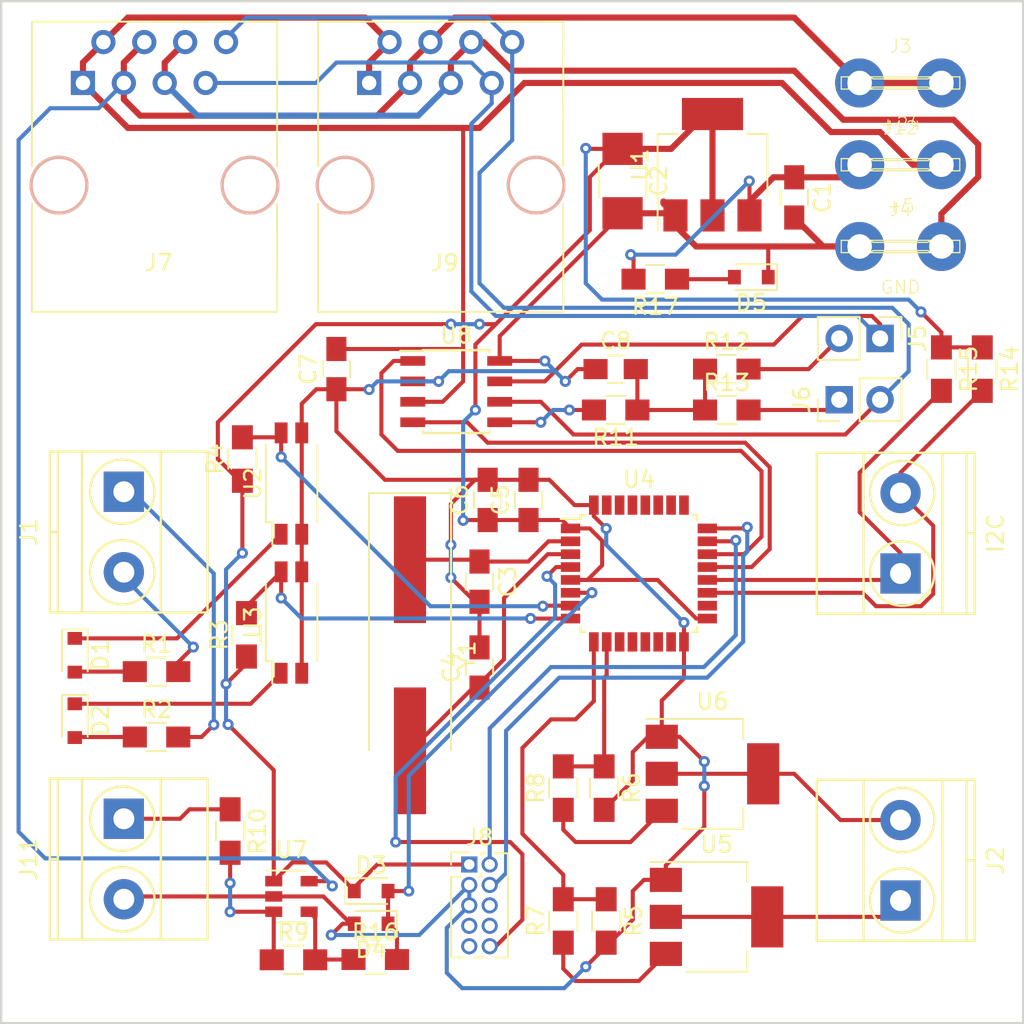
<source format=kicad_pcb>
(kicad_pcb (version 4) (host pcbnew 4.0.6-e0-6349~53~ubuntu16.04.1)

  (general
    (links 116)
    (no_connects 2)
    (area 50.724999 25.324999 114.375001 88.975001)
    (thickness 1.6)
    (drawings 4)
    (tracks 467)
    (zones 0)
    (modules 51)
    (nets 56)
  )

  (page A4)
  (layers
    (0 F.Cu signal)
    (31 B.Cu signal)
    (32 B.Adhes user)
    (33 F.Adhes user)
    (34 B.Paste user)
    (35 F.Paste user)
    (36 B.SilkS user)
    (37 F.SilkS user)
    (38 B.Mask user)
    (39 F.Mask user)
    (40 Dwgs.User user)
    (41 Cmts.User user)
    (42 Eco1.User user)
    (43 Eco2.User user)
    (44 Edge.Cuts user)
    (45 Margin user)
    (46 B.CrtYd user)
    (47 F.CrtYd user)
    (48 B.Fab user)
    (49 F.Fab user hide)
  )

  (setup
    (last_trace_width 0.254)
    (user_trace_width 0.254)
    (user_trace_width 0.381)
    (trace_clearance 0.1524)
    (zone_clearance 0.508)
    (zone_45_only no)
    (trace_min 0.1524)
    (segment_width 0.2)
    (edge_width 0.15)
    (via_size 0.6858)
    (via_drill 0.3302)
    (via_min_size 0.6858)
    (via_min_drill 0.3302)
    (uvia_size 0.762)
    (uvia_drill 0.508)
    (uvias_allowed no)
    (uvia_min_size 0)
    (uvia_min_drill 0)
    (pcb_text_width 0.3)
    (pcb_text_size 1.5 1.5)
    (mod_edge_width 0.15)
    (mod_text_size 1 1)
    (mod_text_width 0.15)
    (pad_size 1.524 1.524)
    (pad_drill 0.762)
    (pad_to_mask_clearance 0.2)
    (aux_axis_origin 0 0)
    (grid_origin 85.725 81.2)
    (visible_elements FFFFFF7F)
    (pcbplotparams
      (layerselection 0x00030_80000001)
      (usegerberextensions false)
      (excludeedgelayer true)
      (linewidth 0.100000)
      (plotframeref false)
      (viasonmask false)
      (mode 1)
      (useauxorigin false)
      (hpglpennumber 1)
      (hpglpenspeed 20)
      (hpglpendiameter 15)
      (hpglpenoverlay 2)
      (psnegative false)
      (psa4output false)
      (plotreference true)
      (plotvalue true)
      (plotinvisibletext false)
      (padsonsilk false)
      (subtractmaskfromsilk false)
      (outputformat 1)
      (mirror false)
      (drillshape 1)
      (scaleselection 1)
      (outputdirectory ""))
  )

  (net 0 "")
  (net 1 +5V)
  (net 2 GND)
  (net 3 +3V3)
  (net 4 "Net-(C3-Pad1)")
  (net 5 "Net-(C4-Pad1)")
  (net 6 "Net-(C8-Pad2)")
  (net 7 "Net-(D1-Pad1)")
  (net 8 "Net-(D1-Pad2)")
  (net 9 "Net-(D2-Pad1)")
  (net 10 "Net-(D2-Pad2)")
  (net 11 "Net-(J1-Pad1)")
  (net 12 "Net-(J1-Pad2)")
  (net 13 "Net-(J2-Pad1)")
  (net 14 "Net-(J2-Pad2)")
  (net 15 +24V)
  (net 16 CANH)
  (net 17 "Net-(J5-Pad2)")
  (net 18 "Net-(J6-Pad1)")
  (net 19 CANL)
  (net 20 SWDIO)
  (net 21 SWCLK)
  (net 22 "Net-(J8-Pad6)")
  (net 23 "Net-(J8-Pad7)")
  (net 24 "Net-(J8-Pad8)")
  (net 25 "Net-(J8-Pad9)")
  (net 26 NRST)
  (net 27 "Net-(J10-Pad1)")
  (net 28 "Net-(J10-Pad2)")
  (net 29 "Net-(J11-Pad1)")
  (net 30 "Net-(R3-Pad2)")
  (net 31 "Net-(R4-Pad2)")
  (net 32 "Net-(R5-Pad1)")
  (net 33 "Net-(R6-Pad1)")
  (net 34 "Net-(R7-Pad1)")
  (net 35 "Net-(R8-Pad1)")
  (net 36 "Net-(R10-Pad2)")
  (net 37 "Net-(R11-Pad2)")
  (net 38 "Net-(U4-Pad11)")
  (net 39 "Net-(U4-Pad12)")
  (net 40 "Net-(U4-Pad13)")
  (net 41 "Net-(U4-Pad14)")
  (net 42 "Net-(U4-Pad15)")
  (net 43 "Net-(U4-Pad18)")
  (net 44 "Net-(U4-Pad21)")
  (net 45 "Net-(U4-Pad22)")
  (net 46 "Net-(U4-Pad25)")
  (net 47 "Net-(U4-Pad26)")
  (net 48 "Net-(U4-Pad27)")
  (net 49 "Net-(U4-Pad28)")
  (net 50 "Net-(U4-Pad29)")
  (net 51 "Net-(U4-Pad30)")
  (net 52 "Net-(U4-Pad31)")
  (net 53 "Net-(D3-Pad2)")
  (net 54 "Net-(R16-Pad1)")
  (net 55 "Net-(D5-Pad2)")

  (net_class Default "This is the default net class."
    (clearance 0.1524)
    (trace_width 0.1524)
    (via_dia 0.6858)
    (via_drill 0.3302)
    (uvia_dia 0.762)
    (uvia_drill 0.508)
    (add_net +24V)
    (add_net +3V3)
    (add_net +5V)
    (add_net CANH)
    (add_net CANL)
    (add_net GND)
    (add_net NRST)
    (add_net "Net-(C3-Pad1)")
    (add_net "Net-(C4-Pad1)")
    (add_net "Net-(C8-Pad2)")
    (add_net "Net-(D1-Pad1)")
    (add_net "Net-(D1-Pad2)")
    (add_net "Net-(D2-Pad1)")
    (add_net "Net-(D2-Pad2)")
    (add_net "Net-(D3-Pad2)")
    (add_net "Net-(D5-Pad2)")
    (add_net "Net-(J1-Pad1)")
    (add_net "Net-(J1-Pad2)")
    (add_net "Net-(J10-Pad1)")
    (add_net "Net-(J10-Pad2)")
    (add_net "Net-(J11-Pad1)")
    (add_net "Net-(J2-Pad1)")
    (add_net "Net-(J2-Pad2)")
    (add_net "Net-(J5-Pad2)")
    (add_net "Net-(J6-Pad1)")
    (add_net "Net-(J8-Pad6)")
    (add_net "Net-(J8-Pad7)")
    (add_net "Net-(J8-Pad8)")
    (add_net "Net-(J8-Pad9)")
    (add_net "Net-(R10-Pad2)")
    (add_net "Net-(R11-Pad2)")
    (add_net "Net-(R16-Pad1)")
    (add_net "Net-(R3-Pad2)")
    (add_net "Net-(R4-Pad2)")
    (add_net "Net-(R5-Pad1)")
    (add_net "Net-(R6-Pad1)")
    (add_net "Net-(R7-Pad1)")
    (add_net "Net-(R8-Pad1)")
    (add_net "Net-(U4-Pad11)")
    (add_net "Net-(U4-Pad12)")
    (add_net "Net-(U4-Pad13)")
    (add_net "Net-(U4-Pad14)")
    (add_net "Net-(U4-Pad15)")
    (add_net "Net-(U4-Pad18)")
    (add_net "Net-(U4-Pad21)")
    (add_net "Net-(U4-Pad22)")
    (add_net "Net-(U4-Pad25)")
    (add_net "Net-(U4-Pad26)")
    (add_net "Net-(U4-Pad27)")
    (add_net "Net-(U4-Pad28)")
    (add_net "Net-(U4-Pad29)")
    (add_net "Net-(U4-Pad30)")
    (add_net "Net-(U4-Pad31)")
    (add_net SWCLK)
    (add_net SWDIO)
  )

  (module TO_SOT_Packages_SMD:SOT-223 (layer F.Cu) (tedit 58CE4E7E) (tstamp 597AB7F8)
    (at 94.996 35.56 90)
    (descr "module CMS SOT223 4 pins")
    (tags "CMS SOT")
    (path /597CA240)
    (attr smd)
    (fp_text reference U1 (at 0 -4.5 90) (layer F.SilkS)
      (effects (font (size 1 1) (thickness 0.15)))
    )
    (fp_text value LM1117-3.3 (at 0 4.5 90) (layer F.Fab)
      (effects (font (size 1 1) (thickness 0.15)))
    )
    (fp_text user %R (at 0 0 180) (layer F.Fab)
      (effects (font (size 0.8 0.8) (thickness 0.12)))
    )
    (fp_line (start -1.85 -2.3) (end -0.8 -3.35) (layer F.Fab) (width 0.1))
    (fp_line (start 1.91 3.41) (end 1.91 2.15) (layer F.SilkS) (width 0.12))
    (fp_line (start 1.91 -3.41) (end 1.91 -2.15) (layer F.SilkS) (width 0.12))
    (fp_line (start 4.4 -3.6) (end -4.4 -3.6) (layer F.CrtYd) (width 0.05))
    (fp_line (start 4.4 3.6) (end 4.4 -3.6) (layer F.CrtYd) (width 0.05))
    (fp_line (start -4.4 3.6) (end 4.4 3.6) (layer F.CrtYd) (width 0.05))
    (fp_line (start -4.4 -3.6) (end -4.4 3.6) (layer F.CrtYd) (width 0.05))
    (fp_line (start -1.85 -2.3) (end -1.85 3.35) (layer F.Fab) (width 0.1))
    (fp_line (start -1.85 3.41) (end 1.91 3.41) (layer F.SilkS) (width 0.12))
    (fp_line (start -0.8 -3.35) (end 1.85 -3.35) (layer F.Fab) (width 0.1))
    (fp_line (start -4.1 -3.41) (end 1.91 -3.41) (layer F.SilkS) (width 0.12))
    (fp_line (start -1.85 3.35) (end 1.85 3.35) (layer F.Fab) (width 0.1))
    (fp_line (start 1.85 -3.35) (end 1.85 3.35) (layer F.Fab) (width 0.1))
    (pad 4 smd rect (at 3.15 0 90) (size 2 3.8) (layers F.Cu F.Paste F.Mask)
      (net 3 +3V3))
    (pad 2 smd rect (at -3.15 0 90) (size 2 1.5) (layers F.Cu F.Paste F.Mask)
      (net 3 +3V3))
    (pad 3 smd rect (at -3.15 2.3 90) (size 2 1.5) (layers F.Cu F.Paste F.Mask)
      (net 1 +5V))
    (pad 1 smd rect (at -3.15 -2.3 90) (size 2 1.5) (layers F.Cu F.Paste F.Mask)
      (net 2 GND))
    (model ${KISYS3DMOD}/TO_SOT_Packages_SMD.3dshapes/SOT-223.wrl
      (at (xyz 0 0 0))
      (scale (xyz 1 1 1))
      (rotate (xyz 0 0 0))
    )
  )

  (module Capacitors_SMD:C_0805_HandSoldering (layer F.Cu) (tedit 58AA84A8) (tstamp 597AB4E5)
    (at 100.076 37.592 270)
    (descr "Capacitor SMD 0805, hand soldering")
    (tags "capacitor 0805")
    (path /596D93CC)
    (attr smd)
    (fp_text reference C1 (at 0 -1.75 270) (layer F.SilkS)
      (effects (font (size 1 1) (thickness 0.15)))
    )
    (fp_text value 10uF (at 0 1.75 270) (layer F.Fab)
      (effects (font (size 1 1) (thickness 0.15)))
    )
    (fp_text user %R (at 0 -1.75 270) (layer F.Fab)
      (effects (font (size 1 1) (thickness 0.15)))
    )
    (fp_line (start -1 0.62) (end -1 -0.62) (layer F.Fab) (width 0.1))
    (fp_line (start 1 0.62) (end -1 0.62) (layer F.Fab) (width 0.1))
    (fp_line (start 1 -0.62) (end 1 0.62) (layer F.Fab) (width 0.1))
    (fp_line (start -1 -0.62) (end 1 -0.62) (layer F.Fab) (width 0.1))
    (fp_line (start 0.5 -0.85) (end -0.5 -0.85) (layer F.SilkS) (width 0.12))
    (fp_line (start -0.5 0.85) (end 0.5 0.85) (layer F.SilkS) (width 0.12))
    (fp_line (start -2.25 -0.88) (end 2.25 -0.88) (layer F.CrtYd) (width 0.05))
    (fp_line (start -2.25 -0.88) (end -2.25 0.87) (layer F.CrtYd) (width 0.05))
    (fp_line (start 2.25 0.87) (end 2.25 -0.88) (layer F.CrtYd) (width 0.05))
    (fp_line (start 2.25 0.87) (end -2.25 0.87) (layer F.CrtYd) (width 0.05))
    (pad 1 smd rect (at -1.25 0 270) (size 1.5 1.25) (layers F.Cu F.Paste F.Mask)
      (net 1 +5V))
    (pad 2 smd rect (at 1.25 0 270) (size 1.5 1.25) (layers F.Cu F.Paste F.Mask)
      (net 2 GND))
    (model Capacitors_SMD.3dshapes/C_0805.wrl
      (at (xyz 0 0 0))
      (scale (xyz 1 1 1))
      (rotate (xyz 0 0 0))
    )
  )

  (module Capacitors_SMD:C_1210_HandSoldering (layer F.Cu) (tedit 58AA84FB) (tstamp 597AB4F6)
    (at 89.408 36.576 270)
    (descr "Capacitor SMD 1210, hand soldering")
    (tags "capacitor 1210")
    (path /596D9433)
    (attr smd)
    (fp_text reference C2 (at 0 -2.25 270) (layer F.SilkS)
      (effects (font (size 1 1) (thickness 0.15)))
    )
    (fp_text value 100uF (at 0 2.5 270) (layer F.Fab)
      (effects (font (size 1 1) (thickness 0.15)))
    )
    (fp_text user %R (at 0 -2.25 270) (layer F.Fab)
      (effects (font (size 1 1) (thickness 0.15)))
    )
    (fp_line (start -1.6 1.25) (end -1.6 -1.25) (layer F.Fab) (width 0.1))
    (fp_line (start 1.6 1.25) (end -1.6 1.25) (layer F.Fab) (width 0.1))
    (fp_line (start 1.6 -1.25) (end 1.6 1.25) (layer F.Fab) (width 0.1))
    (fp_line (start -1.6 -1.25) (end 1.6 -1.25) (layer F.Fab) (width 0.1))
    (fp_line (start 1 -1.48) (end -1 -1.48) (layer F.SilkS) (width 0.12))
    (fp_line (start -1 1.48) (end 1 1.48) (layer F.SilkS) (width 0.12))
    (fp_line (start -3.25 -1.5) (end 3.25 -1.5) (layer F.CrtYd) (width 0.05))
    (fp_line (start -3.25 -1.5) (end -3.25 1.5) (layer F.CrtYd) (width 0.05))
    (fp_line (start 3.25 1.5) (end 3.25 -1.5) (layer F.CrtYd) (width 0.05))
    (fp_line (start 3.25 1.5) (end -3.25 1.5) (layer F.CrtYd) (width 0.05))
    (pad 1 smd rect (at -2 0 270) (size 2 2.5) (layers F.Cu F.Paste F.Mask)
      (net 3 +3V3))
    (pad 2 smd rect (at 2 0 270) (size 2 2.5) (layers F.Cu F.Paste F.Mask)
      (net 2 GND))
    (model Capacitors_SMD.3dshapes/C_1210.wrl
      (at (xyz 0 0 0))
      (scale (xyz 1 1 1))
      (rotate (xyz 0 0 0))
    )
  )

  (module Capacitors_SMD:C_0805_HandSoldering (layer F.Cu) (tedit 58AA84A8) (tstamp 597AB507)
    (at 80.518 61.468 270)
    (descr "Capacitor SMD 0805, hand soldering")
    (tags "capacitor 0805")
    (path /59696A01)
    (attr smd)
    (fp_text reference C3 (at 0 -1.75 270) (layer F.SilkS)
      (effects (font (size 1 1) (thickness 0.15)))
    )
    (fp_text value 27pF (at 0 1.75 270) (layer F.Fab)
      (effects (font (size 1 1) (thickness 0.15)))
    )
    (fp_text user %R (at 0 -1.75 270) (layer F.Fab)
      (effects (font (size 1 1) (thickness 0.15)))
    )
    (fp_line (start -1 0.62) (end -1 -0.62) (layer F.Fab) (width 0.1))
    (fp_line (start 1 0.62) (end -1 0.62) (layer F.Fab) (width 0.1))
    (fp_line (start 1 -0.62) (end 1 0.62) (layer F.Fab) (width 0.1))
    (fp_line (start -1 -0.62) (end 1 -0.62) (layer F.Fab) (width 0.1))
    (fp_line (start 0.5 -0.85) (end -0.5 -0.85) (layer F.SilkS) (width 0.12))
    (fp_line (start -0.5 0.85) (end 0.5 0.85) (layer F.SilkS) (width 0.12))
    (fp_line (start -2.25 -0.88) (end 2.25 -0.88) (layer F.CrtYd) (width 0.05))
    (fp_line (start -2.25 -0.88) (end -2.25 0.87) (layer F.CrtYd) (width 0.05))
    (fp_line (start 2.25 0.87) (end 2.25 -0.88) (layer F.CrtYd) (width 0.05))
    (fp_line (start 2.25 0.87) (end -2.25 0.87) (layer F.CrtYd) (width 0.05))
    (pad 1 smd rect (at -1.25 0 270) (size 1.5 1.25) (layers F.Cu F.Paste F.Mask)
      (net 4 "Net-(C3-Pad1)"))
    (pad 2 smd rect (at 1.25 0 270) (size 1.5 1.25) (layers F.Cu F.Paste F.Mask)
      (net 2 GND))
    (model Capacitors_SMD.3dshapes/C_0805.wrl
      (at (xyz 0 0 0))
      (scale (xyz 1 1 1))
      (rotate (xyz 0 0 0))
    )
  )

  (module Capacitors_SMD:C_0805_HandSoldering (layer F.Cu) (tedit 58AA84A8) (tstamp 597AB518)
    (at 80.518 66.802 90)
    (descr "Capacitor SMD 0805, hand soldering")
    (tags "capacitor 0805")
    (path /59696955)
    (attr smd)
    (fp_text reference C4 (at 0 -1.75 90) (layer F.SilkS)
      (effects (font (size 1 1) (thickness 0.15)))
    )
    (fp_text value 27pF (at 0 1.75 90) (layer F.Fab)
      (effects (font (size 1 1) (thickness 0.15)))
    )
    (fp_text user %R (at 0 -1.75 90) (layer F.Fab)
      (effects (font (size 1 1) (thickness 0.15)))
    )
    (fp_line (start -1 0.62) (end -1 -0.62) (layer F.Fab) (width 0.1))
    (fp_line (start 1 0.62) (end -1 0.62) (layer F.Fab) (width 0.1))
    (fp_line (start 1 -0.62) (end 1 0.62) (layer F.Fab) (width 0.1))
    (fp_line (start -1 -0.62) (end 1 -0.62) (layer F.Fab) (width 0.1))
    (fp_line (start 0.5 -0.85) (end -0.5 -0.85) (layer F.SilkS) (width 0.12))
    (fp_line (start -0.5 0.85) (end 0.5 0.85) (layer F.SilkS) (width 0.12))
    (fp_line (start -2.25 -0.88) (end 2.25 -0.88) (layer F.CrtYd) (width 0.05))
    (fp_line (start -2.25 -0.88) (end -2.25 0.87) (layer F.CrtYd) (width 0.05))
    (fp_line (start 2.25 0.87) (end 2.25 -0.88) (layer F.CrtYd) (width 0.05))
    (fp_line (start 2.25 0.87) (end -2.25 0.87) (layer F.CrtYd) (width 0.05))
    (pad 1 smd rect (at -1.25 0 90) (size 1.5 1.25) (layers F.Cu F.Paste F.Mask)
      (net 5 "Net-(C4-Pad1)"))
    (pad 2 smd rect (at 1.25 0 90) (size 1.5 1.25) (layers F.Cu F.Paste F.Mask)
      (net 2 GND))
    (model Capacitors_SMD.3dshapes/C_0805.wrl
      (at (xyz 0 0 0))
      (scale (xyz 1 1 1))
      (rotate (xyz 0 0 0))
    )
  )

  (module Capacitors_SMD:C_0805_HandSoldering (layer F.Cu) (tedit 58AA84A8) (tstamp 597AB529)
    (at 83.566 56.388 90)
    (descr "Capacitor SMD 0805, hand soldering")
    (tags "capacitor 0805")
    (path /59694840)
    (attr smd)
    (fp_text reference C5 (at 0 -1.75 90) (layer F.SilkS)
      (effects (font (size 1 1) (thickness 0.15)))
    )
    (fp_text value 0.1uF (at 0 1.75 90) (layer F.Fab)
      (effects (font (size 1 1) (thickness 0.15)))
    )
    (fp_text user %R (at 0 -1.75 90) (layer F.Fab)
      (effects (font (size 1 1) (thickness 0.15)))
    )
    (fp_line (start -1 0.62) (end -1 -0.62) (layer F.Fab) (width 0.1))
    (fp_line (start 1 0.62) (end -1 0.62) (layer F.Fab) (width 0.1))
    (fp_line (start 1 -0.62) (end 1 0.62) (layer F.Fab) (width 0.1))
    (fp_line (start -1 -0.62) (end 1 -0.62) (layer F.Fab) (width 0.1))
    (fp_line (start 0.5 -0.85) (end -0.5 -0.85) (layer F.SilkS) (width 0.12))
    (fp_line (start -0.5 0.85) (end 0.5 0.85) (layer F.SilkS) (width 0.12))
    (fp_line (start -2.25 -0.88) (end 2.25 -0.88) (layer F.CrtYd) (width 0.05))
    (fp_line (start -2.25 -0.88) (end -2.25 0.87) (layer F.CrtYd) (width 0.05))
    (fp_line (start 2.25 0.87) (end 2.25 -0.88) (layer F.CrtYd) (width 0.05))
    (fp_line (start 2.25 0.87) (end -2.25 0.87) (layer F.CrtYd) (width 0.05))
    (pad 1 smd rect (at -1.25 0 90) (size 1.5 1.25) (layers F.Cu F.Paste F.Mask)
      (net 3 +3V3))
    (pad 2 smd rect (at 1.25 0 90) (size 1.5 1.25) (layers F.Cu F.Paste F.Mask)
      (net 2 GND))
    (model Capacitors_SMD.3dshapes/C_0805.wrl
      (at (xyz 0 0 0))
      (scale (xyz 1 1 1))
      (rotate (xyz 0 0 0))
    )
  )

  (module Capacitors_SMD:C_0805_HandSoldering (layer F.Cu) (tedit 58AA84A8) (tstamp 597AB53A)
    (at 81.026 56.388 90)
    (descr "Capacitor SMD 0805, hand soldering")
    (tags "capacitor 0805")
    (path /596948B3)
    (attr smd)
    (fp_text reference C6 (at 0 -1.75 90) (layer F.SilkS)
      (effects (font (size 1 1) (thickness 0.15)))
    )
    (fp_text value 10uF (at 0 1.75 90) (layer F.Fab)
      (effects (font (size 1 1) (thickness 0.15)))
    )
    (fp_text user %R (at 0 -1.75 90) (layer F.Fab)
      (effects (font (size 1 1) (thickness 0.15)))
    )
    (fp_line (start -1 0.62) (end -1 -0.62) (layer F.Fab) (width 0.1))
    (fp_line (start 1 0.62) (end -1 0.62) (layer F.Fab) (width 0.1))
    (fp_line (start 1 -0.62) (end 1 0.62) (layer F.Fab) (width 0.1))
    (fp_line (start -1 -0.62) (end 1 -0.62) (layer F.Fab) (width 0.1))
    (fp_line (start 0.5 -0.85) (end -0.5 -0.85) (layer F.SilkS) (width 0.12))
    (fp_line (start -0.5 0.85) (end 0.5 0.85) (layer F.SilkS) (width 0.12))
    (fp_line (start -2.25 -0.88) (end 2.25 -0.88) (layer F.CrtYd) (width 0.05))
    (fp_line (start -2.25 -0.88) (end -2.25 0.87) (layer F.CrtYd) (width 0.05))
    (fp_line (start 2.25 0.87) (end 2.25 -0.88) (layer F.CrtYd) (width 0.05))
    (fp_line (start 2.25 0.87) (end -2.25 0.87) (layer F.CrtYd) (width 0.05))
    (pad 1 smd rect (at -1.25 0 90) (size 1.5 1.25) (layers F.Cu F.Paste F.Mask)
      (net 3 +3V3))
    (pad 2 smd rect (at 1.25 0 90) (size 1.5 1.25) (layers F.Cu F.Paste F.Mask)
      (net 2 GND))
    (model Capacitors_SMD.3dshapes/C_0805.wrl
      (at (xyz 0 0 0))
      (scale (xyz 1 1 1))
      (rotate (xyz 0 0 0))
    )
  )

  (module Capacitors_SMD:C_0805_HandSoldering (layer F.Cu) (tedit 58AA84A8) (tstamp 597AB54B)
    (at 71.628 48.26 90)
    (descr "Capacitor SMD 0805, hand soldering")
    (tags "capacitor 0805")
    (path /59694BE1)
    (attr smd)
    (fp_text reference C7 (at 0 -1.75 90) (layer F.SilkS)
      (effects (font (size 1 1) (thickness 0.15)))
    )
    (fp_text value 0.1uF (at 0 1.75 90) (layer F.Fab)
      (effects (font (size 1 1) (thickness 0.15)))
    )
    (fp_text user %R (at 0 -1.75 90) (layer F.Fab)
      (effects (font (size 1 1) (thickness 0.15)))
    )
    (fp_line (start -1 0.62) (end -1 -0.62) (layer F.Fab) (width 0.1))
    (fp_line (start 1 0.62) (end -1 0.62) (layer F.Fab) (width 0.1))
    (fp_line (start 1 -0.62) (end 1 0.62) (layer F.Fab) (width 0.1))
    (fp_line (start -1 -0.62) (end 1 -0.62) (layer F.Fab) (width 0.1))
    (fp_line (start 0.5 -0.85) (end -0.5 -0.85) (layer F.SilkS) (width 0.12))
    (fp_line (start -0.5 0.85) (end 0.5 0.85) (layer F.SilkS) (width 0.12))
    (fp_line (start -2.25 -0.88) (end 2.25 -0.88) (layer F.CrtYd) (width 0.05))
    (fp_line (start -2.25 -0.88) (end -2.25 0.87) (layer F.CrtYd) (width 0.05))
    (fp_line (start 2.25 0.87) (end 2.25 -0.88) (layer F.CrtYd) (width 0.05))
    (fp_line (start 2.25 0.87) (end -2.25 0.87) (layer F.CrtYd) (width 0.05))
    (pad 1 smd rect (at -1.25 0 90) (size 1.5 1.25) (layers F.Cu F.Paste F.Mask)
      (net 2 GND))
    (pad 2 smd rect (at 1.25 0 90) (size 1.5 1.25) (layers F.Cu F.Paste F.Mask)
      (net 1 +5V))
    (model Capacitors_SMD.3dshapes/C_0805.wrl
      (at (xyz 0 0 0))
      (scale (xyz 1 1 1))
      (rotate (xyz 0 0 0))
    )
  )

  (module Capacitors_SMD:C_0805_HandSoldering (layer F.Cu) (tedit 58AA84A8) (tstamp 597AB55C)
    (at 88.98 48.26)
    (descr "Capacitor SMD 0805, hand soldering")
    (tags "capacitor 0805")
    (path /596950D3)
    (attr smd)
    (fp_text reference C8 (at 0 -1.75) (layer F.SilkS)
      (effects (font (size 1 1) (thickness 0.15)))
    )
    (fp_text value 4700pF (at 0 1.75) (layer F.Fab)
      (effects (font (size 1 1) (thickness 0.15)))
    )
    (fp_text user %R (at 0 -1.75) (layer F.Fab)
      (effects (font (size 1 1) (thickness 0.15)))
    )
    (fp_line (start -1 0.62) (end -1 -0.62) (layer F.Fab) (width 0.1))
    (fp_line (start 1 0.62) (end -1 0.62) (layer F.Fab) (width 0.1))
    (fp_line (start 1 -0.62) (end 1 0.62) (layer F.Fab) (width 0.1))
    (fp_line (start -1 -0.62) (end 1 -0.62) (layer F.Fab) (width 0.1))
    (fp_line (start 0.5 -0.85) (end -0.5 -0.85) (layer F.SilkS) (width 0.12))
    (fp_line (start -0.5 0.85) (end 0.5 0.85) (layer F.SilkS) (width 0.12))
    (fp_line (start -2.25 -0.88) (end 2.25 -0.88) (layer F.CrtYd) (width 0.05))
    (fp_line (start -2.25 -0.88) (end -2.25 0.87) (layer F.CrtYd) (width 0.05))
    (fp_line (start 2.25 0.87) (end 2.25 -0.88) (layer F.CrtYd) (width 0.05))
    (fp_line (start 2.25 0.87) (end -2.25 0.87) (layer F.CrtYd) (width 0.05))
    (pad 1 smd rect (at -1.25 0) (size 1.5 1.25) (layers F.Cu F.Paste F.Mask)
      (net 2 GND))
    (pad 2 smd rect (at 1.25 0) (size 1.5 1.25) (layers F.Cu F.Paste F.Mask)
      (net 6 "Net-(C8-Pad2)"))
    (model Capacitors_SMD.3dshapes/C_0805.wrl
      (at (xyz 0 0 0))
      (scale (xyz 1 1 1))
      (rotate (xyz 0 0 0))
    )
  )

  (module Diodes_SMD:D_0805 (layer F.Cu) (tedit 590CE9A4) (tstamp 597AB574)
    (at 55.372 66.04 270)
    (descr "Diode SMD in 0805 package http://datasheets.avx.com/schottky.pdf")
    (tags "smd diode")
    (path /59702D65)
    (attr smd)
    (fp_text reference D1 (at 0 -1.6 270) (layer F.SilkS)
      (effects (font (size 1 1) (thickness 0.15)))
    )
    (fp_text value LED (at 0 1.7 270) (layer F.Fab)
      (effects (font (size 1 1) (thickness 0.15)))
    )
    (fp_text user %R (at 0 -1.6 270) (layer F.Fab)
      (effects (font (size 1 1) (thickness 0.15)))
    )
    (fp_line (start -1.6 -0.8) (end -1.6 0.8) (layer F.SilkS) (width 0.12))
    (fp_line (start -1.7 0.88) (end -1.7 -0.88) (layer F.CrtYd) (width 0.05))
    (fp_line (start 1.7 0.88) (end -1.7 0.88) (layer F.CrtYd) (width 0.05))
    (fp_line (start 1.7 -0.88) (end 1.7 0.88) (layer F.CrtYd) (width 0.05))
    (fp_line (start -1.7 -0.88) (end 1.7 -0.88) (layer F.CrtYd) (width 0.05))
    (fp_line (start 0.2 0) (end 0.4 0) (layer F.Fab) (width 0.1))
    (fp_line (start -0.1 0) (end -0.3 0) (layer F.Fab) (width 0.1))
    (fp_line (start -0.1 -0.2) (end -0.1 0.2) (layer F.Fab) (width 0.1))
    (fp_line (start 0.2 0.2) (end 0.2 -0.2) (layer F.Fab) (width 0.1))
    (fp_line (start -0.1 0) (end 0.2 0.2) (layer F.Fab) (width 0.1))
    (fp_line (start 0.2 -0.2) (end -0.1 0) (layer F.Fab) (width 0.1))
    (fp_line (start -1 0.65) (end -1 -0.65) (layer F.Fab) (width 0.1))
    (fp_line (start 1 0.65) (end -1 0.65) (layer F.Fab) (width 0.1))
    (fp_line (start 1 -0.65) (end 1 0.65) (layer F.Fab) (width 0.1))
    (fp_line (start -1 -0.65) (end 1 -0.65) (layer F.Fab) (width 0.1))
    (fp_line (start -1.6 0.8) (end 1 0.8) (layer F.SilkS) (width 0.12))
    (fp_line (start -1.6 -0.8) (end 1 -0.8) (layer F.SilkS) (width 0.12))
    (pad 1 smd rect (at -1.05 0 270) (size 0.8 0.9) (layers F.Cu F.Paste F.Mask)
      (net 7 "Net-(D1-Pad1)"))
    (pad 2 smd rect (at 1.05 0 270) (size 0.8 0.9) (layers F.Cu F.Paste F.Mask)
      (net 8 "Net-(D1-Pad2)"))
    (model ${KISYS3DMOD}/Diodes_SMD.3dshapes/D_0805.wrl
      (at (xyz 0 0 0))
      (scale (xyz 1 1 1))
      (rotate (xyz 0 0 0))
    )
  )

  (module Diodes_SMD:D_0805 (layer F.Cu) (tedit 590CE9A4) (tstamp 597AB58C)
    (at 55.372 70.104 270)
    (descr "Diode SMD in 0805 package http://datasheets.avx.com/schottky.pdf")
    (tags "smd diode")
    (path /59708099)
    (attr smd)
    (fp_text reference D2 (at 0 -1.6 270) (layer F.SilkS)
      (effects (font (size 1 1) (thickness 0.15)))
    )
    (fp_text value LED (at 0 1.7 270) (layer F.Fab)
      (effects (font (size 1 1) (thickness 0.15)))
    )
    (fp_text user %R (at 0 -1.6 270) (layer F.Fab)
      (effects (font (size 1 1) (thickness 0.15)))
    )
    (fp_line (start -1.6 -0.8) (end -1.6 0.8) (layer F.SilkS) (width 0.12))
    (fp_line (start -1.7 0.88) (end -1.7 -0.88) (layer F.CrtYd) (width 0.05))
    (fp_line (start 1.7 0.88) (end -1.7 0.88) (layer F.CrtYd) (width 0.05))
    (fp_line (start 1.7 -0.88) (end 1.7 0.88) (layer F.CrtYd) (width 0.05))
    (fp_line (start -1.7 -0.88) (end 1.7 -0.88) (layer F.CrtYd) (width 0.05))
    (fp_line (start 0.2 0) (end 0.4 0) (layer F.Fab) (width 0.1))
    (fp_line (start -0.1 0) (end -0.3 0) (layer F.Fab) (width 0.1))
    (fp_line (start -0.1 -0.2) (end -0.1 0.2) (layer F.Fab) (width 0.1))
    (fp_line (start 0.2 0.2) (end 0.2 -0.2) (layer F.Fab) (width 0.1))
    (fp_line (start -0.1 0) (end 0.2 0.2) (layer F.Fab) (width 0.1))
    (fp_line (start 0.2 -0.2) (end -0.1 0) (layer F.Fab) (width 0.1))
    (fp_line (start -1 0.65) (end -1 -0.65) (layer F.Fab) (width 0.1))
    (fp_line (start 1 0.65) (end -1 0.65) (layer F.Fab) (width 0.1))
    (fp_line (start 1 -0.65) (end 1 0.65) (layer F.Fab) (width 0.1))
    (fp_line (start -1 -0.65) (end 1 -0.65) (layer F.Fab) (width 0.1))
    (fp_line (start -1.6 0.8) (end 1 0.8) (layer F.SilkS) (width 0.12))
    (fp_line (start -1.6 -0.8) (end 1 -0.8) (layer F.SilkS) (width 0.12))
    (pad 1 smd rect (at -1.05 0 270) (size 0.8 0.9) (layers F.Cu F.Paste F.Mask)
      (net 9 "Net-(D2-Pad1)"))
    (pad 2 smd rect (at 1.05 0 270) (size 0.8 0.9) (layers F.Cu F.Paste F.Mask)
      (net 10 "Net-(D2-Pad2)"))
    (model ${KISYS3DMOD}/Diodes_SMD.3dshapes/D_0805.wrl
      (at (xyz 0 0 0))
      (scale (xyz 1 1 1))
      (rotate (xyz 0 0 0))
    )
  )

  (module ab2_connector:AB2_0.25_QD_TAB (layer F.Cu) (tedit 58677CAF) (tstamp 597AB5E2)
    (at 106.68 30.48 180)
    (path /597093BE)
    (fp_text reference J3 (at 0 2.286 180) (layer F.SilkS)
      (effects (font (size 0.8128 0.8128) (thickness 0.0762)))
    )
    (fp_text value +24 (at 0 -2.54 180) (layer F.SilkS)
      (effects (font (size 0.8128 0.8128) (thickness 0.0762)))
    )
    (fp_line (start 1.8415 -0.381) (end 1.7145 -0.254) (layer F.SilkS) (width 0.0762))
    (fp_line (start 1.7145 -0.254) (end -1.7145 -0.254) (layer F.SilkS) (width 0.0762))
    (fp_line (start -1.7145 -0.254) (end -1.8415 -0.381) (layer F.SilkS) (width 0.0762))
    (fp_line (start -1.8415 0.381) (end -1.7145 0.254) (layer F.SilkS) (width 0.0762))
    (fp_line (start -1.7145 0.254) (end 1.7145 0.254) (layer F.SilkS) (width 0.0762))
    (fp_line (start 1.7145 0.254) (end 1.8415 0.381) (layer F.SilkS) (width 0.0762))
    (fp_line (start 1.8415 0.381) (end -1.8415 0.381) (layer F.SilkS) (width 0.0762))
    (fp_line (start -1.8415 -0.381) (end 1.8415 -0.381) (layer F.SilkS) (width 0.0762))
    (fp_line (start 3.2385 -0.381) (end 3.683 -0.381) (layer F.SilkS) (width 0.0762))
    (fp_line (start 3.683 -0.381) (end 3.683 0.381) (layer F.SilkS) (width 0.0762))
    (fp_line (start 3.683 0.381) (end 3.2385 0.381) (layer F.SilkS) (width 0.0762))
    (fp_line (start -3.2385 -0.381) (end -3.683 -0.381) (layer F.SilkS) (width 0.0762))
    (fp_line (start -3.683 -0.381) (end -3.683 0.381) (layer F.SilkS) (width 0.0762))
    (fp_line (start -3.683 0.381) (end -3.2385 0.381) (layer F.SilkS) (width 0.0762))
    (fp_line (start 1.8415 -0.381) (end 1.8415 0.381) (layer F.SilkS) (width 0.0762))
    (fp_line (start 3.2385 -0.381) (end 1.8415 -0.381) (layer F.SilkS) (width 0.0762))
    (fp_line (start 3.2385 0.381) (end 3.2385 -0.381) (layer F.SilkS) (width 0.0762))
    (fp_line (start 1.8415 0.381) (end 3.2385 0.381) (layer F.SilkS) (width 0.0762))
    (fp_line (start 1.8923 0.3302) (end 3.1877 0.3302) (layer F.SilkS) (width 0.1524))
    (fp_line (start 1.8923 0.2286) (end 3.1877 0.2286) (layer F.SilkS) (width 0.1524))
    (fp_line (start 3.1877 0.127) (end 1.8923 0.127) (layer F.SilkS) (width 0.1524))
    (fp_line (start 1.8923 0.0254) (end 3.1877 0.0254) (layer F.SilkS) (width 0.1524))
    (fp_line (start 3.1877 -0.1016) (end 1.8923 -0.1016) (layer F.SilkS) (width 0.1524))
    (fp_line (start 1.8923 -0.2286) (end 3.1623 -0.2286) (layer F.SilkS) (width 0.1524))
    (fp_line (start 3.1623 -0.3048) (end 1.8923 -0.3048) (layer F.SilkS) (width 0.1524))
    (fp_line (start -1.9177 -0.3048) (end -3.1877 -0.3048) (layer F.SilkS) (width 0.1524))
    (fp_line (start -3.1877 -0.2286) (end -1.9177 -0.2286) (layer F.SilkS) (width 0.1524))
    (fp_line (start -1.8923 -0.1016) (end -3.1877 -0.1016) (layer F.SilkS) (width 0.1524))
    (fp_line (start -3.1877 0.0254) (end -1.8923 0.0254) (layer F.SilkS) (width 0.1524))
    (fp_line (start -1.8923 0.127) (end -3.1877 0.127) (layer F.SilkS) (width 0.1524))
    (fp_line (start -3.1877 0.2286) (end -1.8923 0.2286) (layer F.SilkS) (width 0.1524))
    (fp_line (start -3.1877 0.3302) (end -1.8923 0.3302) (layer F.SilkS) (width 0.1524))
    (fp_line (start -3.2385 0.381) (end -1.8415 0.381) (layer F.SilkS) (width 0.0762))
    (fp_line (start -1.8415 0.381) (end -1.8415 -0.381) (layer F.SilkS) (width 0.0762))
    (fp_line (start -1.8415 -0.381) (end -3.2385 -0.381) (layer F.SilkS) (width 0.0762))
    (fp_line (start -3.2385 -0.381) (end -3.2385 0.381) (layer F.SilkS) (width 0.0762))
    (pad 1 thru_hole circle (at -2.54 0 180) (size 3.048 3.048) (drill 1.524) (layers *.Cu *.Mask)
      (net 15 +24V))
    (pad 1 thru_hole circle (at 2.54 0 180) (size 3.048 3.048) (drill 1.524) (layers *.Cu *.Mask)
      (net 15 +24V))
  )

  (module ab2_connector:AB2_0.25_QD_TAB (layer F.Cu) (tedit 58677CAF) (tstamp 597AB60C)
    (at 106.68 40.64 180)
    (path /59708F71)
    (fp_text reference J4 (at 0 2.286 180) (layer F.SilkS)
      (effects (font (size 0.8128 0.8128) (thickness 0.0762)))
    )
    (fp_text value GND (at 0 -2.54 180) (layer F.SilkS)
      (effects (font (size 0.8128 0.8128) (thickness 0.0762)))
    )
    (fp_line (start 1.8415 -0.381) (end 1.7145 -0.254) (layer F.SilkS) (width 0.0762))
    (fp_line (start 1.7145 -0.254) (end -1.7145 -0.254) (layer F.SilkS) (width 0.0762))
    (fp_line (start -1.7145 -0.254) (end -1.8415 -0.381) (layer F.SilkS) (width 0.0762))
    (fp_line (start -1.8415 0.381) (end -1.7145 0.254) (layer F.SilkS) (width 0.0762))
    (fp_line (start -1.7145 0.254) (end 1.7145 0.254) (layer F.SilkS) (width 0.0762))
    (fp_line (start 1.7145 0.254) (end 1.8415 0.381) (layer F.SilkS) (width 0.0762))
    (fp_line (start 1.8415 0.381) (end -1.8415 0.381) (layer F.SilkS) (width 0.0762))
    (fp_line (start -1.8415 -0.381) (end 1.8415 -0.381) (layer F.SilkS) (width 0.0762))
    (fp_line (start 3.2385 -0.381) (end 3.683 -0.381) (layer F.SilkS) (width 0.0762))
    (fp_line (start 3.683 -0.381) (end 3.683 0.381) (layer F.SilkS) (width 0.0762))
    (fp_line (start 3.683 0.381) (end 3.2385 0.381) (layer F.SilkS) (width 0.0762))
    (fp_line (start -3.2385 -0.381) (end -3.683 -0.381) (layer F.SilkS) (width 0.0762))
    (fp_line (start -3.683 -0.381) (end -3.683 0.381) (layer F.SilkS) (width 0.0762))
    (fp_line (start -3.683 0.381) (end -3.2385 0.381) (layer F.SilkS) (width 0.0762))
    (fp_line (start 1.8415 -0.381) (end 1.8415 0.381) (layer F.SilkS) (width 0.0762))
    (fp_line (start 3.2385 -0.381) (end 1.8415 -0.381) (layer F.SilkS) (width 0.0762))
    (fp_line (start 3.2385 0.381) (end 3.2385 -0.381) (layer F.SilkS) (width 0.0762))
    (fp_line (start 1.8415 0.381) (end 3.2385 0.381) (layer F.SilkS) (width 0.0762))
    (fp_line (start 1.8923 0.3302) (end 3.1877 0.3302) (layer F.SilkS) (width 0.1524))
    (fp_line (start 1.8923 0.2286) (end 3.1877 0.2286) (layer F.SilkS) (width 0.1524))
    (fp_line (start 3.1877 0.127) (end 1.8923 0.127) (layer F.SilkS) (width 0.1524))
    (fp_line (start 1.8923 0.0254) (end 3.1877 0.0254) (layer F.SilkS) (width 0.1524))
    (fp_line (start 3.1877 -0.1016) (end 1.8923 -0.1016) (layer F.SilkS) (width 0.1524))
    (fp_line (start 1.8923 -0.2286) (end 3.1623 -0.2286) (layer F.SilkS) (width 0.1524))
    (fp_line (start 3.1623 -0.3048) (end 1.8923 -0.3048) (layer F.SilkS) (width 0.1524))
    (fp_line (start -1.9177 -0.3048) (end -3.1877 -0.3048) (layer F.SilkS) (width 0.1524))
    (fp_line (start -3.1877 -0.2286) (end -1.9177 -0.2286) (layer F.SilkS) (width 0.1524))
    (fp_line (start -1.8923 -0.1016) (end -3.1877 -0.1016) (layer F.SilkS) (width 0.1524))
    (fp_line (start -3.1877 0.0254) (end -1.8923 0.0254) (layer F.SilkS) (width 0.1524))
    (fp_line (start -1.8923 0.127) (end -3.1877 0.127) (layer F.SilkS) (width 0.1524))
    (fp_line (start -3.1877 0.2286) (end -1.8923 0.2286) (layer F.SilkS) (width 0.1524))
    (fp_line (start -3.1877 0.3302) (end -1.8923 0.3302) (layer F.SilkS) (width 0.1524))
    (fp_line (start -3.2385 0.381) (end -1.8415 0.381) (layer F.SilkS) (width 0.0762))
    (fp_line (start -1.8415 0.381) (end -1.8415 -0.381) (layer F.SilkS) (width 0.0762))
    (fp_line (start -1.8415 -0.381) (end -3.2385 -0.381) (layer F.SilkS) (width 0.0762))
    (fp_line (start -3.2385 -0.381) (end -3.2385 0.381) (layer F.SilkS) (width 0.0762))
    (pad 1 thru_hole circle (at -2.54 0 180) (size 3.048 3.048) (drill 1.524) (layers *.Cu *.Mask)
      (net 2 GND))
    (pad 1 thru_hole circle (at 2.54 0 180) (size 3.048 3.048) (drill 1.524) (layers *.Cu *.Mask)
      (net 2 GND))
  )

  (module Pin_Headers:Pin_Header_Straight_1x02_Pitch2.54mm (layer F.Cu) (tedit 59650532) (tstamp 597AB622)
    (at 105.41 46.355 270)
    (descr "Through hole straight pin header, 1x02, 2.54mm pitch, single row")
    (tags "Through hole pin header THT 1x02 2.54mm single row")
    (path /59641F76)
    (fp_text reference J5 (at 0 -2.33 270) (layer F.SilkS)
      (effects (font (size 1 1) (thickness 0.15)))
    )
    (fp_text value CANH_TERM (at 0 4.87 270) (layer F.Fab)
      (effects (font (size 1 1) (thickness 0.15)))
    )
    (fp_line (start -0.635 -1.27) (end 1.27 -1.27) (layer F.Fab) (width 0.1))
    (fp_line (start 1.27 -1.27) (end 1.27 3.81) (layer F.Fab) (width 0.1))
    (fp_line (start 1.27 3.81) (end -1.27 3.81) (layer F.Fab) (width 0.1))
    (fp_line (start -1.27 3.81) (end -1.27 -0.635) (layer F.Fab) (width 0.1))
    (fp_line (start -1.27 -0.635) (end -0.635 -1.27) (layer F.Fab) (width 0.1))
    (fp_line (start -1.33 3.87) (end 1.33 3.87) (layer F.SilkS) (width 0.12))
    (fp_line (start -1.33 1.27) (end -1.33 3.87) (layer F.SilkS) (width 0.12))
    (fp_line (start 1.33 1.27) (end 1.33 3.87) (layer F.SilkS) (width 0.12))
    (fp_line (start -1.33 1.27) (end 1.33 1.27) (layer F.SilkS) (width 0.12))
    (fp_line (start -1.33 0) (end -1.33 -1.33) (layer F.SilkS) (width 0.12))
    (fp_line (start -1.33 -1.33) (end 0 -1.33) (layer F.SilkS) (width 0.12))
    (fp_line (start -1.8 -1.8) (end -1.8 4.35) (layer F.CrtYd) (width 0.05))
    (fp_line (start -1.8 4.35) (end 1.8 4.35) (layer F.CrtYd) (width 0.05))
    (fp_line (start 1.8 4.35) (end 1.8 -1.8) (layer F.CrtYd) (width 0.05))
    (fp_line (start 1.8 -1.8) (end -1.8 -1.8) (layer F.CrtYd) (width 0.05))
    (fp_text user %R (at 0 1.27 360) (layer F.Fab)
      (effects (font (size 1 1) (thickness 0.15)))
    )
    (pad 1 thru_hole rect (at 0 0 270) (size 1.7 1.7) (drill 1) (layers *.Cu *.Mask)
      (net 16 CANH))
    (pad 2 thru_hole oval (at 0 2.54 270) (size 1.7 1.7) (drill 1) (layers *.Cu *.Mask)
      (net 17 "Net-(J5-Pad2)"))
    (model ${KISYS3DMOD}/Pin_Headers.3dshapes/Pin_Header_Straight_1x02_Pitch2.54mm.wrl
      (at (xyz 0 0 0))
      (scale (xyz 1 1 1))
      (rotate (xyz 0 0 0))
    )
  )

  (module Pin_Headers:Pin_Header_Straight_1x02_Pitch2.54mm (layer F.Cu) (tedit 59650532) (tstamp 597AB638)
    (at 102.87 50.165 90)
    (descr "Through hole straight pin header, 1x02, 2.54mm pitch, single row")
    (tags "Through hole pin header THT 1x02 2.54mm single row")
    (path /59695C89)
    (fp_text reference J6 (at 0 -2.33 90) (layer F.SilkS)
      (effects (font (size 1 1) (thickness 0.15)))
    )
    (fp_text value CANL_TERM (at 0 4.87 90) (layer F.Fab)
      (effects (font (size 1 1) (thickness 0.15)))
    )
    (fp_line (start -0.635 -1.27) (end 1.27 -1.27) (layer F.Fab) (width 0.1))
    (fp_line (start 1.27 -1.27) (end 1.27 3.81) (layer F.Fab) (width 0.1))
    (fp_line (start 1.27 3.81) (end -1.27 3.81) (layer F.Fab) (width 0.1))
    (fp_line (start -1.27 3.81) (end -1.27 -0.635) (layer F.Fab) (width 0.1))
    (fp_line (start -1.27 -0.635) (end -0.635 -1.27) (layer F.Fab) (width 0.1))
    (fp_line (start -1.33 3.87) (end 1.33 3.87) (layer F.SilkS) (width 0.12))
    (fp_line (start -1.33 1.27) (end -1.33 3.87) (layer F.SilkS) (width 0.12))
    (fp_line (start 1.33 1.27) (end 1.33 3.87) (layer F.SilkS) (width 0.12))
    (fp_line (start -1.33 1.27) (end 1.33 1.27) (layer F.SilkS) (width 0.12))
    (fp_line (start -1.33 0) (end -1.33 -1.33) (layer F.SilkS) (width 0.12))
    (fp_line (start -1.33 -1.33) (end 0 -1.33) (layer F.SilkS) (width 0.12))
    (fp_line (start -1.8 -1.8) (end -1.8 4.35) (layer F.CrtYd) (width 0.05))
    (fp_line (start -1.8 4.35) (end 1.8 4.35) (layer F.CrtYd) (width 0.05))
    (fp_line (start 1.8 4.35) (end 1.8 -1.8) (layer F.CrtYd) (width 0.05))
    (fp_line (start 1.8 -1.8) (end -1.8 -1.8) (layer F.CrtYd) (width 0.05))
    (fp_text user %R (at 0 1.27 180) (layer F.Fab)
      (effects (font (size 1 1) (thickness 0.15)))
    )
    (pad 1 thru_hole rect (at 0 0 90) (size 1.7 1.7) (drill 1) (layers *.Cu *.Mask)
      (net 18 "Net-(J6-Pad1)"))
    (pad 2 thru_hole oval (at 0 2.54 90) (size 1.7 1.7) (drill 1) (layers *.Cu *.Mask)
      (net 19 CANL))
    (model ${KISYS3DMOD}/Pin_Headers.3dshapes/Pin_Header_Straight_1x02_Pitch2.54mm.wrl
      (at (xyz 0 0 0))
      (scale (xyz 1 1 1))
      (rotate (xyz 0 0 0))
    )
  )

  (module Connectors:RJ45_8 (layer F.Cu) (tedit 0) (tstamp 597AB650)
    (at 55.88 30.48)
    (tags RJ45)
    (path /597124F0)
    (fp_text reference J7 (at 4.7 11.18) (layer F.SilkS)
      (effects (font (size 1 1) (thickness 0.15)))
    )
    (fp_text value RJ45_A (at 4.59 6.25) (layer F.Fab)
      (effects (font (size 1 1) (thickness 0.15)))
    )
    (fp_line (start -3.17 14.22) (end 12.07 14.22) (layer F.SilkS) (width 0.12))
    (fp_line (start 12.07 -3.81) (end 12.06 5.18) (layer F.SilkS) (width 0.12))
    (fp_line (start 12.07 -3.81) (end -3.17 -3.81) (layer F.SilkS) (width 0.12))
    (fp_line (start -3.17 -3.81) (end -3.17 5.19) (layer F.SilkS) (width 0.12))
    (fp_line (start 12.06 7.52) (end 12.07 14.22) (layer F.SilkS) (width 0.12))
    (fp_line (start -3.17 7.51) (end -3.17 14.22) (layer F.SilkS) (width 0.12))
    (fp_line (start -3.56 -4.06) (end 12.46 -4.06) (layer F.CrtYd) (width 0.05))
    (fp_line (start -3.56 -4.06) (end -3.56 14.47) (layer F.CrtYd) (width 0.05))
    (fp_line (start 12.46 14.47) (end 12.46 -4.06) (layer F.CrtYd) (width 0.05))
    (fp_line (start 12.46 14.47) (end -3.56 14.47) (layer F.CrtYd) (width 0.05))
    (pad Hole np_thru_hole circle (at 10.38 6.35) (size 3.65 3.65) (drill 3.25) (layers *.Cu *.SilkS *.Mask))
    (pad Hole np_thru_hole circle (at -1.49 6.35) (size 3.65 3.65) (drill 3.25) (layers *.Cu *.SilkS *.Mask))
    (pad 1 thru_hole rect (at 0 0) (size 1.5 1.5) (drill 0.9) (layers *.Cu *.Mask)
      (net 1 +5V))
    (pad 2 thru_hole circle (at 1.27 -2.54) (size 1.5 1.5) (drill 0.9) (layers *.Cu *.Mask)
      (net 1 +5V))
    (pad 3 thru_hole circle (at 2.54 0) (size 1.5 1.5) (drill 0.9) (layers *.Cu *.Mask)
      (net 15 +24V))
    (pad 4 thru_hole circle (at 3.81 -2.54) (size 1.5 1.5) (drill 0.9) (layers *.Cu *.Mask)
      (net 15 +24V))
    (pad 5 thru_hole circle (at 5.08 0) (size 1.5 1.5) (drill 0.9) (layers *.Cu *.Mask)
      (net 2 GND))
    (pad 6 thru_hole circle (at 6.35 -2.54) (size 1.5 1.5) (drill 0.9) (layers *.Cu *.Mask)
      (net 2 GND))
    (pad 7 thru_hole circle (at 7.62 0) (size 1.5 1.5) (drill 0.9) (layers *.Cu *.Mask)
      (net 16 CANH))
    (pad 8 thru_hole circle (at 8.89 -2.54) (size 1.5 1.5) (drill 0.9) (layers *.Cu *.Mask)
      (net 19 CANL))
    (model ${KISYS3DMOD}/Connectors.3dshapes/RJ45_8.wrl
      (at (xyz 0.18 -0.25 0))
      (scale (xyz 0.4 0.4 0.4))
      (rotate (xyz 0 0 0))
    )
  )

  (module Pin_Headers:Pin_Header_Straight_2x05_Pitch1.27mm (layer F.Cu) (tedit 59650536) (tstamp 597AB675)
    (at 79.883 79.041)
    (descr "Through hole straight pin header, 2x05, 1.27mm pitch, double rows")
    (tags "Through hole pin header THT 2x05 1.27mm double row")
    (path /5972117F)
    (fp_text reference J8 (at 0.635 -1.695) (layer F.SilkS)
      (effects (font (size 1 1) (thickness 0.15)))
    )
    (fp_text value CORTEX_DEBUG (at 0.635 6.775) (layer F.Fab)
      (effects (font (size 1 1) (thickness 0.15)))
    )
    (fp_line (start -0.2175 -0.635) (end 2.34 -0.635) (layer F.Fab) (width 0.1))
    (fp_line (start 2.34 -0.635) (end 2.34 5.715) (layer F.Fab) (width 0.1))
    (fp_line (start 2.34 5.715) (end -1.07 5.715) (layer F.Fab) (width 0.1))
    (fp_line (start -1.07 5.715) (end -1.07 0.2175) (layer F.Fab) (width 0.1))
    (fp_line (start -1.07 0.2175) (end -0.2175 -0.635) (layer F.Fab) (width 0.1))
    (fp_line (start -1.13 5.775) (end -0.30753 5.775) (layer F.SilkS) (width 0.12))
    (fp_line (start 1.57753 5.775) (end 2.4 5.775) (layer F.SilkS) (width 0.12))
    (fp_line (start 0.30753 5.775) (end 0.96247 5.775) (layer F.SilkS) (width 0.12))
    (fp_line (start -1.13 0.76) (end -1.13 5.775) (layer F.SilkS) (width 0.12))
    (fp_line (start 2.4 -0.695) (end 2.4 5.775) (layer F.SilkS) (width 0.12))
    (fp_line (start -1.13 0.76) (end -0.563471 0.76) (layer F.SilkS) (width 0.12))
    (fp_line (start 0.563471 0.76) (end 0.706529 0.76) (layer F.SilkS) (width 0.12))
    (fp_line (start 0.76 0.706529) (end 0.76 0.563471) (layer F.SilkS) (width 0.12))
    (fp_line (start 0.76 -0.563471) (end 0.76 -0.695) (layer F.SilkS) (width 0.12))
    (fp_line (start 0.76 -0.695) (end 0.96247 -0.695) (layer F.SilkS) (width 0.12))
    (fp_line (start 1.57753 -0.695) (end 2.4 -0.695) (layer F.SilkS) (width 0.12))
    (fp_line (start -1.13 0) (end -1.13 -0.76) (layer F.SilkS) (width 0.12))
    (fp_line (start -1.13 -0.76) (end 0 -0.76) (layer F.SilkS) (width 0.12))
    (fp_line (start -1.6 -1.15) (end -1.6 6.25) (layer F.CrtYd) (width 0.05))
    (fp_line (start -1.6 6.25) (end 2.85 6.25) (layer F.CrtYd) (width 0.05))
    (fp_line (start 2.85 6.25) (end 2.85 -1.15) (layer F.CrtYd) (width 0.05))
    (fp_line (start 2.85 -1.15) (end -1.6 -1.15) (layer F.CrtYd) (width 0.05))
    (fp_text user %R (at 0.635 2.54 90) (layer F.Fab)
      (effects (font (size 1 1) (thickness 0.15)))
    )
    (pad 1 thru_hole rect (at 0 0) (size 1 1) (drill 0.65) (layers *.Cu *.Mask)
      (net 3 +3V3))
    (pad 2 thru_hole oval (at 1.27 0) (size 1 1) (drill 0.65) (layers *.Cu *.Mask)
      (net 20 SWDIO))
    (pad 3 thru_hole oval (at 0 1.27) (size 1 1) (drill 0.65) (layers *.Cu *.Mask)
      (net 2 GND))
    (pad 4 thru_hole oval (at 1.27 1.27) (size 1 1) (drill 0.65) (layers *.Cu *.Mask)
      (net 21 SWCLK))
    (pad 5 thru_hole oval (at 0 2.54) (size 1 1) (drill 0.65) (layers *.Cu *.Mask)
      (net 2 GND))
    (pad 6 thru_hole oval (at 1.27 2.54) (size 1 1) (drill 0.65) (layers *.Cu *.Mask)
      (net 22 "Net-(J8-Pad6)"))
    (pad 7 thru_hole oval (at 0 3.81) (size 1 1) (drill 0.65) (layers *.Cu *.Mask)
      (net 23 "Net-(J8-Pad7)"))
    (pad 8 thru_hole oval (at 1.27 3.81) (size 1 1) (drill 0.65) (layers *.Cu *.Mask)
      (net 24 "Net-(J8-Pad8)"))
    (pad 9 thru_hole oval (at 0 5.08) (size 1 1) (drill 0.65) (layers *.Cu *.Mask)
      (net 25 "Net-(J8-Pad9)"))
    (pad 10 thru_hole oval (at 1.27 5.08) (size 1 1) (drill 0.65) (layers *.Cu *.Mask)
      (net 26 NRST))
    (model ${KISYS3DMOD}/Pin_Headers.3dshapes/Pin_Header_Straight_2x05_Pitch1.27mm.wrl
      (at (xyz 0 0 0))
      (scale (xyz 1 1 1))
      (rotate (xyz 0 0 0))
    )
  )

  (module Connectors:RJ45_8 (layer F.Cu) (tedit 0) (tstamp 597AB68D)
    (at 73.66 30.48)
    (tags RJ45)
    (path /5970D0CC)
    (fp_text reference J9 (at 4.7 11.18) (layer F.SilkS)
      (effects (font (size 1 1) (thickness 0.15)))
    )
    (fp_text value RJ45_B (at 4.59 6.25) (layer F.Fab)
      (effects (font (size 1 1) (thickness 0.15)))
    )
    (fp_line (start -3.17 14.22) (end 12.07 14.22) (layer F.SilkS) (width 0.12))
    (fp_line (start 12.07 -3.81) (end 12.06 5.18) (layer F.SilkS) (width 0.12))
    (fp_line (start 12.07 -3.81) (end -3.17 -3.81) (layer F.SilkS) (width 0.12))
    (fp_line (start -3.17 -3.81) (end -3.17 5.19) (layer F.SilkS) (width 0.12))
    (fp_line (start 12.06 7.52) (end 12.07 14.22) (layer F.SilkS) (width 0.12))
    (fp_line (start -3.17 7.51) (end -3.17 14.22) (layer F.SilkS) (width 0.12))
    (fp_line (start -3.56 -4.06) (end 12.46 -4.06) (layer F.CrtYd) (width 0.05))
    (fp_line (start -3.56 -4.06) (end -3.56 14.47) (layer F.CrtYd) (width 0.05))
    (fp_line (start 12.46 14.47) (end 12.46 -4.06) (layer F.CrtYd) (width 0.05))
    (fp_line (start 12.46 14.47) (end -3.56 14.47) (layer F.CrtYd) (width 0.05))
    (pad Hole np_thru_hole circle (at 10.38 6.35) (size 3.65 3.65) (drill 3.25) (layers *.Cu *.SilkS *.Mask))
    (pad Hole np_thru_hole circle (at -1.49 6.35) (size 3.65 3.65) (drill 3.25) (layers *.Cu *.SilkS *.Mask))
    (pad 1 thru_hole rect (at 0 0) (size 1.5 1.5) (drill 0.9) (layers *.Cu *.Mask)
      (net 1 +5V))
    (pad 2 thru_hole circle (at 1.27 -2.54) (size 1.5 1.5) (drill 0.9) (layers *.Cu *.Mask)
      (net 1 +5V))
    (pad 3 thru_hole circle (at 2.54 0) (size 1.5 1.5) (drill 0.9) (layers *.Cu *.Mask)
      (net 15 +24V))
    (pad 4 thru_hole circle (at 3.81 -2.54) (size 1.5 1.5) (drill 0.9) (layers *.Cu *.Mask)
      (net 15 +24V))
    (pad 5 thru_hole circle (at 5.08 0) (size 1.5 1.5) (drill 0.9) (layers *.Cu *.Mask)
      (net 2 GND))
    (pad 6 thru_hole circle (at 6.35 -2.54) (size 1.5 1.5) (drill 0.9) (layers *.Cu *.Mask)
      (net 2 GND))
    (pad 7 thru_hole circle (at 7.62 0) (size 1.5 1.5) (drill 0.9) (layers *.Cu *.Mask)
      (net 16 CANH))
    (pad 8 thru_hole circle (at 8.89 -2.54) (size 1.5 1.5) (drill 0.9) (layers *.Cu *.Mask)
      (net 19 CANL))
    (model ${KISYS3DMOD}/Connectors.3dshapes/RJ45_8.wrl
      (at (xyz 0.18 -0.25 0))
      (scale (xyz 0.4 0.4 0.4))
      (rotate (xyz 0 0 0))
    )
  )

  (module ab2_connector:AB2_0.25_QD_TAB (layer F.Cu) (tedit 58677CAF) (tstamp 597AB6E3)
    (at 106.68 35.56 180)
    (path /597AB87A)
    (fp_text reference J12 (at 0 2.286 180) (layer F.SilkS)
      (effects (font (size 0.8128 0.8128) (thickness 0.0762)))
    )
    (fp_text value +5 (at 0 -2.54 180) (layer F.SilkS)
      (effects (font (size 0.8128 0.8128) (thickness 0.0762)))
    )
    (fp_line (start 1.8415 -0.381) (end 1.7145 -0.254) (layer F.SilkS) (width 0.0762))
    (fp_line (start 1.7145 -0.254) (end -1.7145 -0.254) (layer F.SilkS) (width 0.0762))
    (fp_line (start -1.7145 -0.254) (end -1.8415 -0.381) (layer F.SilkS) (width 0.0762))
    (fp_line (start -1.8415 0.381) (end -1.7145 0.254) (layer F.SilkS) (width 0.0762))
    (fp_line (start -1.7145 0.254) (end 1.7145 0.254) (layer F.SilkS) (width 0.0762))
    (fp_line (start 1.7145 0.254) (end 1.8415 0.381) (layer F.SilkS) (width 0.0762))
    (fp_line (start 1.8415 0.381) (end -1.8415 0.381) (layer F.SilkS) (width 0.0762))
    (fp_line (start -1.8415 -0.381) (end 1.8415 -0.381) (layer F.SilkS) (width 0.0762))
    (fp_line (start 3.2385 -0.381) (end 3.683 -0.381) (layer F.SilkS) (width 0.0762))
    (fp_line (start 3.683 -0.381) (end 3.683 0.381) (layer F.SilkS) (width 0.0762))
    (fp_line (start 3.683 0.381) (end 3.2385 0.381) (layer F.SilkS) (width 0.0762))
    (fp_line (start -3.2385 -0.381) (end -3.683 -0.381) (layer F.SilkS) (width 0.0762))
    (fp_line (start -3.683 -0.381) (end -3.683 0.381) (layer F.SilkS) (width 0.0762))
    (fp_line (start -3.683 0.381) (end -3.2385 0.381) (layer F.SilkS) (width 0.0762))
    (fp_line (start 1.8415 -0.381) (end 1.8415 0.381) (layer F.SilkS) (width 0.0762))
    (fp_line (start 3.2385 -0.381) (end 1.8415 -0.381) (layer F.SilkS) (width 0.0762))
    (fp_line (start 3.2385 0.381) (end 3.2385 -0.381) (layer F.SilkS) (width 0.0762))
    (fp_line (start 1.8415 0.381) (end 3.2385 0.381) (layer F.SilkS) (width 0.0762))
    (fp_line (start 1.8923 0.3302) (end 3.1877 0.3302) (layer F.SilkS) (width 0.1524))
    (fp_line (start 1.8923 0.2286) (end 3.1877 0.2286) (layer F.SilkS) (width 0.1524))
    (fp_line (start 3.1877 0.127) (end 1.8923 0.127) (layer F.SilkS) (width 0.1524))
    (fp_line (start 1.8923 0.0254) (end 3.1877 0.0254) (layer F.SilkS) (width 0.1524))
    (fp_line (start 3.1877 -0.1016) (end 1.8923 -0.1016) (layer F.SilkS) (width 0.1524))
    (fp_line (start 1.8923 -0.2286) (end 3.1623 -0.2286) (layer F.SilkS) (width 0.1524))
    (fp_line (start 3.1623 -0.3048) (end 1.8923 -0.3048) (layer F.SilkS) (width 0.1524))
    (fp_line (start -1.9177 -0.3048) (end -3.1877 -0.3048) (layer F.SilkS) (width 0.1524))
    (fp_line (start -3.1877 -0.2286) (end -1.9177 -0.2286) (layer F.SilkS) (width 0.1524))
    (fp_line (start -1.8923 -0.1016) (end -3.1877 -0.1016) (layer F.SilkS) (width 0.1524))
    (fp_line (start -3.1877 0.0254) (end -1.8923 0.0254) (layer F.SilkS) (width 0.1524))
    (fp_line (start -1.8923 0.127) (end -3.1877 0.127) (layer F.SilkS) (width 0.1524))
    (fp_line (start -3.1877 0.2286) (end -1.8923 0.2286) (layer F.SilkS) (width 0.1524))
    (fp_line (start -3.1877 0.3302) (end -1.8923 0.3302) (layer F.SilkS) (width 0.1524))
    (fp_line (start -3.2385 0.381) (end -1.8415 0.381) (layer F.SilkS) (width 0.0762))
    (fp_line (start -1.8415 0.381) (end -1.8415 -0.381) (layer F.SilkS) (width 0.0762))
    (fp_line (start -1.8415 -0.381) (end -3.2385 -0.381) (layer F.SilkS) (width 0.0762))
    (fp_line (start -3.2385 -0.381) (end -3.2385 0.381) (layer F.SilkS) (width 0.0762))
    (pad 1 thru_hole circle (at -2.54 0 180) (size 3.048 3.048) (drill 1.524) (layers *.Cu *.Mask)
      (net 1 +5V))
    (pad 1 thru_hole circle (at 2.54 0 180) (size 3.048 3.048) (drill 1.524) (layers *.Cu *.Mask)
      (net 1 +5V))
  )

  (module Resistors_SMD:R_0805_HandSoldering (layer F.Cu) (tedit 58E0A804) (tstamp 597AB6F4)
    (at 60.452 67.056)
    (descr "Resistor SMD 0805, hand soldering")
    (tags "resistor 0805")
    (path /59702CF8)
    (attr smd)
    (fp_text reference R1 (at 0 -1.7) (layer F.SilkS)
      (effects (font (size 1 1) (thickness 0.15)))
    )
    (fp_text value 400 (at 0 1.75) (layer F.Fab)
      (effects (font (size 1 1) (thickness 0.15)))
    )
    (fp_text user %R (at 0 0) (layer F.Fab)
      (effects (font (size 0.5 0.5) (thickness 0.075)))
    )
    (fp_line (start -1 0.62) (end -1 -0.62) (layer F.Fab) (width 0.1))
    (fp_line (start 1 0.62) (end -1 0.62) (layer F.Fab) (width 0.1))
    (fp_line (start 1 -0.62) (end 1 0.62) (layer F.Fab) (width 0.1))
    (fp_line (start -1 -0.62) (end 1 -0.62) (layer F.Fab) (width 0.1))
    (fp_line (start 0.6 0.88) (end -0.6 0.88) (layer F.SilkS) (width 0.12))
    (fp_line (start -0.6 -0.88) (end 0.6 -0.88) (layer F.SilkS) (width 0.12))
    (fp_line (start -2.35 -0.9) (end 2.35 -0.9) (layer F.CrtYd) (width 0.05))
    (fp_line (start -2.35 -0.9) (end -2.35 0.9) (layer F.CrtYd) (width 0.05))
    (fp_line (start 2.35 0.9) (end 2.35 -0.9) (layer F.CrtYd) (width 0.05))
    (fp_line (start 2.35 0.9) (end -2.35 0.9) (layer F.CrtYd) (width 0.05))
    (pad 1 smd rect (at -1.35 0) (size 1.5 1.3) (layers F.Cu F.Paste F.Mask)
      (net 8 "Net-(D1-Pad2)"))
    (pad 2 smd rect (at 1.35 0) (size 1.5 1.3) (layers F.Cu F.Paste F.Mask)
      (net 12 "Net-(J1-Pad2)"))
    (model ${KISYS3DMOD}/Resistors_SMD.3dshapes/R_0805.wrl
      (at (xyz 0 0 0))
      (scale (xyz 1 1 1))
      (rotate (xyz 0 0 0))
    )
  )

  (module Resistors_SMD:R_0805_HandSoldering (layer F.Cu) (tedit 58E0A804) (tstamp 597AB705)
    (at 60.452 71.12)
    (descr "Resistor SMD 0805, hand soldering")
    (tags "resistor 0805")
    (path /59708093)
    (attr smd)
    (fp_text reference R2 (at 0 -1.7) (layer F.SilkS)
      (effects (font (size 1 1) (thickness 0.15)))
    )
    (fp_text value 400 (at 0 1.75) (layer F.Fab)
      (effects (font (size 1 1) (thickness 0.15)))
    )
    (fp_text user %R (at 0 0) (layer F.Fab)
      (effects (font (size 0.5 0.5) (thickness 0.075)))
    )
    (fp_line (start -1 0.62) (end -1 -0.62) (layer F.Fab) (width 0.1))
    (fp_line (start 1 0.62) (end -1 0.62) (layer F.Fab) (width 0.1))
    (fp_line (start 1 -0.62) (end 1 0.62) (layer F.Fab) (width 0.1))
    (fp_line (start -1 -0.62) (end 1 -0.62) (layer F.Fab) (width 0.1))
    (fp_line (start 0.6 0.88) (end -0.6 0.88) (layer F.SilkS) (width 0.12))
    (fp_line (start -0.6 -0.88) (end 0.6 -0.88) (layer F.SilkS) (width 0.12))
    (fp_line (start -2.35 -0.9) (end 2.35 -0.9) (layer F.CrtYd) (width 0.05))
    (fp_line (start -2.35 -0.9) (end -2.35 0.9) (layer F.CrtYd) (width 0.05))
    (fp_line (start 2.35 0.9) (end 2.35 -0.9) (layer F.CrtYd) (width 0.05))
    (fp_line (start 2.35 0.9) (end -2.35 0.9) (layer F.CrtYd) (width 0.05))
    (pad 1 smd rect (at -1.35 0) (size 1.5 1.3) (layers F.Cu F.Paste F.Mask)
      (net 10 "Net-(D2-Pad2)"))
    (pad 2 smd rect (at 1.35 0) (size 1.5 1.3) (layers F.Cu F.Paste F.Mask)
      (net 11 "Net-(J1-Pad1)"))
    (model ${KISYS3DMOD}/Resistors_SMD.3dshapes/R_0805.wrl
      (at (xyz 0 0 0))
      (scale (xyz 1 1 1))
      (rotate (xyz 0 0 0))
    )
  )

  (module Resistors_SMD:R_0805_HandSoldering (layer F.Cu) (tedit 58E0A804) (tstamp 597AB716)
    (at 66.04 64.77 90)
    (descr "Resistor SMD 0805, hand soldering")
    (tags "resistor 0805")
    (path /5970809F)
    (attr smd)
    (fp_text reference R3 (at 0 -1.7 90) (layer F.SilkS)
      (effects (font (size 1 1) (thickness 0.15)))
    )
    (fp_text value 4.7K (at 0 1.75 90) (layer F.Fab)
      (effects (font (size 1 1) (thickness 0.15)))
    )
    (fp_text user %R (at 0 0 90) (layer F.Fab)
      (effects (font (size 0.5 0.5) (thickness 0.075)))
    )
    (fp_line (start -1 0.62) (end -1 -0.62) (layer F.Fab) (width 0.1))
    (fp_line (start 1 0.62) (end -1 0.62) (layer F.Fab) (width 0.1))
    (fp_line (start 1 -0.62) (end 1 0.62) (layer F.Fab) (width 0.1))
    (fp_line (start -1 -0.62) (end 1 -0.62) (layer F.Fab) (width 0.1))
    (fp_line (start 0.6 0.88) (end -0.6 0.88) (layer F.SilkS) (width 0.12))
    (fp_line (start -0.6 -0.88) (end 0.6 -0.88) (layer F.SilkS) (width 0.12))
    (fp_line (start -2.35 -0.9) (end 2.35 -0.9) (layer F.CrtYd) (width 0.05))
    (fp_line (start -2.35 -0.9) (end -2.35 0.9) (layer F.CrtYd) (width 0.05))
    (fp_line (start 2.35 0.9) (end 2.35 -0.9) (layer F.CrtYd) (width 0.05))
    (fp_line (start 2.35 0.9) (end -2.35 0.9) (layer F.CrtYd) (width 0.05))
    (pad 1 smd rect (at -1.35 0 90) (size 1.5 1.3) (layers F.Cu F.Paste F.Mask)
      (net 3 +3V3))
    (pad 2 smd rect (at 1.35 0 90) (size 1.5 1.3) (layers F.Cu F.Paste F.Mask)
      (net 30 "Net-(R3-Pad2)"))
    (model ${KISYS3DMOD}/Resistors_SMD.3dshapes/R_0805.wrl
      (at (xyz 0 0 0))
      (scale (xyz 1 1 1))
      (rotate (xyz 0 0 0))
    )
  )

  (module Resistors_SMD:R_0805_HandSoldering (layer F.Cu) (tedit 58E0A804) (tstamp 597AB727)
    (at 65.786 53.848 90)
    (descr "Resistor SMD 0805, hand soldering")
    (tags "resistor 0805")
    (path /59703052)
    (attr smd)
    (fp_text reference R4 (at 0 -1.7 90) (layer F.SilkS)
      (effects (font (size 1 1) (thickness 0.15)))
    )
    (fp_text value 4.7K (at 0 1.75 90) (layer F.Fab)
      (effects (font (size 1 1) (thickness 0.15)))
    )
    (fp_text user %R (at 0 0 90) (layer F.Fab)
      (effects (font (size 0.5 0.5) (thickness 0.075)))
    )
    (fp_line (start -1 0.62) (end -1 -0.62) (layer F.Fab) (width 0.1))
    (fp_line (start 1 0.62) (end -1 0.62) (layer F.Fab) (width 0.1))
    (fp_line (start 1 -0.62) (end 1 0.62) (layer F.Fab) (width 0.1))
    (fp_line (start -1 -0.62) (end 1 -0.62) (layer F.Fab) (width 0.1))
    (fp_line (start 0.6 0.88) (end -0.6 0.88) (layer F.SilkS) (width 0.12))
    (fp_line (start -0.6 -0.88) (end 0.6 -0.88) (layer F.SilkS) (width 0.12))
    (fp_line (start -2.35 -0.9) (end 2.35 -0.9) (layer F.CrtYd) (width 0.05))
    (fp_line (start -2.35 -0.9) (end -2.35 0.9) (layer F.CrtYd) (width 0.05))
    (fp_line (start 2.35 0.9) (end 2.35 -0.9) (layer F.CrtYd) (width 0.05))
    (fp_line (start 2.35 0.9) (end -2.35 0.9) (layer F.CrtYd) (width 0.05))
    (pad 1 smd rect (at -1.35 0 90) (size 1.5 1.3) (layers F.Cu F.Paste F.Mask)
      (net 3 +3V3))
    (pad 2 smd rect (at 1.35 0 90) (size 1.5 1.3) (layers F.Cu F.Paste F.Mask)
      (net 31 "Net-(R4-Pad2)"))
    (model ${KISYS3DMOD}/Resistors_SMD.3dshapes/R_0805.wrl
      (at (xyz 0 0 0))
      (scale (xyz 1 1 1))
      (rotate (xyz 0 0 0))
    )
  )

  (module Resistors_SMD:R_0805_HandSoldering (layer F.Cu) (tedit 58E0A804) (tstamp 597AB738)
    (at 88.392 82.55 270)
    (descr "Resistor SMD 0805, hand soldering")
    (tags "resistor 0805")
    (path /59702570)
    (attr smd)
    (fp_text reference R5 (at 0 -1.7 270) (layer F.SilkS)
      (effects (font (size 1 1) (thickness 0.15)))
    )
    (fp_text value 4.7K (at 0 1.75 270) (layer F.Fab)
      (effects (font (size 1 1) (thickness 0.15)))
    )
    (fp_text user %R (at 0 0 270) (layer F.Fab)
      (effects (font (size 0.5 0.5) (thickness 0.075)))
    )
    (fp_line (start -1 0.62) (end -1 -0.62) (layer F.Fab) (width 0.1))
    (fp_line (start 1 0.62) (end -1 0.62) (layer F.Fab) (width 0.1))
    (fp_line (start 1 -0.62) (end 1 0.62) (layer F.Fab) (width 0.1))
    (fp_line (start -1 -0.62) (end 1 -0.62) (layer F.Fab) (width 0.1))
    (fp_line (start 0.6 0.88) (end -0.6 0.88) (layer F.SilkS) (width 0.12))
    (fp_line (start -0.6 -0.88) (end 0.6 -0.88) (layer F.SilkS) (width 0.12))
    (fp_line (start -2.35 -0.9) (end 2.35 -0.9) (layer F.CrtYd) (width 0.05))
    (fp_line (start -2.35 -0.9) (end -2.35 0.9) (layer F.CrtYd) (width 0.05))
    (fp_line (start 2.35 0.9) (end 2.35 -0.9) (layer F.CrtYd) (width 0.05))
    (fp_line (start 2.35 0.9) (end -2.35 0.9) (layer F.CrtYd) (width 0.05))
    (pad 1 smd rect (at -1.35 0 270) (size 1.5 1.3) (layers F.Cu F.Paste F.Mask)
      (net 32 "Net-(R5-Pad1)"))
    (pad 2 smd rect (at 1.35 0 270) (size 1.5 1.3) (layers F.Cu F.Paste F.Mask)
      (net 2 GND))
    (model ${KISYS3DMOD}/Resistors_SMD.3dshapes/R_0805.wrl
      (at (xyz 0 0 0))
      (scale (xyz 1 1 1))
      (rotate (xyz 0 0 0))
    )
  )

  (module Resistors_SMD:R_0805_HandSoldering (layer F.Cu) (tedit 58E0A804) (tstamp 597AB749)
    (at 88.265 74.295 270)
    (descr "Resistor SMD 0805, hand soldering")
    (tags "resistor 0805")
    (path /597012BD)
    (attr smd)
    (fp_text reference R6 (at 0 -1.7 270) (layer F.SilkS)
      (effects (font (size 1 1) (thickness 0.15)))
    )
    (fp_text value 4.7K (at 0 1.75 270) (layer F.Fab)
      (effects (font (size 1 1) (thickness 0.15)))
    )
    (fp_text user %R (at 0 0 270) (layer F.Fab)
      (effects (font (size 0.5 0.5) (thickness 0.075)))
    )
    (fp_line (start -1 0.62) (end -1 -0.62) (layer F.Fab) (width 0.1))
    (fp_line (start 1 0.62) (end -1 0.62) (layer F.Fab) (width 0.1))
    (fp_line (start 1 -0.62) (end 1 0.62) (layer F.Fab) (width 0.1))
    (fp_line (start -1 -0.62) (end 1 -0.62) (layer F.Fab) (width 0.1))
    (fp_line (start 0.6 0.88) (end -0.6 0.88) (layer F.SilkS) (width 0.12))
    (fp_line (start -0.6 -0.88) (end 0.6 -0.88) (layer F.SilkS) (width 0.12))
    (fp_line (start -2.35 -0.9) (end 2.35 -0.9) (layer F.CrtYd) (width 0.05))
    (fp_line (start -2.35 -0.9) (end -2.35 0.9) (layer F.CrtYd) (width 0.05))
    (fp_line (start 2.35 0.9) (end 2.35 -0.9) (layer F.CrtYd) (width 0.05))
    (fp_line (start 2.35 0.9) (end -2.35 0.9) (layer F.CrtYd) (width 0.05))
    (pad 1 smd rect (at -1.35 0 270) (size 1.5 1.3) (layers F.Cu F.Paste F.Mask)
      (net 33 "Net-(R6-Pad1)"))
    (pad 2 smd rect (at 1.35 0 270) (size 1.5 1.3) (layers F.Cu F.Paste F.Mask)
      (net 2 GND))
    (model ${KISYS3DMOD}/Resistors_SMD.3dshapes/R_0805.wrl
      (at (xyz 0 0 0))
      (scale (xyz 1 1 1))
      (rotate (xyz 0 0 0))
    )
  )

  (module Resistors_SMD:R_0805_HandSoldering (layer F.Cu) (tedit 58E0A804) (tstamp 597AB75A)
    (at 85.725 82.55 90)
    (descr "Resistor SMD 0805, hand soldering")
    (tags "resistor 0805")
    (path /59702576)
    (attr smd)
    (fp_text reference R7 (at 0 -1.7 90) (layer F.SilkS)
      (effects (font (size 1 1) (thickness 0.15)))
    )
    (fp_text value 100 (at 0 1.75 90) (layer F.Fab)
      (effects (font (size 1 1) (thickness 0.15)))
    )
    (fp_text user %R (at 0 0 90) (layer F.Fab)
      (effects (font (size 0.5 0.5) (thickness 0.075)))
    )
    (fp_line (start -1 0.62) (end -1 -0.62) (layer F.Fab) (width 0.1))
    (fp_line (start 1 0.62) (end -1 0.62) (layer F.Fab) (width 0.1))
    (fp_line (start 1 -0.62) (end 1 0.62) (layer F.Fab) (width 0.1))
    (fp_line (start -1 -0.62) (end 1 -0.62) (layer F.Fab) (width 0.1))
    (fp_line (start 0.6 0.88) (end -0.6 0.88) (layer F.SilkS) (width 0.12))
    (fp_line (start -0.6 -0.88) (end 0.6 -0.88) (layer F.SilkS) (width 0.12))
    (fp_line (start -2.35 -0.9) (end 2.35 -0.9) (layer F.CrtYd) (width 0.05))
    (fp_line (start -2.35 -0.9) (end -2.35 0.9) (layer F.CrtYd) (width 0.05))
    (fp_line (start 2.35 0.9) (end 2.35 -0.9) (layer F.CrtYd) (width 0.05))
    (fp_line (start 2.35 0.9) (end -2.35 0.9) (layer F.CrtYd) (width 0.05))
    (pad 1 smd rect (at -1.35 0 90) (size 1.5 1.3) (layers F.Cu F.Paste F.Mask)
      (net 34 "Net-(R7-Pad1)"))
    (pad 2 smd rect (at 1.35 0 90) (size 1.5 1.3) (layers F.Cu F.Paste F.Mask)
      (net 32 "Net-(R5-Pad1)"))
    (model ${KISYS3DMOD}/Resistors_SMD.3dshapes/R_0805.wrl
      (at (xyz 0 0 0))
      (scale (xyz 1 1 1))
      (rotate (xyz 0 0 0))
    )
  )

  (module Resistors_SMD:R_0805_HandSoldering (layer F.Cu) (tedit 58E0A804) (tstamp 597AB76B)
    (at 85.725 74.295 90)
    (descr "Resistor SMD 0805, hand soldering")
    (tags "resistor 0805")
    (path /59701342)
    (attr smd)
    (fp_text reference R8 (at 0 -1.7 90) (layer F.SilkS)
      (effects (font (size 1 1) (thickness 0.15)))
    )
    (fp_text value 100 (at 0 1.75 90) (layer F.Fab)
      (effects (font (size 1 1) (thickness 0.15)))
    )
    (fp_text user %R (at 0 0 90) (layer F.Fab)
      (effects (font (size 0.5 0.5) (thickness 0.075)))
    )
    (fp_line (start -1 0.62) (end -1 -0.62) (layer F.Fab) (width 0.1))
    (fp_line (start 1 0.62) (end -1 0.62) (layer F.Fab) (width 0.1))
    (fp_line (start 1 -0.62) (end 1 0.62) (layer F.Fab) (width 0.1))
    (fp_line (start -1 -0.62) (end 1 -0.62) (layer F.Fab) (width 0.1))
    (fp_line (start 0.6 0.88) (end -0.6 0.88) (layer F.SilkS) (width 0.12))
    (fp_line (start -0.6 -0.88) (end 0.6 -0.88) (layer F.SilkS) (width 0.12))
    (fp_line (start -2.35 -0.9) (end 2.35 -0.9) (layer F.CrtYd) (width 0.05))
    (fp_line (start -2.35 -0.9) (end -2.35 0.9) (layer F.CrtYd) (width 0.05))
    (fp_line (start 2.35 0.9) (end 2.35 -0.9) (layer F.CrtYd) (width 0.05))
    (fp_line (start 2.35 0.9) (end -2.35 0.9) (layer F.CrtYd) (width 0.05))
    (pad 1 smd rect (at -1.35 0 90) (size 1.5 1.3) (layers F.Cu F.Paste F.Mask)
      (net 35 "Net-(R8-Pad1)"))
    (pad 2 smd rect (at 1.35 0 90) (size 1.5 1.3) (layers F.Cu F.Paste F.Mask)
      (net 33 "Net-(R6-Pad1)"))
    (model ${KISYS3DMOD}/Resistors_SMD.3dshapes/R_0805.wrl
      (at (xyz 0 0 0))
      (scale (xyz 1 1 1))
      (rotate (xyz 0 0 0))
    )
  )

  (module Resistors_SMD:R_0805_HandSoldering (layer F.Cu) (tedit 58E0A804) (tstamp 597AB77C)
    (at 68.961 84.963)
    (descr "Resistor SMD 0805, hand soldering")
    (tags "resistor 0805")
    (path /5971A94B)
    (attr smd)
    (fp_text reference R9 (at 0 -1.7) (layer F.SilkS)
      (effects (font (size 1 1) (thickness 0.15)))
    )
    (fp_text value 7K (at 0 1.75) (layer F.Fab)
      (effects (font (size 1 1) (thickness 0.15)))
    )
    (fp_text user %R (at 0 0) (layer F.Fab)
      (effects (font (size 0.5 0.5) (thickness 0.075)))
    )
    (fp_line (start -1 0.62) (end -1 -0.62) (layer F.Fab) (width 0.1))
    (fp_line (start 1 0.62) (end -1 0.62) (layer F.Fab) (width 0.1))
    (fp_line (start 1 -0.62) (end 1 0.62) (layer F.Fab) (width 0.1))
    (fp_line (start -1 -0.62) (end 1 -0.62) (layer F.Fab) (width 0.1))
    (fp_line (start 0.6 0.88) (end -0.6 0.88) (layer F.SilkS) (width 0.12))
    (fp_line (start -0.6 -0.88) (end 0.6 -0.88) (layer F.SilkS) (width 0.12))
    (fp_line (start -2.35 -0.9) (end 2.35 -0.9) (layer F.CrtYd) (width 0.05))
    (fp_line (start -2.35 -0.9) (end -2.35 0.9) (layer F.CrtYd) (width 0.05))
    (fp_line (start 2.35 0.9) (end 2.35 -0.9) (layer F.CrtYd) (width 0.05))
    (fp_line (start 2.35 0.9) (end -2.35 0.9) (layer F.CrtYd) (width 0.05))
    (pad 1 smd rect (at -1.35 0) (size 1.5 1.3) (layers F.Cu F.Paste F.Mask)
      (net 36 "Net-(R10-Pad2)"))
    (pad 2 smd rect (at 1.35 0) (size 1.5 1.3) (layers F.Cu F.Paste F.Mask)
      (net 54 "Net-(R16-Pad1)"))
    (model ${KISYS3DMOD}/Resistors_SMD.3dshapes/R_0805.wrl
      (at (xyz 0 0 0))
      (scale (xyz 1 1 1))
      (rotate (xyz 0 0 0))
    )
  )

  (module Resistors_SMD:R_0805_HandSoldering (layer F.Cu) (tedit 58E0A804) (tstamp 597AB78D)
    (at 65.024 76.962 270)
    (descr "Resistor SMD 0805, hand soldering")
    (tags "resistor 0805")
    (path /5971C15F)
    (attr smd)
    (fp_text reference R10 (at 0 -1.7 270) (layer F.SilkS)
      (effects (font (size 1 1) (thickness 0.15)))
    )
    (fp_text value 250K (at 0 1.75 270) (layer F.Fab)
      (effects (font (size 1 1) (thickness 0.15)))
    )
    (fp_text user %R (at 0 0 270) (layer F.Fab)
      (effects (font (size 0.5 0.5) (thickness 0.075)))
    )
    (fp_line (start -1 0.62) (end -1 -0.62) (layer F.Fab) (width 0.1))
    (fp_line (start 1 0.62) (end -1 0.62) (layer F.Fab) (width 0.1))
    (fp_line (start 1 -0.62) (end 1 0.62) (layer F.Fab) (width 0.1))
    (fp_line (start -1 -0.62) (end 1 -0.62) (layer F.Fab) (width 0.1))
    (fp_line (start 0.6 0.88) (end -0.6 0.88) (layer F.SilkS) (width 0.12))
    (fp_line (start -0.6 -0.88) (end 0.6 -0.88) (layer F.SilkS) (width 0.12))
    (fp_line (start -2.35 -0.9) (end 2.35 -0.9) (layer F.CrtYd) (width 0.05))
    (fp_line (start -2.35 -0.9) (end -2.35 0.9) (layer F.CrtYd) (width 0.05))
    (fp_line (start 2.35 0.9) (end 2.35 -0.9) (layer F.CrtYd) (width 0.05))
    (fp_line (start 2.35 0.9) (end -2.35 0.9) (layer F.CrtYd) (width 0.05))
    (pad 1 smd rect (at -1.35 0 270) (size 1.5 1.3) (layers F.Cu F.Paste F.Mask)
      (net 29 "Net-(J11-Pad1)"))
    (pad 2 smd rect (at 1.35 0 270) (size 1.5 1.3) (layers F.Cu F.Paste F.Mask)
      (net 36 "Net-(R10-Pad2)"))
    (model ${KISYS3DMOD}/Resistors_SMD.3dshapes/R_0805.wrl
      (at (xyz 0 0 0))
      (scale (xyz 1 1 1))
      (rotate (xyz 0 0 0))
    )
  )

  (module Resistors_SMD:R_0805_HandSoldering (layer F.Cu) (tedit 58E0A804) (tstamp 597AB79E)
    (at 88.98 50.8 180)
    (descr "Resistor SMD 0805, hand soldering")
    (tags "resistor 0805")
    (path /59694E8D)
    (attr smd)
    (fp_text reference R11 (at 0 -1.7 180) (layer F.SilkS)
      (effects (font (size 1 1) (thickness 0.15)))
    )
    (fp_text value 300 (at 0 1.75 180) (layer F.Fab)
      (effects (font (size 1 1) (thickness 0.15)))
    )
    (fp_text user %R (at 0 0 180) (layer F.Fab)
      (effects (font (size 0.5 0.5) (thickness 0.075)))
    )
    (fp_line (start -1 0.62) (end -1 -0.62) (layer F.Fab) (width 0.1))
    (fp_line (start 1 0.62) (end -1 0.62) (layer F.Fab) (width 0.1))
    (fp_line (start 1 -0.62) (end 1 0.62) (layer F.Fab) (width 0.1))
    (fp_line (start -1 -0.62) (end 1 -0.62) (layer F.Fab) (width 0.1))
    (fp_line (start 0.6 0.88) (end -0.6 0.88) (layer F.SilkS) (width 0.12))
    (fp_line (start -0.6 -0.88) (end 0.6 -0.88) (layer F.SilkS) (width 0.12))
    (fp_line (start -2.35 -0.9) (end 2.35 -0.9) (layer F.CrtYd) (width 0.05))
    (fp_line (start -2.35 -0.9) (end -2.35 0.9) (layer F.CrtYd) (width 0.05))
    (fp_line (start 2.35 0.9) (end 2.35 -0.9) (layer F.CrtYd) (width 0.05))
    (fp_line (start 2.35 0.9) (end -2.35 0.9) (layer F.CrtYd) (width 0.05))
    (pad 1 smd rect (at -1.35 0 180) (size 1.5 1.3) (layers F.Cu F.Paste F.Mask)
      (net 6 "Net-(C8-Pad2)"))
    (pad 2 smd rect (at 1.35 0 180) (size 1.5 1.3) (layers F.Cu F.Paste F.Mask)
      (net 37 "Net-(R11-Pad2)"))
    (model ${KISYS3DMOD}/Resistors_SMD.3dshapes/R_0805.wrl
      (at (xyz 0 0 0))
      (scale (xyz 1 1 1))
      (rotate (xyz 0 0 0))
    )
  )

  (module Resistors_SMD:R_0805_HandSoldering (layer F.Cu) (tedit 58E0A804) (tstamp 597AB7AF)
    (at 95.885 48.26)
    (descr "Resistor SMD 0805, hand soldering")
    (tags "resistor 0805")
    (path /59694E5E)
    (attr smd)
    (fp_text reference R12 (at 0 -1.7) (layer F.SilkS)
      (effects (font (size 1 1) (thickness 0.15)))
    )
    (fp_text value 60 (at 0 1.75) (layer F.Fab)
      (effects (font (size 1 1) (thickness 0.15)))
    )
    (fp_text user %R (at 0 0) (layer F.Fab)
      (effects (font (size 0.5 0.5) (thickness 0.075)))
    )
    (fp_line (start -1 0.62) (end -1 -0.62) (layer F.Fab) (width 0.1))
    (fp_line (start 1 0.62) (end -1 0.62) (layer F.Fab) (width 0.1))
    (fp_line (start 1 -0.62) (end 1 0.62) (layer F.Fab) (width 0.1))
    (fp_line (start -1 -0.62) (end 1 -0.62) (layer F.Fab) (width 0.1))
    (fp_line (start 0.6 0.88) (end -0.6 0.88) (layer F.SilkS) (width 0.12))
    (fp_line (start -0.6 -0.88) (end 0.6 -0.88) (layer F.SilkS) (width 0.12))
    (fp_line (start -2.35 -0.9) (end 2.35 -0.9) (layer F.CrtYd) (width 0.05))
    (fp_line (start -2.35 -0.9) (end -2.35 0.9) (layer F.CrtYd) (width 0.05))
    (fp_line (start 2.35 0.9) (end 2.35 -0.9) (layer F.CrtYd) (width 0.05))
    (fp_line (start 2.35 0.9) (end -2.35 0.9) (layer F.CrtYd) (width 0.05))
    (pad 1 smd rect (at -1.35 0) (size 1.5 1.3) (layers F.Cu F.Paste F.Mask)
      (net 6 "Net-(C8-Pad2)"))
    (pad 2 smd rect (at 1.35 0) (size 1.5 1.3) (layers F.Cu F.Paste F.Mask)
      (net 17 "Net-(J5-Pad2)"))
    (model ${KISYS3DMOD}/Resistors_SMD.3dshapes/R_0805.wrl
      (at (xyz 0 0 0))
      (scale (xyz 1 1 1))
      (rotate (xyz 0 0 0))
    )
  )

  (module Resistors_SMD:R_0805_HandSoldering (layer F.Cu) (tedit 58E0A804) (tstamp 597AB7C0)
    (at 95.885 50.8)
    (descr "Resistor SMD 0805, hand soldering")
    (tags "resistor 0805")
    (path /59694DD7)
    (attr smd)
    (fp_text reference R13 (at 0 -1.7) (layer F.SilkS)
      (effects (font (size 1 1) (thickness 0.15)))
    )
    (fp_text value 60 (at 0 1.75) (layer F.Fab)
      (effects (font (size 1 1) (thickness 0.15)))
    )
    (fp_text user %R (at 0 0) (layer F.Fab)
      (effects (font (size 0.5 0.5) (thickness 0.075)))
    )
    (fp_line (start -1 0.62) (end -1 -0.62) (layer F.Fab) (width 0.1))
    (fp_line (start 1 0.62) (end -1 0.62) (layer F.Fab) (width 0.1))
    (fp_line (start 1 -0.62) (end 1 0.62) (layer F.Fab) (width 0.1))
    (fp_line (start -1 -0.62) (end 1 -0.62) (layer F.Fab) (width 0.1))
    (fp_line (start 0.6 0.88) (end -0.6 0.88) (layer F.SilkS) (width 0.12))
    (fp_line (start -0.6 -0.88) (end 0.6 -0.88) (layer F.SilkS) (width 0.12))
    (fp_line (start -2.35 -0.9) (end 2.35 -0.9) (layer F.CrtYd) (width 0.05))
    (fp_line (start -2.35 -0.9) (end -2.35 0.9) (layer F.CrtYd) (width 0.05))
    (fp_line (start 2.35 0.9) (end 2.35 -0.9) (layer F.CrtYd) (width 0.05))
    (fp_line (start 2.35 0.9) (end -2.35 0.9) (layer F.CrtYd) (width 0.05))
    (pad 1 smd rect (at -1.35 0) (size 1.5 1.3) (layers F.Cu F.Paste F.Mask)
      (net 6 "Net-(C8-Pad2)"))
    (pad 2 smd rect (at 1.35 0) (size 1.5 1.3) (layers F.Cu F.Paste F.Mask)
      (net 18 "Net-(J6-Pad1)"))
    (model ${KISYS3DMOD}/Resistors_SMD.3dshapes/R_0805.wrl
      (at (xyz 0 0 0))
      (scale (xyz 1 1 1))
      (rotate (xyz 0 0 0))
    )
  )

  (module Resistors_SMD:R_0805_HandSoldering (layer F.Cu) (tedit 58E0A804) (tstamp 597AB7D1)
    (at 111.76 48.26 270)
    (descr "Resistor SMD 0805, hand soldering")
    (tags "resistor 0805")
    (path /596DA561)
    (attr smd)
    (fp_text reference R14 (at 0 -1.7 270) (layer F.SilkS)
      (effects (font (size 1 1) (thickness 0.15)))
    )
    (fp_text value 4.7K (at 0 1.75 270) (layer F.Fab)
      (effects (font (size 1 1) (thickness 0.15)))
    )
    (fp_text user %R (at 0 0 270) (layer F.Fab)
      (effects (font (size 0.5 0.5) (thickness 0.075)))
    )
    (fp_line (start -1 0.62) (end -1 -0.62) (layer F.Fab) (width 0.1))
    (fp_line (start 1 0.62) (end -1 0.62) (layer F.Fab) (width 0.1))
    (fp_line (start 1 -0.62) (end 1 0.62) (layer F.Fab) (width 0.1))
    (fp_line (start -1 -0.62) (end 1 -0.62) (layer F.Fab) (width 0.1))
    (fp_line (start 0.6 0.88) (end -0.6 0.88) (layer F.SilkS) (width 0.12))
    (fp_line (start -0.6 -0.88) (end 0.6 -0.88) (layer F.SilkS) (width 0.12))
    (fp_line (start -2.35 -0.9) (end 2.35 -0.9) (layer F.CrtYd) (width 0.05))
    (fp_line (start -2.35 -0.9) (end -2.35 0.9) (layer F.CrtYd) (width 0.05))
    (fp_line (start 2.35 0.9) (end 2.35 -0.9) (layer F.CrtYd) (width 0.05))
    (fp_line (start 2.35 0.9) (end -2.35 0.9) (layer F.CrtYd) (width 0.05))
    (pad 1 smd rect (at -1.35 0 270) (size 1.5 1.3) (layers F.Cu F.Paste F.Mask)
      (net 3 +3V3))
    (pad 2 smd rect (at 1.35 0 270) (size 1.5 1.3) (layers F.Cu F.Paste F.Mask)
      (net 28 "Net-(J10-Pad2)"))
    (model ${KISYS3DMOD}/Resistors_SMD.3dshapes/R_0805.wrl
      (at (xyz 0 0 0))
      (scale (xyz 1 1 1))
      (rotate (xyz 0 0 0))
    )
  )

  (module Resistors_SMD:R_0805_HandSoldering (layer F.Cu) (tedit 58E0A804) (tstamp 597AB7E2)
    (at 109.22 48.26 270)
    (descr "Resistor SMD 0805, hand soldering")
    (tags "resistor 0805")
    (path /596DA4DE)
    (attr smd)
    (fp_text reference R15 (at 0 -1.7 270) (layer F.SilkS)
      (effects (font (size 1 1) (thickness 0.15)))
    )
    (fp_text value 4.7K (at 0 1.75 270) (layer F.Fab)
      (effects (font (size 1 1) (thickness 0.15)))
    )
    (fp_text user %R (at 0 0 270) (layer F.Fab)
      (effects (font (size 0.5 0.5) (thickness 0.075)))
    )
    (fp_line (start -1 0.62) (end -1 -0.62) (layer F.Fab) (width 0.1))
    (fp_line (start 1 0.62) (end -1 0.62) (layer F.Fab) (width 0.1))
    (fp_line (start 1 -0.62) (end 1 0.62) (layer F.Fab) (width 0.1))
    (fp_line (start -1 -0.62) (end 1 -0.62) (layer F.Fab) (width 0.1))
    (fp_line (start 0.6 0.88) (end -0.6 0.88) (layer F.SilkS) (width 0.12))
    (fp_line (start -0.6 -0.88) (end 0.6 -0.88) (layer F.SilkS) (width 0.12))
    (fp_line (start -2.35 -0.9) (end 2.35 -0.9) (layer F.CrtYd) (width 0.05))
    (fp_line (start -2.35 -0.9) (end -2.35 0.9) (layer F.CrtYd) (width 0.05))
    (fp_line (start 2.35 0.9) (end 2.35 -0.9) (layer F.CrtYd) (width 0.05))
    (fp_line (start 2.35 0.9) (end -2.35 0.9) (layer F.CrtYd) (width 0.05))
    (pad 1 smd rect (at -1.35 0 270) (size 1.5 1.3) (layers F.Cu F.Paste F.Mask)
      (net 3 +3V3))
    (pad 2 smd rect (at 1.35 0 270) (size 1.5 1.3) (layers F.Cu F.Paste F.Mask)
      (net 27 "Net-(J10-Pad1)"))
    (model ${KISYS3DMOD}/Resistors_SMD.3dshapes/R_0805.wrl
      (at (xyz 0 0 0))
      (scale (xyz 1 1 1))
      (rotate (xyz 0 0 0))
    )
  )

  (module Housings_SSOP:SOP-4_4.4x2.8mm_Pitch1.27mm (layer F.Cu) (tedit 58A079E7) (tstamp 597AB80E)
    (at 68.834 55.372 90)
    (descr "4-Lead Plastic Small Outline http://www.vishay.com/docs/49633/sg2098.pdf")
    (tags "SOP 1.27")
    (path /59702874)
    (attr smd)
    (fp_text reference U2 (at 0 -2.4 90) (layer F.SilkS)
      (effects (font (size 1 1) (thickness 0.15)))
    )
    (fp_text value PS2811-1 (at 1 2.5 90) (layer F.Fab)
      (effects (font (size 1 1) (thickness 0.15)))
    )
    (fp_text user %R (at 0 0 90) (layer F.Fab)
      (effects (font (size 0.8 0.8) (thickness 0.15)))
    )
    (fp_line (start -2.2 -0.79) (end -1.6 -1.39) (layer F.Fab) (width 0.1))
    (fp_line (start -2.4 -1.59) (end -2.4 -1.19) (layer F.SilkS) (width 0.12))
    (fp_line (start -2.4 -1.19) (end -3.8 -1.19) (layer F.SilkS) (width 0.12))
    (fp_line (start -1.6 -1.39) (end 2.2 -1.39) (layer F.Fab) (width 0.1))
    (fp_line (start 2.2 -1.39) (end 2.2 1.41) (layer F.Fab) (width 0.1))
    (fp_line (start 2.2 1.41) (end -2.2 1.41) (layer F.Fab) (width 0.1))
    (fp_line (start -2.2 1.41) (end -2.2 -0.79) (layer F.Fab) (width 0.1))
    (fp_line (start -2.4 -1.59) (end 2.4 -1.59) (layer F.SilkS) (width 0.12))
    (fp_line (start -2.4 1.61) (end 2.4 1.61) (layer F.SilkS) (width 0.12))
    (fp_line (start -4.05 -1.64) (end 4.05 -1.64) (layer F.CrtYd) (width 0.05))
    (fp_line (start -4.05 -1.64) (end -4.05 1.66) (layer F.CrtYd) (width 0.05))
    (fp_line (start 4.05 1.66) (end 4.05 -1.64) (layer F.CrtYd) (width 0.05))
    (fp_line (start 4.05 1.66) (end -4.05 1.66) (layer F.CrtYd) (width 0.05))
    (pad 1 smd rect (at -3.15 -0.64 90) (size 1.3 0.8) (layers F.Cu F.Paste F.Mask)
      (net 7 "Net-(D1-Pad1)"))
    (pad 2 smd rect (at -3.15 0.64 90) (size 1.3 0.8) (layers F.Cu F.Paste F.Mask)
      (net 2 GND))
    (pad 3 smd rect (at 3.15 0.64 90) (size 1.3 0.8) (layers F.Cu F.Paste F.Mask)
      (net 2 GND))
    (pad 4 smd rect (at 3.15 -0.64 90) (size 1.3 0.8) (layers F.Cu F.Paste F.Mask)
      (net 31 "Net-(R4-Pad2)"))
    (model ${KISYS3DMOD}/Housings_SSOP.3dshapes/SOP-4_4.4x2.8mm_Pitch1.27mm.wrl
      (at (xyz 0 0 0))
      (scale (xyz 1 1 1))
      (rotate (xyz 0 0 0))
    )
  )

  (module Housings_SSOP:SOP-4_4.4x2.8mm_Pitch1.27mm (layer F.Cu) (tedit 58A079E7) (tstamp 597AB824)
    (at 68.834 64.008 90)
    (descr "4-Lead Plastic Small Outline http://www.vishay.com/docs/49633/sg2098.pdf")
    (tags "SOP 1.27")
    (path /59708087)
    (attr smd)
    (fp_text reference U3 (at 0 -2.4 90) (layer F.SilkS)
      (effects (font (size 1 1) (thickness 0.15)))
    )
    (fp_text value PS2811-1 (at 1 2.5 90) (layer F.Fab)
      (effects (font (size 1 1) (thickness 0.15)))
    )
    (fp_text user %R (at 0 0 90) (layer F.Fab)
      (effects (font (size 0.8 0.8) (thickness 0.15)))
    )
    (fp_line (start -2.2 -0.79) (end -1.6 -1.39) (layer F.Fab) (width 0.1))
    (fp_line (start -2.4 -1.59) (end -2.4 -1.19) (layer F.SilkS) (width 0.12))
    (fp_line (start -2.4 -1.19) (end -3.8 -1.19) (layer F.SilkS) (width 0.12))
    (fp_line (start -1.6 -1.39) (end 2.2 -1.39) (layer F.Fab) (width 0.1))
    (fp_line (start 2.2 -1.39) (end 2.2 1.41) (layer F.Fab) (width 0.1))
    (fp_line (start 2.2 1.41) (end -2.2 1.41) (layer F.Fab) (width 0.1))
    (fp_line (start -2.2 1.41) (end -2.2 -0.79) (layer F.Fab) (width 0.1))
    (fp_line (start -2.4 -1.59) (end 2.4 -1.59) (layer F.SilkS) (width 0.12))
    (fp_line (start -2.4 1.61) (end 2.4 1.61) (layer F.SilkS) (width 0.12))
    (fp_line (start -4.05 -1.64) (end 4.05 -1.64) (layer F.CrtYd) (width 0.05))
    (fp_line (start -4.05 -1.64) (end -4.05 1.66) (layer F.CrtYd) (width 0.05))
    (fp_line (start 4.05 1.66) (end 4.05 -1.64) (layer F.CrtYd) (width 0.05))
    (fp_line (start 4.05 1.66) (end -4.05 1.66) (layer F.CrtYd) (width 0.05))
    (pad 1 smd rect (at -3.15 -0.64 90) (size 1.3 0.8) (layers F.Cu F.Paste F.Mask)
      (net 9 "Net-(D2-Pad1)"))
    (pad 2 smd rect (at -3.15 0.64 90) (size 1.3 0.8) (layers F.Cu F.Paste F.Mask)
      (net 2 GND))
    (pad 3 smd rect (at 3.15 0.64 90) (size 1.3 0.8) (layers F.Cu F.Paste F.Mask)
      (net 2 GND))
    (pad 4 smd rect (at 3.15 -0.64 90) (size 1.3 0.8) (layers F.Cu F.Paste F.Mask)
      (net 30 "Net-(R3-Pad2)"))
    (model ${KISYS3DMOD}/Housings_SSOP.3dshapes/SOP-4_4.4x2.8mm_Pitch1.27mm.wrl
      (at (xyz 0 0 0))
      (scale (xyz 1 1 1))
      (rotate (xyz 0 0 0))
    )
  )

  (module Housings_QFP:LQFP-32_7x7mm_Pitch0.8mm (layer F.Cu) (tedit 54130A77) (tstamp 597AB85B)
    (at 90.424 60.96)
    (descr "LQFP32: plastic low profile quad flat package; 32 leads; body 7 x 7 x 1.4 mm (see NXP sot358-1_po.pdf and sot358-1_fr.pdf)")
    (tags "QFP 0.8")
    (path /59641A02)
    (attr smd)
    (fp_text reference U4 (at 0 -5.85) (layer F.SilkS)
      (effects (font (size 1 1) (thickness 0.15)))
    )
    (fp_text value STM32F042K6T6 (at 0 5.85) (layer F.Fab)
      (effects (font (size 1 1) (thickness 0.15)))
    )
    (fp_text user %R (at 0 0) (layer F.Fab)
      (effects (font (size 1 1) (thickness 0.15)))
    )
    (fp_line (start -2.5 -3.5) (end 3.5 -3.5) (layer F.Fab) (width 0.15))
    (fp_line (start 3.5 -3.5) (end 3.5 3.5) (layer F.Fab) (width 0.15))
    (fp_line (start 3.5 3.5) (end -3.5 3.5) (layer F.Fab) (width 0.15))
    (fp_line (start -3.5 3.5) (end -3.5 -2.5) (layer F.Fab) (width 0.15))
    (fp_line (start -3.5 -2.5) (end -2.5 -3.5) (layer F.Fab) (width 0.15))
    (fp_line (start -5.1 -5.1) (end -5.1 5.1) (layer F.CrtYd) (width 0.05))
    (fp_line (start 5.1 -5.1) (end 5.1 5.1) (layer F.CrtYd) (width 0.05))
    (fp_line (start -5.1 -5.1) (end 5.1 -5.1) (layer F.CrtYd) (width 0.05))
    (fp_line (start -5.1 5.1) (end 5.1 5.1) (layer F.CrtYd) (width 0.05))
    (fp_line (start -3.625 -3.625) (end -3.625 -3.4) (layer F.SilkS) (width 0.15))
    (fp_line (start 3.625 -3.625) (end 3.625 -3.325) (layer F.SilkS) (width 0.15))
    (fp_line (start 3.625 3.625) (end 3.625 3.325) (layer F.SilkS) (width 0.15))
    (fp_line (start -3.625 3.625) (end -3.625 3.325) (layer F.SilkS) (width 0.15))
    (fp_line (start -3.625 -3.625) (end -3.325 -3.625) (layer F.SilkS) (width 0.15))
    (fp_line (start -3.625 3.625) (end -3.325 3.625) (layer F.SilkS) (width 0.15))
    (fp_line (start 3.625 3.625) (end 3.325 3.625) (layer F.SilkS) (width 0.15))
    (fp_line (start 3.625 -3.625) (end 3.325 -3.625) (layer F.SilkS) (width 0.15))
    (fp_line (start -3.625 -3.4) (end -4.85 -3.4) (layer F.SilkS) (width 0.15))
    (pad 1 smd rect (at -4.25 -2.8) (size 1.2 0.6) (layers F.Cu F.Paste F.Mask)
      (net 3 +3V3))
    (pad 2 smd rect (at -4.25 -2) (size 1.2 0.6) (layers F.Cu F.Paste F.Mask)
      (net 4 "Net-(C3-Pad1)"))
    (pad 3 smd rect (at -4.25 -1.2) (size 1.2 0.6) (layers F.Cu F.Paste F.Mask)
      (net 5 "Net-(C4-Pad1)"))
    (pad 4 smd rect (at -4.25 -0.4) (size 1.2 0.6) (layers F.Cu F.Paste F.Mask)
      (net 26 NRST))
    (pad 5 smd rect (at -4.25 0.4) (size 1.2 0.6) (layers F.Cu F.Paste F.Mask)
      (net 3 +3V3))
    (pad 6 smd rect (at -4.25 1.2) (size 1.2 0.6) (layers F.Cu F.Paste F.Mask)
      (net 53 "Net-(D3-Pad2)"))
    (pad 7 smd rect (at -4.25 2) (size 1.2 0.6) (layers F.Cu F.Paste F.Mask)
      (net 31 "Net-(R4-Pad2)"))
    (pad 8 smd rect (at -4.25 2.8) (size 1.2 0.6) (layers F.Cu F.Paste F.Mask)
      (net 30 "Net-(R3-Pad2)"))
    (pad 9 smd rect (at -2.8 4.25 90) (size 1.2 0.6) (layers F.Cu F.Paste F.Mask)
      (net 32 "Net-(R5-Pad1)"))
    (pad 10 smd rect (at -2 4.25 90) (size 1.2 0.6) (layers F.Cu F.Paste F.Mask)
      (net 33 "Net-(R6-Pad1)"))
    (pad 11 smd rect (at -1.2 4.25 90) (size 1.2 0.6) (layers F.Cu F.Paste F.Mask)
      (net 38 "Net-(U4-Pad11)"))
    (pad 12 smd rect (at -0.4 4.25 90) (size 1.2 0.6) (layers F.Cu F.Paste F.Mask)
      (net 39 "Net-(U4-Pad12)"))
    (pad 13 smd rect (at 0.4 4.25 90) (size 1.2 0.6) (layers F.Cu F.Paste F.Mask)
      (net 40 "Net-(U4-Pad13)"))
    (pad 14 smd rect (at 1.2 4.25 90) (size 1.2 0.6) (layers F.Cu F.Paste F.Mask)
      (net 41 "Net-(U4-Pad14)"))
    (pad 15 smd rect (at 2 4.25 90) (size 1.2 0.6) (layers F.Cu F.Paste F.Mask)
      (net 42 "Net-(U4-Pad15)"))
    (pad 16 smd rect (at 2.8 4.25 90) (size 1.2 0.6) (layers F.Cu F.Paste F.Mask)
      (net 2 GND))
    (pad 17 smd rect (at 4.25 2.8) (size 1.2 0.6) (layers F.Cu F.Paste F.Mask)
      (net 3 +3V3))
    (pad 18 smd rect (at 4.25 2) (size 1.2 0.6) (layers F.Cu F.Paste F.Mask)
      (net 43 "Net-(U4-Pad18)"))
    (pad 19 smd rect (at 4.25 1.2) (size 1.2 0.6) (layers F.Cu F.Paste F.Mask)
      (net 28 "Net-(J10-Pad2)"))
    (pad 20 smd rect (at 4.25 0.4) (size 1.2 0.6) (layers F.Cu F.Paste F.Mask)
      (net 27 "Net-(J10-Pad1)"))
    (pad 21 smd rect (at 4.25 -0.4) (size 1.2 0.6) (layers F.Cu F.Paste F.Mask)
      (net 44 "Net-(U4-Pad21)"))
    (pad 22 smd rect (at 4.25 -1.2) (size 1.2 0.6) (layers F.Cu F.Paste F.Mask)
      (net 45 "Net-(U4-Pad22)"))
    (pad 23 smd rect (at 4.25 -2) (size 1.2 0.6) (layers F.Cu F.Paste F.Mask)
      (net 20 SWDIO))
    (pad 24 smd rect (at 4.25 -2.8) (size 1.2 0.6) (layers F.Cu F.Paste F.Mask)
      (net 21 SWCLK))
    (pad 25 smd rect (at 2.8 -4.25 90) (size 1.2 0.6) (layers F.Cu F.Paste F.Mask)
      (net 46 "Net-(U4-Pad25)"))
    (pad 26 smd rect (at 2 -4.25 90) (size 1.2 0.6) (layers F.Cu F.Paste F.Mask)
      (net 47 "Net-(U4-Pad26)"))
    (pad 27 smd rect (at 1.2 -4.25 90) (size 1.2 0.6) (layers F.Cu F.Paste F.Mask)
      (net 48 "Net-(U4-Pad27)"))
    (pad 28 smd rect (at 0.4 -4.25 90) (size 1.2 0.6) (layers F.Cu F.Paste F.Mask)
      (net 49 "Net-(U4-Pad28)"))
    (pad 29 smd rect (at -0.4 -4.25 90) (size 1.2 0.6) (layers F.Cu F.Paste F.Mask)
      (net 50 "Net-(U4-Pad29)"))
    (pad 30 smd rect (at -1.2 -4.25 90) (size 1.2 0.6) (layers F.Cu F.Paste F.Mask)
      (net 51 "Net-(U4-Pad30)"))
    (pad 31 smd rect (at -2 -4.25 90) (size 1.2 0.6) (layers F.Cu F.Paste F.Mask)
      (net 52 "Net-(U4-Pad31)"))
    (pad 32 smd rect (at -2.8 -4.25 90) (size 1.2 0.6) (layers F.Cu F.Paste F.Mask)
      (net 2 GND))
    (model ${KISYS3DMOD}/Housings_QFP.3dshapes/LQFP-32_7x7mm_Pitch0.8mm.wrl
      (at (xyz 0 0 0))
      (scale (xyz 1 1 1))
      (rotate (xyz 0 0 0))
    )
  )

  (module TO_SOT_Packages_SMD:SOT-223 (layer F.Cu) (tedit 58CE4E7E) (tstamp 597AB871)
    (at 95.25 82.296)
    (descr "module CMS SOT223 4 pins")
    (tags "CMS SOT")
    (path /5970256A)
    (attr smd)
    (fp_text reference U5 (at 0 -4.5) (layer F.SilkS)
      (effects (font (size 1 1) (thickness 0.15)))
    )
    (fp_text value BSP75G (at 0 4.5) (layer F.Fab)
      (effects (font (size 1 1) (thickness 0.15)))
    )
    (fp_text user %R (at 0 0 90) (layer F.Fab)
      (effects (font (size 0.8 0.8) (thickness 0.12)))
    )
    (fp_line (start -1.85 -2.3) (end -0.8 -3.35) (layer F.Fab) (width 0.1))
    (fp_line (start 1.91 3.41) (end 1.91 2.15) (layer F.SilkS) (width 0.12))
    (fp_line (start 1.91 -3.41) (end 1.91 -2.15) (layer F.SilkS) (width 0.12))
    (fp_line (start 4.4 -3.6) (end -4.4 -3.6) (layer F.CrtYd) (width 0.05))
    (fp_line (start 4.4 3.6) (end 4.4 -3.6) (layer F.CrtYd) (width 0.05))
    (fp_line (start -4.4 3.6) (end 4.4 3.6) (layer F.CrtYd) (width 0.05))
    (fp_line (start -4.4 -3.6) (end -4.4 3.6) (layer F.CrtYd) (width 0.05))
    (fp_line (start -1.85 -2.3) (end -1.85 3.35) (layer F.Fab) (width 0.1))
    (fp_line (start -1.85 3.41) (end 1.91 3.41) (layer F.SilkS) (width 0.12))
    (fp_line (start -0.8 -3.35) (end 1.85 -3.35) (layer F.Fab) (width 0.1))
    (fp_line (start -4.1 -3.41) (end 1.91 -3.41) (layer F.SilkS) (width 0.12))
    (fp_line (start -1.85 3.35) (end 1.85 3.35) (layer F.Fab) (width 0.1))
    (fp_line (start 1.85 -3.35) (end 1.85 3.35) (layer F.Fab) (width 0.1))
    (pad 4 smd rect (at 3.15 0) (size 2 3.8) (layers F.Cu F.Paste F.Mask)
      (net 13 "Net-(J2-Pad1)"))
    (pad 2 smd rect (at -3.15 0) (size 2 1.5) (layers F.Cu F.Paste F.Mask)
      (net 13 "Net-(J2-Pad1)"))
    (pad 3 smd rect (at -3.15 2.3) (size 2 1.5) (layers F.Cu F.Paste F.Mask)
      (net 34 "Net-(R7-Pad1)"))
    (pad 1 smd rect (at -3.15 -2.3) (size 2 1.5) (layers F.Cu F.Paste F.Mask)
      (net 2 GND))
    (model ${KISYS3DMOD}/TO_SOT_Packages_SMD.3dshapes/SOT-223.wrl
      (at (xyz 0 0 0))
      (scale (xyz 1 1 1))
      (rotate (xyz 0 0 0))
    )
  )

  (module TO_SOT_Packages_SMD:SOT-223 (layer F.Cu) (tedit 58CE4E7E) (tstamp 597AB887)
    (at 94.996 73.406)
    (descr "module CMS SOT223 4 pins")
    (tags "CMS SOT")
    (path /597011A8)
    (attr smd)
    (fp_text reference U6 (at 0 -4.5) (layer F.SilkS)
      (effects (font (size 1 1) (thickness 0.15)))
    )
    (fp_text value BSP75G (at 0 4.5) (layer F.Fab)
      (effects (font (size 1 1) (thickness 0.15)))
    )
    (fp_text user %R (at 0 0 90) (layer F.Fab)
      (effects (font (size 0.8 0.8) (thickness 0.12)))
    )
    (fp_line (start -1.85 -2.3) (end -0.8 -3.35) (layer F.Fab) (width 0.1))
    (fp_line (start 1.91 3.41) (end 1.91 2.15) (layer F.SilkS) (width 0.12))
    (fp_line (start 1.91 -3.41) (end 1.91 -2.15) (layer F.SilkS) (width 0.12))
    (fp_line (start 4.4 -3.6) (end -4.4 -3.6) (layer F.CrtYd) (width 0.05))
    (fp_line (start 4.4 3.6) (end 4.4 -3.6) (layer F.CrtYd) (width 0.05))
    (fp_line (start -4.4 3.6) (end 4.4 3.6) (layer F.CrtYd) (width 0.05))
    (fp_line (start -4.4 -3.6) (end -4.4 3.6) (layer F.CrtYd) (width 0.05))
    (fp_line (start -1.85 -2.3) (end -1.85 3.35) (layer F.Fab) (width 0.1))
    (fp_line (start -1.85 3.41) (end 1.91 3.41) (layer F.SilkS) (width 0.12))
    (fp_line (start -0.8 -3.35) (end 1.85 -3.35) (layer F.Fab) (width 0.1))
    (fp_line (start -4.1 -3.41) (end 1.91 -3.41) (layer F.SilkS) (width 0.12))
    (fp_line (start -1.85 3.35) (end 1.85 3.35) (layer F.Fab) (width 0.1))
    (fp_line (start 1.85 -3.35) (end 1.85 3.35) (layer F.Fab) (width 0.1))
    (pad 4 smd rect (at 3.15 0) (size 2 3.8) (layers F.Cu F.Paste F.Mask)
      (net 14 "Net-(J2-Pad2)"))
    (pad 2 smd rect (at -3.15 0) (size 2 1.5) (layers F.Cu F.Paste F.Mask)
      (net 14 "Net-(J2-Pad2)"))
    (pad 3 smd rect (at -3.15 2.3) (size 2 1.5) (layers F.Cu F.Paste F.Mask)
      (net 35 "Net-(R8-Pad1)"))
    (pad 1 smd rect (at -3.15 -2.3) (size 2 1.5) (layers F.Cu F.Paste F.Mask)
      (net 2 GND))
    (model ${KISYS3DMOD}/TO_SOT_Packages_SMD.3dshapes/SOT-223.wrl
      (at (xyz 0 0 0))
      (scale (xyz 1 1 1))
      (rotate (xyz 0 0 0))
    )
  )

  (module TO_SOT_Packages_SMD:SOT-23-5 (layer F.Cu) (tedit 58CE4E7E) (tstamp 597AB89C)
    (at 68.834 81.026)
    (descr "5-pin SOT23 package")
    (tags SOT-23-5)
    (path /59717CDA)
    (attr smd)
    (fp_text reference U7 (at 0 -2.9) (layer F.SilkS)
      (effects (font (size 1 1) (thickness 0.15)))
    )
    (fp_text value LM321 (at 0 2.9) (layer F.Fab)
      (effects (font (size 1 1) (thickness 0.15)))
    )
    (fp_text user %R (at 0 0 90) (layer F.Fab)
      (effects (font (size 0.5 0.5) (thickness 0.075)))
    )
    (fp_line (start -0.9 1.61) (end 0.9 1.61) (layer F.SilkS) (width 0.12))
    (fp_line (start 0.9 -1.61) (end -1.55 -1.61) (layer F.SilkS) (width 0.12))
    (fp_line (start -1.9 -1.8) (end 1.9 -1.8) (layer F.CrtYd) (width 0.05))
    (fp_line (start 1.9 -1.8) (end 1.9 1.8) (layer F.CrtYd) (width 0.05))
    (fp_line (start 1.9 1.8) (end -1.9 1.8) (layer F.CrtYd) (width 0.05))
    (fp_line (start -1.9 1.8) (end -1.9 -1.8) (layer F.CrtYd) (width 0.05))
    (fp_line (start -0.9 -0.9) (end -0.25 -1.55) (layer F.Fab) (width 0.1))
    (fp_line (start 0.9 -1.55) (end -0.25 -1.55) (layer F.Fab) (width 0.1))
    (fp_line (start -0.9 -0.9) (end -0.9 1.55) (layer F.Fab) (width 0.1))
    (fp_line (start 0.9 1.55) (end -0.9 1.55) (layer F.Fab) (width 0.1))
    (fp_line (start 0.9 -1.55) (end 0.9 1.55) (layer F.Fab) (width 0.1))
    (pad 1 smd rect (at -1.1 -0.95) (size 1.06 0.65) (layers F.Cu F.Paste F.Mask)
      (net 3 +3V3))
    (pad 2 smd rect (at -1.1 0) (size 1.06 0.65) (layers F.Cu F.Paste F.Mask)
      (net 2 GND))
    (pad 3 smd rect (at -1.1 0.95) (size 1.06 0.65) (layers F.Cu F.Paste F.Mask)
      (net 36 "Net-(R10-Pad2)"))
    (pad 4 smd rect (at 1.1 0.95) (size 1.06 0.65) (layers F.Cu F.Paste F.Mask)
      (net 54 "Net-(R16-Pad1)"))
    (pad 5 smd rect (at 1.1 -0.95) (size 1.06 0.65) (layers F.Cu F.Paste F.Mask)
      (net 15 +24V))
    (model ${KISYS3DMOD}/TO_SOT_Packages_SMD.3dshapes/SOT-23-5.wrl
      (at (xyz 0 0 0))
      (scale (xyz 1 1 1))
      (rotate (xyz 0 0 0))
    )
  )

  (module Housings_SOIC:SOIC-8_3.9x4.9mm_Pitch1.27mm (layer F.Cu) (tedit 58CD0CDA) (tstamp 597AB8B9)
    (at 79.074 49.657)
    (descr "8-Lead Plastic Small Outline (SN) - Narrow, 3.90 mm Body [SOIC] (see Microchip Packaging Specification 00000049BS.pdf)")
    (tags "SOIC 1.27")
    (path /59641CE6)
    (attr smd)
    (fp_text reference U8 (at 0 -3.5) (layer F.SilkS)
      (effects (font (size 1 1) (thickness 0.15)))
    )
    (fp_text value MCP2561-E/SN (at 0 3.5) (layer F.Fab)
      (effects (font (size 1 1) (thickness 0.15)))
    )
    (fp_text user %R (at 0 0) (layer F.Fab)
      (effects (font (size 1 1) (thickness 0.15)))
    )
    (fp_line (start -0.95 -2.45) (end 1.95 -2.45) (layer F.Fab) (width 0.1))
    (fp_line (start 1.95 -2.45) (end 1.95 2.45) (layer F.Fab) (width 0.1))
    (fp_line (start 1.95 2.45) (end -1.95 2.45) (layer F.Fab) (width 0.1))
    (fp_line (start -1.95 2.45) (end -1.95 -1.45) (layer F.Fab) (width 0.1))
    (fp_line (start -1.95 -1.45) (end -0.95 -2.45) (layer F.Fab) (width 0.1))
    (fp_line (start -3.73 -2.7) (end -3.73 2.7) (layer F.CrtYd) (width 0.05))
    (fp_line (start 3.73 -2.7) (end 3.73 2.7) (layer F.CrtYd) (width 0.05))
    (fp_line (start -3.73 -2.7) (end 3.73 -2.7) (layer F.CrtYd) (width 0.05))
    (fp_line (start -3.73 2.7) (end 3.73 2.7) (layer F.CrtYd) (width 0.05))
    (fp_line (start -2.075 -2.575) (end -2.075 -2.525) (layer F.SilkS) (width 0.15))
    (fp_line (start 2.075 -2.575) (end 2.075 -2.43) (layer F.SilkS) (width 0.15))
    (fp_line (start 2.075 2.575) (end 2.075 2.43) (layer F.SilkS) (width 0.15))
    (fp_line (start -2.075 2.575) (end -2.075 2.43) (layer F.SilkS) (width 0.15))
    (fp_line (start -2.075 -2.575) (end 2.075 -2.575) (layer F.SilkS) (width 0.15))
    (fp_line (start -2.075 2.575) (end 2.075 2.575) (layer F.SilkS) (width 0.15))
    (fp_line (start -2.075 -2.525) (end -3.475 -2.525) (layer F.SilkS) (width 0.15))
    (pad 1 smd rect (at -2.7 -1.905) (size 1.55 0.6) (layers F.Cu F.Paste F.Mask)
      (net 45 "Net-(U4-Pad22)"))
    (pad 2 smd rect (at -2.7 -0.635) (size 1.55 0.6) (layers F.Cu F.Paste F.Mask)
      (net 2 GND))
    (pad 3 smd rect (at -2.7 0.635) (size 1.55 0.6) (layers F.Cu F.Paste F.Mask)
      (net 1 +5V))
    (pad 4 smd rect (at -2.7 1.905) (size 1.55 0.6) (layers F.Cu F.Paste F.Mask)
      (net 44 "Net-(U4-Pad21)"))
    (pad 5 smd rect (at 2.7 1.905) (size 1.55 0.6) (layers F.Cu F.Paste F.Mask)
      (net 37 "Net-(R11-Pad2)"))
    (pad 6 smd rect (at 2.7 0.635) (size 1.55 0.6) (layers F.Cu F.Paste F.Mask)
      (net 19 CANL))
    (pad 7 smd rect (at 2.7 -0.635) (size 1.55 0.6) (layers F.Cu F.Paste F.Mask)
      (net 16 CANH))
    (pad 8 smd rect (at 2.7 -1.905) (size 1.55 0.6) (layers F.Cu F.Paste F.Mask)
      (net 2 GND))
    (model ${KISYS3DMOD}/Housings_SOIC.3dshapes/SOIC-8_3.9x4.9mm_Pitch1.27mm.wrl
      (at (xyz 0 0 0))
      (scale (xyz 1 1 1))
      (rotate (xyz 0 0 0))
    )
  )

  (module Crystals:Crystal_SMD_HC49-SD_HandSoldering (layer F.Cu) (tedit 58CD2E9D) (tstamp 597AB8CF)
    (at 76.2 66.04 270)
    (descr "SMD Crystal HC-49-SD http://cdn-reichelt.de/documents/datenblatt/B400/xxx-HC49-SMD.pdf, hand-soldering, 11.4x4.7mm^2 package")
    (tags "SMD SMT crystal hand-soldering")
    (path /59694751)
    (attr smd)
    (fp_text reference Y1 (at 0 -3.55 270) (layer F.SilkS)
      (effects (font (size 1 1) (thickness 0.15)))
    )
    (fp_text value 8MHz (at 0 3.55 270) (layer F.Fab)
      (effects (font (size 1 1) (thickness 0.15)))
    )
    (fp_text user %R (at 0 0 270) (layer F.Fab)
      (effects (font (size 1 1) (thickness 0.15)))
    )
    (fp_line (start -5.7 -2.35) (end -5.7 2.35) (layer F.Fab) (width 0.1))
    (fp_line (start -5.7 2.35) (end 5.7 2.35) (layer F.Fab) (width 0.1))
    (fp_line (start 5.7 2.35) (end 5.7 -2.35) (layer F.Fab) (width 0.1))
    (fp_line (start 5.7 -2.35) (end -5.7 -2.35) (layer F.Fab) (width 0.1))
    (fp_line (start -3.015 -2.115) (end 3.015 -2.115) (layer F.Fab) (width 0.1))
    (fp_line (start -3.015 2.115) (end 3.015 2.115) (layer F.Fab) (width 0.1))
    (fp_line (start 5.9 -2.55) (end -10.075 -2.55) (layer F.SilkS) (width 0.12))
    (fp_line (start -10.075 -2.55) (end -10.075 2.55) (layer F.SilkS) (width 0.12))
    (fp_line (start -10.075 2.55) (end 5.9 2.55) (layer F.SilkS) (width 0.12))
    (fp_line (start -10.2 -2.6) (end -10.2 2.6) (layer F.CrtYd) (width 0.05))
    (fp_line (start -10.2 2.6) (end 10.2 2.6) (layer F.CrtYd) (width 0.05))
    (fp_line (start 10.2 2.6) (end 10.2 -2.6) (layer F.CrtYd) (width 0.05))
    (fp_line (start 10.2 -2.6) (end -10.2 -2.6) (layer F.CrtYd) (width 0.05))
    (fp_arc (start -3.015 0) (end -3.015 -2.115) (angle -180) (layer F.Fab) (width 0.1))
    (fp_arc (start 3.015 0) (end 3.015 -2.115) (angle 180) (layer F.Fab) (width 0.1))
    (pad 1 smd rect (at -5.9375 0 270) (size 7.875 2) (layers F.Cu F.Paste F.Mask)
      (net 4 "Net-(C3-Pad1)"))
    (pad 2 smd rect (at 5.9375 0 270) (size 7.875 2) (layers F.Cu F.Paste F.Mask)
      (net 5 "Net-(C4-Pad1)"))
    (model ${KISYS3DMOD}/Crystals.3dshapes/Crystal_SMD_HC49-SD_HandSoldering.wrl
      (at (xyz 0 0 0))
      (scale (xyz 1 1 1))
      (rotate (xyz 0 0 0))
    )
  )

  (module Diodes_SMD:D_0805 (layer F.Cu) (tedit 590CE9A4) (tstamp 597BF421)
    (at 73.787 80.692)
    (descr "Diode SMD in 0805 package http://datasheets.avx.com/schottky.pdf")
    (tags "smd diode")
    (path /597BF98E)
    (attr smd)
    (fp_text reference D3 (at 0 -1.6) (layer F.SilkS)
      (effects (font (size 1 1) (thickness 0.15)))
    )
    (fp_text value D_Schottky (at 0 1.7) (layer F.Fab)
      (effects (font (size 1 1) (thickness 0.15)))
    )
    (fp_text user %R (at 0 -1.6) (layer F.Fab)
      (effects (font (size 1 1) (thickness 0.15)))
    )
    (fp_line (start -1.6 -0.8) (end -1.6 0.8) (layer F.SilkS) (width 0.12))
    (fp_line (start -1.7 0.88) (end -1.7 -0.88) (layer F.CrtYd) (width 0.05))
    (fp_line (start 1.7 0.88) (end -1.7 0.88) (layer F.CrtYd) (width 0.05))
    (fp_line (start 1.7 -0.88) (end 1.7 0.88) (layer F.CrtYd) (width 0.05))
    (fp_line (start -1.7 -0.88) (end 1.7 -0.88) (layer F.CrtYd) (width 0.05))
    (fp_line (start 0.2 0) (end 0.4 0) (layer F.Fab) (width 0.1))
    (fp_line (start -0.1 0) (end -0.3 0) (layer F.Fab) (width 0.1))
    (fp_line (start -0.1 -0.2) (end -0.1 0.2) (layer F.Fab) (width 0.1))
    (fp_line (start 0.2 0.2) (end 0.2 -0.2) (layer F.Fab) (width 0.1))
    (fp_line (start -0.1 0) (end 0.2 0.2) (layer F.Fab) (width 0.1))
    (fp_line (start 0.2 -0.2) (end -0.1 0) (layer F.Fab) (width 0.1))
    (fp_line (start -1 0.65) (end -1 -0.65) (layer F.Fab) (width 0.1))
    (fp_line (start 1 0.65) (end -1 0.65) (layer F.Fab) (width 0.1))
    (fp_line (start 1 -0.65) (end 1 0.65) (layer F.Fab) (width 0.1))
    (fp_line (start -1 -0.65) (end 1 -0.65) (layer F.Fab) (width 0.1))
    (fp_line (start -1.6 0.8) (end 1 0.8) (layer F.SilkS) (width 0.12))
    (fp_line (start -1.6 -0.8) (end 1 -0.8) (layer F.SilkS) (width 0.12))
    (pad 1 smd rect (at -1.05 0) (size 0.8 0.9) (layers F.Cu F.Paste F.Mask)
      (net 3 +3V3))
    (pad 2 smd rect (at 1.05 0) (size 0.8 0.9) (layers F.Cu F.Paste F.Mask)
      (net 53 "Net-(D3-Pad2)"))
    (model ${KISYS3DMOD}/Diodes_SMD.3dshapes/D_0805.wrl
      (at (xyz 0 0 0))
      (scale (xyz 1 1 1))
      (rotate (xyz 0 0 0))
    )
  )

  (module Diodes_SMD:D_0805 (layer F.Cu) (tedit 590CE9A4) (tstamp 597BF439)
    (at 73.787 82.724 180)
    (descr "Diode SMD in 0805 package http://datasheets.avx.com/schottky.pdf")
    (tags "smd diode")
    (path /597BF8CD)
    (attr smd)
    (fp_text reference D4 (at 0 -1.6 180) (layer F.SilkS)
      (effects (font (size 1 1) (thickness 0.15)))
    )
    (fp_text value D_Schottky (at 0 1.7 180) (layer F.Fab)
      (effects (font (size 1 1) (thickness 0.15)))
    )
    (fp_text user %R (at 0 -1.6 180) (layer F.Fab)
      (effects (font (size 1 1) (thickness 0.15)))
    )
    (fp_line (start -1.6 -0.8) (end -1.6 0.8) (layer F.SilkS) (width 0.12))
    (fp_line (start -1.7 0.88) (end -1.7 -0.88) (layer F.CrtYd) (width 0.05))
    (fp_line (start 1.7 0.88) (end -1.7 0.88) (layer F.CrtYd) (width 0.05))
    (fp_line (start 1.7 -0.88) (end 1.7 0.88) (layer F.CrtYd) (width 0.05))
    (fp_line (start -1.7 -0.88) (end 1.7 -0.88) (layer F.CrtYd) (width 0.05))
    (fp_line (start 0.2 0) (end 0.4 0) (layer F.Fab) (width 0.1))
    (fp_line (start -0.1 0) (end -0.3 0) (layer F.Fab) (width 0.1))
    (fp_line (start -0.1 -0.2) (end -0.1 0.2) (layer F.Fab) (width 0.1))
    (fp_line (start 0.2 0.2) (end 0.2 -0.2) (layer F.Fab) (width 0.1))
    (fp_line (start -0.1 0) (end 0.2 0.2) (layer F.Fab) (width 0.1))
    (fp_line (start 0.2 -0.2) (end -0.1 0) (layer F.Fab) (width 0.1))
    (fp_line (start -1 0.65) (end -1 -0.65) (layer F.Fab) (width 0.1))
    (fp_line (start 1 0.65) (end -1 0.65) (layer F.Fab) (width 0.1))
    (fp_line (start 1 -0.65) (end 1 0.65) (layer F.Fab) (width 0.1))
    (fp_line (start -1 -0.65) (end 1 -0.65) (layer F.Fab) (width 0.1))
    (fp_line (start -1.6 0.8) (end 1 0.8) (layer F.SilkS) (width 0.12))
    (fp_line (start -1.6 -0.8) (end 1 -0.8) (layer F.SilkS) (width 0.12))
    (pad 1 smd rect (at -1.05 0 180) (size 0.8 0.9) (layers F.Cu F.Paste F.Mask)
      (net 53 "Net-(D3-Pad2)"))
    (pad 2 smd rect (at 1.05 0 180) (size 0.8 0.9) (layers F.Cu F.Paste F.Mask)
      (net 2 GND))
    (model ${KISYS3DMOD}/Diodes_SMD.3dshapes/D_0805.wrl
      (at (xyz 0 0 0))
      (scale (xyz 1 1 1))
      (rotate (xyz 0 0 0))
    )
  )

  (module Resistors_SMD:R_0805_HandSoldering (layer F.Cu) (tedit 58E0A804) (tstamp 597BF44A)
    (at 74.041 84.9465)
    (descr "Resistor SMD 0805, hand soldering")
    (tags "resistor 0805")
    (path /597BF615)
    (attr smd)
    (fp_text reference R16 (at 0 -1.7) (layer F.SilkS)
      (effects (font (size 1 1) (thickness 0.15)))
    )
    (fp_text value 1K (at 0 1.75) (layer F.Fab)
      (effects (font (size 1 1) (thickness 0.15)))
    )
    (fp_text user %R (at 0 0) (layer F.Fab)
      (effects (font (size 0.5 0.5) (thickness 0.075)))
    )
    (fp_line (start -1 0.62) (end -1 -0.62) (layer F.Fab) (width 0.1))
    (fp_line (start 1 0.62) (end -1 0.62) (layer F.Fab) (width 0.1))
    (fp_line (start 1 -0.62) (end 1 0.62) (layer F.Fab) (width 0.1))
    (fp_line (start -1 -0.62) (end 1 -0.62) (layer F.Fab) (width 0.1))
    (fp_line (start 0.6 0.88) (end -0.6 0.88) (layer F.SilkS) (width 0.12))
    (fp_line (start -0.6 -0.88) (end 0.6 -0.88) (layer F.SilkS) (width 0.12))
    (fp_line (start -2.35 -0.9) (end 2.35 -0.9) (layer F.CrtYd) (width 0.05))
    (fp_line (start -2.35 -0.9) (end -2.35 0.9) (layer F.CrtYd) (width 0.05))
    (fp_line (start 2.35 0.9) (end 2.35 -0.9) (layer F.CrtYd) (width 0.05))
    (fp_line (start 2.35 0.9) (end -2.35 0.9) (layer F.CrtYd) (width 0.05))
    (pad 1 smd rect (at -1.35 0) (size 1.5 1.3) (layers F.Cu F.Paste F.Mask)
      (net 54 "Net-(R16-Pad1)"))
    (pad 2 smd rect (at 1.35 0) (size 1.5 1.3) (layers F.Cu F.Paste F.Mask)
      (net 53 "Net-(D3-Pad2)"))
    (model ${KISYS3DMOD}/Resistors_SMD.3dshapes/R_0805.wrl
      (at (xyz 0 0 0))
      (scale (xyz 1 1 1))
      (rotate (xyz 0 0 0))
    )
  )

  (module Connectors_Terminal_Blocks:TerminalBlock_Pheonix_MKDS1.5-2pol (layer F.Cu) (tedit 563007E4) (tstamp 597C012B)
    (at 58.42 55.88 270)
    (descr "2-way 5mm pitch terminal block, Phoenix MKDS series")
    (path /5970CAA5)
    (fp_text reference J1 (at 2.5 5.9 270) (layer F.SilkS)
      (effects (font (size 1 1) (thickness 0.15)))
    )
    (fp_text value DIGITAL_IN (at 2.5 -6.6 270) (layer F.Fab)
      (effects (font (size 1 1) (thickness 0.15)))
    )
    (fp_line (start -2.7 -5.4) (end 7.7 -5.4) (layer F.CrtYd) (width 0.05))
    (fp_line (start -2.7 4.8) (end -2.7 -5.4) (layer F.CrtYd) (width 0.05))
    (fp_line (start 7.7 4.8) (end -2.7 4.8) (layer F.CrtYd) (width 0.05))
    (fp_line (start 7.7 -5.4) (end 7.7 4.8) (layer F.CrtYd) (width 0.05))
    (fp_line (start 2.5 4.1) (end 2.5 4.6) (layer F.SilkS) (width 0.15))
    (fp_circle (center 5 0.1) (end 3 0.1) (layer F.SilkS) (width 0.15))
    (fp_circle (center 0 0.1) (end 2 0.1) (layer F.SilkS) (width 0.15))
    (fp_line (start -2.5 2.6) (end 7.5 2.6) (layer F.SilkS) (width 0.15))
    (fp_line (start -2.5 -2.3) (end 7.5 -2.3) (layer F.SilkS) (width 0.15))
    (fp_line (start -2.5 4.1) (end 7.5 4.1) (layer F.SilkS) (width 0.15))
    (fp_line (start -2.5 4.6) (end 7.5 4.6) (layer F.SilkS) (width 0.15))
    (fp_line (start 7.5 4.6) (end 7.5 -5.2) (layer F.SilkS) (width 0.15))
    (fp_line (start 7.5 -5.2) (end -2.5 -5.2) (layer F.SilkS) (width 0.15))
    (fp_line (start -2.5 -5.2) (end -2.5 4.6) (layer F.SilkS) (width 0.15))
    (pad 1 thru_hole rect (at 0 0 270) (size 2.5 2.5) (drill 1.3) (layers *.Cu *.Mask)
      (net 11 "Net-(J1-Pad1)"))
    (pad 2 thru_hole circle (at 5 0 270) (size 2.5 2.5) (drill 1.3) (layers *.Cu *.Mask)
      (net 12 "Net-(J1-Pad2)"))
    (model Terminal_Blocks.3dshapes/TerminalBlock_Pheonix_MKDS1.5-2pol.wrl
      (at (xyz 0.0984 0 0))
      (scale (xyz 1 1 1))
      (rotate (xyz 0 0 0))
    )
  )

  (module Connectors_Terminal_Blocks:TerminalBlock_Pheonix_MKDS1.5-2pol (layer F.Cu) (tedit 563007E4) (tstamp 597C013F)
    (at 106.68 81.28 90)
    (descr "2-way 5mm pitch terminal block, Phoenix MKDS series")
    (path /5970C7E8)
    (fp_text reference J2 (at 2.5 5.9 90) (layer F.SilkS)
      (effects (font (size 1 1) (thickness 0.15)))
    )
    (fp_text value DIGITAL_OUT (at 2.5 -6.6 90) (layer F.Fab)
      (effects (font (size 1 1) (thickness 0.15)))
    )
    (fp_line (start -2.7 -5.4) (end 7.7 -5.4) (layer F.CrtYd) (width 0.05))
    (fp_line (start -2.7 4.8) (end -2.7 -5.4) (layer F.CrtYd) (width 0.05))
    (fp_line (start 7.7 4.8) (end -2.7 4.8) (layer F.CrtYd) (width 0.05))
    (fp_line (start 7.7 -5.4) (end 7.7 4.8) (layer F.CrtYd) (width 0.05))
    (fp_line (start 2.5 4.1) (end 2.5 4.6) (layer F.SilkS) (width 0.15))
    (fp_circle (center 5 0.1) (end 3 0.1) (layer F.SilkS) (width 0.15))
    (fp_circle (center 0 0.1) (end 2 0.1) (layer F.SilkS) (width 0.15))
    (fp_line (start -2.5 2.6) (end 7.5 2.6) (layer F.SilkS) (width 0.15))
    (fp_line (start -2.5 -2.3) (end 7.5 -2.3) (layer F.SilkS) (width 0.15))
    (fp_line (start -2.5 4.1) (end 7.5 4.1) (layer F.SilkS) (width 0.15))
    (fp_line (start -2.5 4.6) (end 7.5 4.6) (layer F.SilkS) (width 0.15))
    (fp_line (start 7.5 4.6) (end 7.5 -5.2) (layer F.SilkS) (width 0.15))
    (fp_line (start 7.5 -5.2) (end -2.5 -5.2) (layer F.SilkS) (width 0.15))
    (fp_line (start -2.5 -5.2) (end -2.5 4.6) (layer F.SilkS) (width 0.15))
    (pad 1 thru_hole rect (at 0 0 90) (size 2.5 2.5) (drill 1.3) (layers *.Cu *.Mask)
      (net 13 "Net-(J2-Pad1)"))
    (pad 2 thru_hole circle (at 5 0 90) (size 2.5 2.5) (drill 1.3) (layers *.Cu *.Mask)
      (net 14 "Net-(J2-Pad2)"))
    (model Terminal_Blocks.3dshapes/TerminalBlock_Pheonix_MKDS1.5-2pol.wrl
      (at (xyz 0.0984 0 0))
      (scale (xyz 1 1 1))
      (rotate (xyz 0 0 0))
    )
  )

  (module Connectors_Terminal_Blocks:TerminalBlock_Pheonix_MKDS1.5-2pol (layer F.Cu) (tedit 597C16C7) (tstamp 597C0153)
    (at 106.68 60.96 90)
    (descr "2-way 5mm pitch terminal block, Phoenix MKDS series")
    (path /596DA457)
    (fp_text reference I2C (at 2.5 5.9 90) (layer F.SilkS)
      (effects (font (size 1 1) (thickness 0.15)))
    )
    (fp_text value I2C (at 2.5 -6.6 90) (layer F.Fab)
      (effects (font (size 1 1) (thickness 0.15)))
    )
    (fp_line (start -2.7 -5.4) (end 7.7 -5.4) (layer F.CrtYd) (width 0.05))
    (fp_line (start -2.7 4.8) (end -2.7 -5.4) (layer F.CrtYd) (width 0.05))
    (fp_line (start 7.7 4.8) (end -2.7 4.8) (layer F.CrtYd) (width 0.05))
    (fp_line (start 7.7 -5.4) (end 7.7 4.8) (layer F.CrtYd) (width 0.05))
    (fp_line (start 2.5 4.1) (end 2.5 4.6) (layer F.SilkS) (width 0.15))
    (fp_circle (center 5 0.1) (end 3 0.1) (layer F.SilkS) (width 0.15))
    (fp_circle (center 0 0.1) (end 2 0.1) (layer F.SilkS) (width 0.15))
    (fp_line (start -2.5 2.6) (end 7.5 2.6) (layer F.SilkS) (width 0.15))
    (fp_line (start -2.5 -2.3) (end 7.5 -2.3) (layer F.SilkS) (width 0.15))
    (fp_line (start -2.5 4.1) (end 7.5 4.1) (layer F.SilkS) (width 0.15))
    (fp_line (start -2.5 4.6) (end 7.5 4.6) (layer F.SilkS) (width 0.15))
    (fp_line (start 7.5 4.6) (end 7.5 -5.2) (layer F.SilkS) (width 0.15))
    (fp_line (start 7.5 -5.2) (end -2.5 -5.2) (layer F.SilkS) (width 0.15))
    (fp_line (start -2.5 -5.2) (end -2.5 4.6) (layer F.SilkS) (width 0.15))
    (pad 1 thru_hole rect (at 0 0 90) (size 2.5 2.5) (drill 1.3) (layers *.Cu *.Mask)
      (net 27 "Net-(J10-Pad1)"))
    (pad 2 thru_hole circle (at 5 0 90) (size 2.5 2.5) (drill 1.3) (layers *.Cu *.Mask)
      (net 28 "Net-(J10-Pad2)"))
    (model Terminal_Blocks.3dshapes/TerminalBlock_Pheonix_MKDS1.5-2pol.wrl
      (at (xyz 0.0984 0 0))
      (scale (xyz 1 1 1))
      (rotate (xyz 0 0 0))
    )
  )

  (module Connectors_Terminal_Blocks:TerminalBlock_Pheonix_MKDS1.5-2pol (layer F.Cu) (tedit 563007E4) (tstamp 597C0167)
    (at 58.42 76.2 270)
    (descr "2-way 5mm pitch terminal block, Phoenix MKDS series")
    (path /5970FD99)
    (fp_text reference J11 (at 2.5 5.9 270) (layer F.SilkS)
      (effects (font (size 1 1) (thickness 0.15)))
    )
    (fp_text value ANALOG_IN (at 2.5 -6.6 270) (layer F.Fab)
      (effects (font (size 1 1) (thickness 0.15)))
    )
    (fp_line (start -2.7 -5.4) (end 7.7 -5.4) (layer F.CrtYd) (width 0.05))
    (fp_line (start -2.7 4.8) (end -2.7 -5.4) (layer F.CrtYd) (width 0.05))
    (fp_line (start 7.7 4.8) (end -2.7 4.8) (layer F.CrtYd) (width 0.05))
    (fp_line (start 7.7 -5.4) (end 7.7 4.8) (layer F.CrtYd) (width 0.05))
    (fp_line (start 2.5 4.1) (end 2.5 4.6) (layer F.SilkS) (width 0.15))
    (fp_circle (center 5 0.1) (end 3 0.1) (layer F.SilkS) (width 0.15))
    (fp_circle (center 0 0.1) (end 2 0.1) (layer F.SilkS) (width 0.15))
    (fp_line (start -2.5 2.6) (end 7.5 2.6) (layer F.SilkS) (width 0.15))
    (fp_line (start -2.5 -2.3) (end 7.5 -2.3) (layer F.SilkS) (width 0.15))
    (fp_line (start -2.5 4.1) (end 7.5 4.1) (layer F.SilkS) (width 0.15))
    (fp_line (start -2.5 4.6) (end 7.5 4.6) (layer F.SilkS) (width 0.15))
    (fp_line (start 7.5 4.6) (end 7.5 -5.2) (layer F.SilkS) (width 0.15))
    (fp_line (start 7.5 -5.2) (end -2.5 -5.2) (layer F.SilkS) (width 0.15))
    (fp_line (start -2.5 -5.2) (end -2.5 4.6) (layer F.SilkS) (width 0.15))
    (pad 1 thru_hole rect (at 0 0 270) (size 2.5 2.5) (drill 1.3) (layers *.Cu *.Mask)
      (net 29 "Net-(J11-Pad1)"))
    (pad 2 thru_hole circle (at 5 0 270) (size 2.5 2.5) (drill 1.3) (layers *.Cu *.Mask)
      (net 2 GND))
    (model Terminal_Blocks.3dshapes/TerminalBlock_Pheonix_MKDS1.5-2pol.wrl
      (at (xyz 0.0984 0 0))
      (scale (xyz 1 1 1))
      (rotate (xyz 0 0 0))
    )
  )

  (module Diodes_SMD:D_0805 (layer F.Cu) (tedit 590CE9A4) (tstamp 597C1D3F)
    (at 97.409 42.545 180)
    (descr "Diode SMD in 0805 package http://datasheets.avx.com/schottky.pdf")
    (tags "smd diode")
    (path /597CCB18)
    (attr smd)
    (fp_text reference D5 (at 0 -1.6 180) (layer F.SilkS)
      (effects (font (size 1 1) (thickness 0.15)))
    )
    (fp_text value LED (at 0 1.7 180) (layer F.Fab)
      (effects (font (size 1 1) (thickness 0.15)))
    )
    (fp_text user %R (at 0 -1.6 180) (layer F.Fab)
      (effects (font (size 1 1) (thickness 0.15)))
    )
    (fp_line (start -1.6 -0.8) (end -1.6 0.8) (layer F.SilkS) (width 0.12))
    (fp_line (start -1.7 0.88) (end -1.7 -0.88) (layer F.CrtYd) (width 0.05))
    (fp_line (start 1.7 0.88) (end -1.7 0.88) (layer F.CrtYd) (width 0.05))
    (fp_line (start 1.7 -0.88) (end 1.7 0.88) (layer F.CrtYd) (width 0.05))
    (fp_line (start -1.7 -0.88) (end 1.7 -0.88) (layer F.CrtYd) (width 0.05))
    (fp_line (start 0.2 0) (end 0.4 0) (layer F.Fab) (width 0.1))
    (fp_line (start -0.1 0) (end -0.3 0) (layer F.Fab) (width 0.1))
    (fp_line (start -0.1 -0.2) (end -0.1 0.2) (layer F.Fab) (width 0.1))
    (fp_line (start 0.2 0.2) (end 0.2 -0.2) (layer F.Fab) (width 0.1))
    (fp_line (start -0.1 0) (end 0.2 0.2) (layer F.Fab) (width 0.1))
    (fp_line (start 0.2 -0.2) (end -0.1 0) (layer F.Fab) (width 0.1))
    (fp_line (start -1 0.65) (end -1 -0.65) (layer F.Fab) (width 0.1))
    (fp_line (start 1 0.65) (end -1 0.65) (layer F.Fab) (width 0.1))
    (fp_line (start 1 -0.65) (end 1 0.65) (layer F.Fab) (width 0.1))
    (fp_line (start -1 -0.65) (end 1 -0.65) (layer F.Fab) (width 0.1))
    (fp_line (start -1.6 0.8) (end 1 0.8) (layer F.SilkS) (width 0.12))
    (fp_line (start -1.6 -0.8) (end 1 -0.8) (layer F.SilkS) (width 0.12))
    (pad 1 smd rect (at -1.05 0 180) (size 0.8 0.9) (layers F.Cu F.Paste F.Mask)
      (net 2 GND))
    (pad 2 smd rect (at 1.05 0 180) (size 0.8 0.9) (layers F.Cu F.Paste F.Mask)
      (net 55 "Net-(D5-Pad2)"))
    (model ${KISYS3DMOD}/Diodes_SMD.3dshapes/D_0805.wrl
      (at (xyz 0 0 0))
      (scale (xyz 1 1 1))
      (rotate (xyz 0 0 0))
    )
  )

  (module Resistors_SMD:R_0805_HandSoldering (layer F.Cu) (tedit 58E0A804) (tstamp 597C1D50)
    (at 91.44 42.672 180)
    (descr "Resistor SMD 0805, hand soldering")
    (tags "resistor 0805")
    (path /597CD930)
    (attr smd)
    (fp_text reference R17 (at 0 -1.7 180) (layer F.SilkS)
      (effects (font (size 1 1) (thickness 0.15)))
    )
    (fp_text value 330 (at 0 1.75 180) (layer F.Fab)
      (effects (font (size 1 1) (thickness 0.15)))
    )
    (fp_text user %R (at 0 0 180) (layer F.Fab)
      (effects (font (size 0.5 0.5) (thickness 0.075)))
    )
    (fp_line (start -1 0.62) (end -1 -0.62) (layer F.Fab) (width 0.1))
    (fp_line (start 1 0.62) (end -1 0.62) (layer F.Fab) (width 0.1))
    (fp_line (start 1 -0.62) (end 1 0.62) (layer F.Fab) (width 0.1))
    (fp_line (start -1 -0.62) (end 1 -0.62) (layer F.Fab) (width 0.1))
    (fp_line (start 0.6 0.88) (end -0.6 0.88) (layer F.SilkS) (width 0.12))
    (fp_line (start -0.6 -0.88) (end 0.6 -0.88) (layer F.SilkS) (width 0.12))
    (fp_line (start -2.35 -0.9) (end 2.35 -0.9) (layer F.CrtYd) (width 0.05))
    (fp_line (start -2.35 -0.9) (end -2.35 0.9) (layer F.CrtYd) (width 0.05))
    (fp_line (start 2.35 0.9) (end 2.35 -0.9) (layer F.CrtYd) (width 0.05))
    (fp_line (start 2.35 0.9) (end -2.35 0.9) (layer F.CrtYd) (width 0.05))
    (pad 1 smd rect (at -1.35 0 180) (size 1.5 1.3) (layers F.Cu F.Paste F.Mask)
      (net 55 "Net-(D5-Pad2)"))
    (pad 2 smd rect (at 1.35 0 180) (size 1.5 1.3) (layers F.Cu F.Paste F.Mask)
      (net 1 +5V))
    (model ${KISYS3DMOD}/Resistors_SMD.3dshapes/R_0805.wrl
      (at (xyz 0 0 0))
      (scale (xyz 1 1 1))
      (rotate (xyz 0 0 0))
    )
  )

  (gr_line (start 50.8 88.9) (end 50.8 25.4) (angle 90) (layer Edge.Cuts) (width 0.15))
  (gr_line (start 114.3 88.9) (end 50.8 88.9) (angle 90) (layer Edge.Cuts) (width 0.15))
  (gr_line (start 114.3 25.4) (end 114.3 88.9) (angle 90) (layer Edge.Cuts) (width 0.15))
  (gr_line (start 50.8 25.4) (end 114.3 25.4) (angle 90) (layer Edge.Cuts) (width 0.15))

  (segment (start 97.296 38.71) (end 97.296 36.59) (width 0.254) (layer F.Cu) (net 1))
  (segment (start 90.09 41.322) (end 90.09 42.672) (width 0.254) (layer F.Cu) (net 1) (tstamp 597C1DFF))
  (segment (start 89.916 41.148) (end 90.09 41.322) (width 0.254) (layer F.Cu) (net 1) (tstamp 597C1DFE))
  (via (at 89.916 41.148) (size 0.6858) (drill 0.3302) (layers F.Cu B.Cu) (net 1))
  (segment (start 92.71 41.148) (end 89.916 41.148) (width 0.254) (layer B.Cu) (net 1) (tstamp 597C1DFB))
  (segment (start 97.282 36.576) (end 92.71 41.148) (width 0.254) (layer B.Cu) (net 1) (tstamp 597C1DFA))
  (via (at 97.282 36.576) (size 0.6858) (drill 0.3302) (layers F.Cu B.Cu) (net 1))
  (segment (start 97.296 36.59) (end 97.282 36.576) (width 0.254) (layer F.Cu) (net 1) (tstamp 597C1DF8))
  (segment (start 71.628 47.01) (end 79.502 47.01) (width 0.254) (layer F.Cu) (net 1))
  (segment (start 79.502 47.01) (end 79.502 46.99) (width 0.254) (layer F.Cu) (net 1) (tstamp 597C177E))
  (segment (start 76.374 50.292) (end 78.232 50.292) (width 0.254) (layer F.Cu) (net 1))
  (segment (start 79.502 49.022) (end 79.502 46.99) (width 0.254) (layer F.Cu) (net 1) (tstamp 597C172C))
  (segment (start 79.502 46.99) (end 79.502 33.274) (width 0.254) (layer F.Cu) (net 1) (tstamp 597C1781))
  (segment (start 78.232 50.292) (end 79.502 49.022) (width 0.254) (layer F.Cu) (net 1) (tstamp 597C172B))
  (segment (start 97.296 38.71) (end 97.296 37.832) (width 0.381) (layer F.Cu) (net 1))
  (segment (start 97.296 37.832) (end 98.786 36.342) (width 0.381) (layer F.Cu) (net 1) (tstamp 597C126B))
  (segment (start 98.786 36.342) (end 100.076 36.342) (width 0.381) (layer F.Cu) (net 1) (tstamp 597C126C))
  (segment (start 100.076 36.342) (end 103.358 36.342) (width 0.381) (layer F.Cu) (net 1))
  (segment (start 103.358 36.342) (end 104.14 35.56) (width 0.381) (layer F.Cu) (net 1) (tstamp 597C1223))
  (segment (start 109.22 35.56) (end 107.442 35.56) (width 0.381) (layer F.Cu) (net 1))
  (segment (start 58.674 33.274) (end 55.88 30.48) (width 0.381) (layer F.Cu) (net 1) (tstamp 597C0D3F))
  (segment (start 80.518 33.274) (end 79.502 33.274) (width 0.381) (layer F.Cu) (net 1) (tstamp 597C0D3D))
  (segment (start 79.502 33.274) (end 58.674 33.274) (width 0.381) (layer F.Cu) (net 1) (tstamp 597C1730))
  (segment (start 83.312 30.48) (end 80.518 33.274) (width 0.381) (layer F.Cu) (net 1) (tstamp 597C0D3B))
  (segment (start 99.314 30.48) (end 83.312 30.48) (width 0.381) (layer F.Cu) (net 1) (tstamp 597C0D39))
  (segment (start 102.362 33.528) (end 99.314 30.48) (width 0.381) (layer F.Cu) (net 1) (tstamp 597C0D37))
  (segment (start 105.41 33.528) (end 102.362 33.528) (width 0.381) (layer F.Cu) (net 1) (tstamp 597C0D35))
  (segment (start 107.442 35.56) (end 105.41 33.528) (width 0.381) (layer F.Cu) (net 1) (tstamp 597C0D33))
  (segment (start 55.88 30.48) (end 56.134 30.48) (width 0.381) (layer F.Cu) (net 1))
  (segment (start 57.15 27.94) (end 58.674 26.416) (width 0.381) (layer F.Cu) (net 1))
  (segment (start 73.406 26.416) (end 74.93 27.94) (width 0.381) (layer F.Cu) (net 1) (tstamp 597C0CC3))
  (segment (start 58.674 26.416) (end 73.406 26.416) (width 0.381) (layer F.Cu) (net 1) (tstamp 597C0CC2))
  (segment (start 73.66 30.48) (end 73.66 29.21) (width 0.381) (layer F.Cu) (net 1))
  (segment (start 73.66 29.21) (end 74.93 27.94) (width 0.381) (layer F.Cu) (net 1) (tstamp 597C0CB6))
  (segment (start 55.88 30.48) (end 55.88 29.21) (width 0.381) (layer F.Cu) (net 1))
  (segment (start 55.88 29.21) (end 57.15 27.94) (width 0.381) (layer F.Cu) (net 1) (tstamp 597C0CB3))
  (segment (start 71.3105 83.4225) (end 76.7715 83.4225) (width 0.254) (layer B.Cu) (net 2))
  (segment (start 76.7715 83.4225) (end 79.883 80.311) (width 0.254) (layer B.Cu) (net 2) (tstamp 597C22E7))
  (segment (start 72.009 82.724) (end 72.737 82.724) (width 0.254) (layer F.Cu) (net 2) (tstamp 597C22E3))
  (segment (start 71.3105 83.4225) (end 72.009 82.724) (width 0.254) (layer F.Cu) (net 2) (tstamp 597C22E2))
  (via (at 71.3105 83.4225) (size 0.6858) (drill 0.3302) (layers F.Cu B.Cu) (net 2))
  (segment (start 79.883 81.581) (end 79.883 80.311) (width 0.254) (layer B.Cu) (net 2))
  (segment (start 88.392 83.9) (end 88.392 84.121) (width 0.254) (layer F.Cu) (net 2))
  (segment (start 88.392 84.121) (end 87.122 85.391) (width 0.254) (layer F.Cu) (net 2) (tstamp 597C22D1))
  (segment (start 78.486 82.978) (end 79.883 81.581) (width 0.254) (layer B.Cu) (net 2) (tstamp 597C22D8))
  (segment (start 78.486 85.772) (end 78.486 82.978) (width 0.254) (layer B.Cu) (net 2) (tstamp 597C22D7))
  (segment (start 79.4385 86.7245) (end 78.486 85.772) (width 0.254) (layer B.Cu) (net 2) (tstamp 597C22D6))
  (segment (start 85.7885 86.7245) (end 79.4385 86.7245) (width 0.254) (layer B.Cu) (net 2) (tstamp 597C22D4))
  (segment (start 87.122 85.391) (end 85.7885 86.7245) (width 0.254) (layer B.Cu) (net 2) (tstamp 597C22D3))
  (via (at 87.122 85.391) (size 0.6858) (drill 0.3302) (layers F.Cu B.Cu) (net 2))
  (segment (start 72.737 82.724) (end 72.517 82.724) (width 0.254) (layer F.Cu) (net 2))
  (segment (start 72.517 82.724) (end 70.819 81.026) (width 0.254) (layer F.Cu) (net 2) (tstamp 597C2244))
  (segment (start 70.819 81.026) (end 67.734 81.026) (width 0.254) (layer F.Cu) (net 2) (tstamp 597C2245))
  (segment (start 81.026 55.138) (end 74.649 55.138) (width 0.254) (layer F.Cu) (net 2))
  (segment (start 71.628 52.117) (end 71.628 49.51) (width 0.254) (layer F.Cu) (net 2) (tstamp 597C21F7))
  (segment (start 74.649 55.138) (end 71.628 52.117) (width 0.254) (layer F.Cu) (net 2) (tstamp 597C21F5))
  (segment (start 91.846 71.106) (end 91.846 68.856) (width 0.254) (layer F.Cu) (net 2))
  (segment (start 93.224 67.478) (end 93.224 65.21) (width 0.254) (layer F.Cu) (net 2) (tstamp 597C21F1))
  (segment (start 91.846 68.856) (end 93.224 67.478) (width 0.254) (layer F.Cu) (net 2) (tstamp 597C21EF))
  (segment (start 88.392 83.9) (end 88.613 83.9) (width 0.254) (layer F.Cu) (net 2))
  (segment (start 88.613 83.9) (end 90.043 82.47) (width 0.254) (layer F.Cu) (net 2) (tstamp 597C2196))
  (segment (start 90.043 82.47) (end 90.043 80.692) (width 0.254) (layer F.Cu) (net 2) (tstamp 597C2197))
  (segment (start 90.043 80.692) (end 90.739 79.996) (width 0.254) (layer F.Cu) (net 2) (tstamp 597C2199))
  (segment (start 90.739 79.996) (end 92.1 79.996) (width 0.254) (layer F.Cu) (net 2) (tstamp 597C219A))
  (segment (start 88.265 75.645) (end 88.265 75.612) (width 0.254) (layer F.Cu) (net 2))
  (segment (start 88.265 75.612) (end 90.043 73.834) (width 0.254) (layer F.Cu) (net 2) (tstamp 597C218E))
  (segment (start 90.043 73.834) (end 90.043 72.909) (width 0.254) (layer F.Cu) (net 2) (tstamp 597C218F))
  (segment (start 90.043 72.909) (end 90.043 72.056) (width 0.254) (layer F.Cu) (net 2) (tstamp 597C2191))
  (segment (start 90.043 72.056) (end 90.993 71.106) (width 0.254) (layer F.Cu) (net 2) (tstamp 597C2192))
  (segment (start 90.993 71.106) (end 91.846 71.106) (width 0.254) (layer F.Cu) (net 2) (tstamp 597C2193))
  (segment (start 92.1 79.996) (end 92.1 79.096) (width 0.254) (layer F.Cu) (net 2))
  (segment (start 92.95 71.106) (end 91.846 71.106) (width 0.254) (layer F.Cu) (net 2) (tstamp 597C209B))
  (segment (start 94.488 72.644) (end 92.95 71.106) (width 0.254) (layer F.Cu) (net 2) (tstamp 597C209A))
  (via (at 94.488 72.644) (size 0.6858) (drill 0.3302) (layers F.Cu B.Cu) (net 2))
  (segment (start 94.488 74.168) (end 94.488 72.644) (width 0.254) (layer B.Cu) (net 2) (tstamp 597C2097))
  (via (at 94.488 74.168) (size 0.6858) (drill 0.3302) (layers F.Cu B.Cu) (net 2))
  (segment (start 94.488 76.708) (end 94.488 74.168) (width 0.254) (layer F.Cu) (net 2) (tstamp 597C2094))
  (segment (start 92.1 79.096) (end 94.488 76.708) (width 0.254) (layer F.Cu) (net 2) (tstamp 597C2093))
  (segment (start 98.459 42.545) (end 98.459 40.64) (width 0.254) (layer F.Cu) (net 2))
  (segment (start 98.459 40.64) (end 98.552 40.64) (width 0.254) (layer F.Cu) (net 2) (tstamp 597C1DF2))
  (segment (start 69.474 52.222) (end 69.474 50.414) (width 0.254) (layer F.Cu) (net 2))
  (segment (start 69.474 50.414) (end 70.378 49.51) (width 0.254) (layer F.Cu) (net 2) (tstamp 597C1AA7))
  (segment (start 70.378 49.51) (end 71.628 49.51) (width 0.254) (layer F.Cu) (net 2) (tstamp 597C1AA8))
  (segment (start 69.474 58.522) (end 69.474 52.222) (width 0.254) (layer F.Cu) (net 2))
  (segment (start 69.474 60.858) (end 69.474 58.522) (width 0.254) (layer F.Cu) (net 2))
  (segment (start 69.474 60.858) (end 69.474 67.158) (width 0.254) (layer F.Cu) (net 2) (tstamp 597C1AA0))
  (segment (start 69.474 67.158) (end 69.596 67.28) (width 0.254) (layer F.Cu) (net 2) (tstamp 597C1AA1))
  (segment (start 69.596 67.28) (end 69.474 67.158) (width 0.254) (layer F.Cu) (net 2) (tstamp 597C1AA2))
  (segment (start 67.734 81.026) (end 58.594 81.026) (width 0.254) (layer F.Cu) (net 2))
  (segment (start 58.594 81.026) (end 58.42 81.2) (width 0.254) (layer F.Cu) (net 2) (tstamp 597C192A))
  (segment (start 93.224 65.21) (end 93.224 64.014) (width 0.254) (layer F.Cu) (net 2))
  (segment (start 87.624 57.398) (end 87.624 56.71) (width 0.254) (layer F.Cu) (net 2) (tstamp 597C18B1))
  (segment (start 88.392 58.166) (end 87.624 57.398) (width 0.254) (layer F.Cu) (net 2) (tstamp 597C18B0))
  (via (at 88.392 58.166) (size 0.6858) (drill 0.3302) (layers F.Cu B.Cu) (net 2))
  (segment (start 88.392 59.182) (end 88.392 58.166) (width 0.254) (layer B.Cu) (net 2) (tstamp 597C18AD))
  (segment (start 93.218 64.008) (end 88.392 59.182) (width 0.254) (layer B.Cu) (net 2) (tstamp 597C18AC))
  (via (at 93.218 64.008) (size 0.6858) (drill 0.3302) (layers F.Cu B.Cu) (net 2))
  (segment (start 93.224 64.014) (end 93.218 64.008) (width 0.254) (layer F.Cu) (net 2) (tstamp 597C18AA))
  (segment (start 71.628 49.51) (end 73.64 49.51) (width 0.254) (layer F.Cu) (net 2))
  (segment (start 74.168 49.022) (end 77.978 49.022) (width 0.254) (layer B.Cu) (net 2) (tstamp 597C177B))
  (segment (start 73.66 49.53) (end 74.168 49.022) (width 0.254) (layer B.Cu) (net 2) (tstamp 597C177A))
  (via (at 73.66 49.53) (size 0.6858) (drill 0.3302) (layers F.Cu B.Cu) (net 2))
  (segment (start 73.64 49.51) (end 73.66 49.53) (width 0.254) (layer F.Cu) (net 2) (tstamp 597C1778))
  (segment (start 104.14 40.64) (end 98.552 40.64) (width 0.381) (layer F.Cu) (net 2))
  (segment (start 98.552 40.64) (end 93.98 40.64) (width 0.381) (layer F.Cu) (net 2) (tstamp 597C1DF5))
  (segment (start 93.98 40.64) (end 92.696 39.356) (width 0.381) (layer F.Cu) (net 2) (tstamp 597C1753))
  (segment (start 92.696 39.356) (end 92.696 38.71) (width 0.381) (layer F.Cu) (net 2) (tstamp 597C1754))
  (segment (start 81.774 47.752) (end 81.774 46.21) (width 0.254) (layer F.Cu) (net 2))
  (segment (start 81.774 46.21) (end 89.408 38.576) (width 0.254) (layer F.Cu) (net 2) (tstamp 597C174D))
  (segment (start 85.217 48.387) (end 78.613 48.387) (width 0.254) (layer B.Cu) (net 2))
  (segment (start 77.978 49.022) (end 76.374 49.022) (width 0.254) (layer F.Cu) (net 2) (tstamp 597C1728))
  (via (at 77.978 49.022) (size 0.6858) (drill 0.3302) (layers F.Cu B.Cu) (net 2))
  (segment (start 78.613 48.387) (end 77.978 49.022) (width 0.254) (layer B.Cu) (net 2) (tstamp 597C1726))
  (segment (start 81.774 47.752) (end 84.582 47.752) (width 0.254) (layer F.Cu) (net 2))
  (segment (start 86.614 48.26) (end 87.73 48.26) (width 0.254) (layer F.Cu) (net 2) (tstamp 597C16CB))
  (segment (start 85.852 49.022) (end 86.614 48.26) (width 0.254) (layer F.Cu) (net 2) (tstamp 597C16CA))
  (via (at 85.852 49.022) (size 0.6858) (drill 0.3302) (layers F.Cu B.Cu) (net 2))
  (segment (start 84.582 47.752) (end 85.217 48.387) (width 0.254) (layer B.Cu) (net 2) (tstamp 597C16C7))
  (segment (start 85.217 48.387) (end 85.852 49.022) (width 0.254) (layer B.Cu) (net 2) (tstamp 597C1724))
  (via (at 84.582 47.752) (size 0.6858) (drill 0.3302) (layers F.Cu B.Cu) (net 2))
  (segment (start 80.518 62.718) (end 80.244 62.718) (width 0.254) (layer F.Cu) (net 2))
  (segment (start 80.244 62.718) (end 78.74 61.214) (width 0.254) (layer F.Cu) (net 2) (tstamp 597C16B4))
  (segment (start 80.244 55.138) (end 81.026 55.138) (width 0.254) (layer F.Cu) (net 2) (tstamp 597C16BB))
  (segment (start 78.74 56.642) (end 80.244 55.138) (width 0.254) (layer F.Cu) (net 2) (tstamp 597C16BA))
  (segment (start 78.74 59.182) (end 78.74 56.642) (width 0.254) (layer F.Cu) (net 2) (tstamp 597C16B9))
  (via (at 78.74 59.182) (size 0.6858) (drill 0.3302) (layers F.Cu B.Cu) (net 2))
  (segment (start 78.74 61.214) (end 78.74 59.182) (width 0.254) (layer B.Cu) (net 2) (tstamp 597C16B6))
  (via (at 78.74 61.214) (size 0.6858) (drill 0.3302) (layers F.Cu B.Cu) (net 2))
  (segment (start 80.518 65.552) (end 80.518 62.718) (width 0.254) (layer F.Cu) (net 2))
  (segment (start 83.566 55.138) (end 84.856 55.138) (width 0.254) (layer F.Cu) (net 2))
  (segment (start 86.428 56.71) (end 87.624 56.71) (width 0.254) (layer F.Cu) (net 2) (tstamp 597C1621))
  (segment (start 84.856 55.138) (end 86.428 56.71) (width 0.254) (layer F.Cu) (net 2) (tstamp 597C161F))
  (segment (start 83.566 55.138) (end 81.026 55.138) (width 0.254) (layer F.Cu) (net 2))
  (segment (start 89.408 38.576) (end 92.562 38.576) (width 0.381) (layer F.Cu) (net 2))
  (segment (start 92.562 38.576) (end 91.948 37.962) (width 0.381) (layer F.Cu) (net 2) (tstamp 597C1293))
  (segment (start 91.948 37.962) (end 91.948 37.846) (width 0.381) (layer F.Cu) (net 2) (tstamp 597C1294))
  (segment (start 91.948 37.846) (end 92.696 38.71) (width 0.381) (layer F.Cu) (net 2) (tstamp 597C1295))
  (segment (start 104.14 40.64) (end 101.874 40.64) (width 0.381) (layer F.Cu) (net 2))
  (segment (start 101.874 40.64) (end 100.076 38.842) (width 0.381) (layer F.Cu) (net 2) (tstamp 597C1276))
  (segment (start 109.22 40.64) (end 109.22 38.608) (width 0.381) (layer F.Cu) (net 2))
  (segment (start 80.772 27.94) (end 80.01 27.94) (width 0.381) (layer F.Cu) (net 2) (tstamp 597C0D51))
  (segment (start 82.55 29.718) (end 80.772 27.94) (width 0.381) (layer F.Cu) (net 2) (tstamp 597C0D50))
  (segment (start 100.076 29.718) (end 82.55 29.718) (width 0.381) (layer F.Cu) (net 2) (tstamp 597C0D4E))
  (segment (start 103.124 32.766) (end 100.076 29.718) (width 0.381) (layer F.Cu) (net 2) (tstamp 597C0D4C))
  (segment (start 109.982 32.766) (end 103.124 32.766) (width 0.381) (layer F.Cu) (net 2) (tstamp 597C0D4A))
  (segment (start 111.506 34.29) (end 109.982 32.766) (width 0.381) (layer F.Cu) (net 2) (tstamp 597C0D48))
  (segment (start 111.506 36.322) (end 111.506 34.29) (width 0.381) (layer F.Cu) (net 2) (tstamp 597C0D46))
  (segment (start 109.22 38.608) (end 111.506 36.322) (width 0.381) (layer F.Cu) (net 2) (tstamp 597C0D44))
  (segment (start 109.22 40.64) (end 109.22 40.386) (width 0.381) (layer F.Cu) (net 2))
  (segment (start 60.96 30.48) (end 62.992 32.512) (width 0.381) (layer B.Cu) (net 2))
  (segment (start 76.708 32.512) (end 78.74 30.48) (width 0.381) (layer B.Cu) (net 2) (tstamp 597C0CCE))
  (segment (start 62.992 32.512) (end 76.708 32.512) (width 0.381) (layer B.Cu) (net 2) (tstamp 597C0CCD))
  (segment (start 78.74 30.48) (end 78.74 29.21) (width 0.381) (layer F.Cu) (net 2))
  (segment (start 78.74 29.21) (end 80.01 27.94) (width 0.381) (layer F.Cu) (net 2) (tstamp 597C0CBC))
  (segment (start 60.96 30.48) (end 60.96 29.21) (width 0.381) (layer F.Cu) (net 2))
  (segment (start 60.96 29.21) (end 62.23 27.94) (width 0.381) (layer F.Cu) (net 2) (tstamp 597C0CAD))
  (segment (start 72.737 80.692) (end 72.737 80.472) (width 0.254) (layer F.Cu) (net 3))
  (segment (start 72.737 80.472) (end 74.168 79.041) (width 0.254) (layer F.Cu) (net 3) (tstamp 597C22CC))
  (segment (start 74.168 79.041) (end 79.883 79.041) (width 0.254) (layer F.Cu) (net 3) (tstamp 597C22CD))
  (segment (start 67.734 80.076) (end 67.734 73.1785) (width 0.254) (layer F.Cu) (net 3))
  (segment (start 64.77 70.2145) (end 64.77 67.818) (width 0.254) (layer B.Cu) (net 3) (tstamp 597C22AF))
  (segment (start 64.897 70.3415) (end 64.77 70.2145) (width 0.254) (layer B.Cu) (net 3) (tstamp 597C22AE))
  (via (at 64.897 70.3415) (size 0.6858) (drill 0.3302) (layers F.Cu B.Cu) (net 3))
  (segment (start 67.734 73.1785) (end 64.897 70.3415) (width 0.254) (layer F.Cu) (net 3) (tstamp 597C22AB))
  (segment (start 72.737 80.692) (end 72.737 80.658) (width 0.254) (layer F.Cu) (net 3))
  (segment (start 72.737 80.658) (end 70.993 78.914) (width 0.254) (layer F.Cu) (net 3) (tstamp 597C2249))
  (segment (start 70.993 78.914) (end 68.896 78.914) (width 0.254) (layer F.Cu) (net 3) (tstamp 597C224A))
  (segment (start 68.896 78.914) (end 67.734 80.076) (width 0.254) (layer F.Cu) (net 3) (tstamp 597C224C))
  (segment (start 65.786 55.198) (end 65.786 59.69) (width 0.254) (layer F.Cu) (net 3))
  (via (at 65.786 59.69) (size 0.6858) (drill 0.3302) (layers F.Cu B.Cu) (net 3))
  (segment (start 65.786 59.69) (end 64.77 60.706) (width 0.254) (layer B.Cu) (net 3) (tstamp 597C1EC0))
  (segment (start 64.77 60.706) (end 64.77 67.818) (width 0.254) (layer B.Cu) (net 3) (tstamp 597C1EC1))
  (segment (start 64.77 67.818) (end 66.04 66.548) (width 0.254) (layer F.Cu) (net 3) (tstamp 597C1EC4))
  (via (at 64.77 67.818) (size 0.6858) (drill 0.3302) (layers F.Cu B.Cu) (net 3))
  (segment (start 66.04 66.548) (end 66.04 66.12) (width 0.254) (layer F.Cu) (net 3) (tstamp 597C1EC5))
  (segment (start 65.786 55.198) (end 65.612 55.198) (width 0.254) (layer F.Cu) (net 3))
  (segment (start 65.612 55.198) (end 64.262 53.848) (width 0.254) (layer F.Cu) (net 3) (tstamp 597C1EAE))
  (segment (start 64.262 53.848) (end 64.262 51.562) (width 0.254) (layer F.Cu) (net 3) (tstamp 597C1EAF))
  (segment (start 64.262 51.562) (end 70.358 45.466) (width 0.254) (layer F.Cu) (net 3) (tstamp 597C1EB1))
  (segment (start 70.358 45.466) (end 78.74 45.466) (width 0.254) (layer F.Cu) (net 3) (tstamp 597C1EB3))
  (via (at 78.74 45.466) (size 0.6858) (drill 0.3302) (layers F.Cu B.Cu) (net 3))
  (segment (start 78.74 45.466) (end 80.518 45.466) (width 0.254) (layer B.Cu) (net 3) (tstamp 597C1EB6))
  (via (at 80.518 45.466) (size 0.6858) (drill 0.3302) (layers F.Cu B.Cu) (net 3))
  (segment (start 80.518 45.466) (end 81.534 45.466) (width 0.254) (layer F.Cu) (net 3) (tstamp 597C1EB9))
  (segment (start 89.408 34.576) (end 87.154 34.576) (width 0.254) (layer F.Cu) (net 3))
  (segment (start 109.22 45.974) (end 109.22 46.91) (width 0.254) (layer F.Cu) (net 3) (tstamp 597C18D7))
  (segment (start 107.95 44.704) (end 109.22 45.974) (width 0.254) (layer F.Cu) (net 3) (tstamp 597C18D6))
  (via (at 107.95 44.704) (size 0.6858) (drill 0.3302) (layers F.Cu B.Cu) (net 3))
  (segment (start 107.188 43.942) (end 107.95 44.704) (width 0.254) (layer B.Cu) (net 3) (tstamp 597C18D4))
  (segment (start 88.138 43.942) (end 107.188 43.942) (width 0.254) (layer B.Cu) (net 3) (tstamp 597C18D2))
  (segment (start 87.122 42.926) (end 88.138 43.942) (width 0.254) (layer B.Cu) (net 3) (tstamp 597C18D1))
  (segment (start 87.122 34.544) (end 87.122 42.926) (width 0.254) (layer B.Cu) (net 3) (tstamp 597C18D0))
  (via (at 87.122 34.544) (size 0.6858) (drill 0.3302) (layers F.Cu B.Cu) (net 3))
  (segment (start 87.154 34.576) (end 87.122 34.544) (width 0.254) (layer F.Cu) (net 3) (tstamp 597C18CE))
  (segment (start 94.674 63.76) (end 93.986 63.76) (width 0.254) (layer F.Cu) (net 3))
  (segment (start 91.586 61.36) (end 86.174 61.36) (width 0.254) (layer F.Cu) (net 3) (tstamp 597C18A6))
  (segment (start 93.986 63.76) (end 91.586 61.36) (width 0.254) (layer F.Cu) (net 3) (tstamp 597C18A5))
  (segment (start 86.174 58.16) (end 87.37 58.16) (width 0.254) (layer F.Cu) (net 3))
  (segment (start 87.23 61.36) (end 86.174 61.36) (width 0.254) (layer F.Cu) (net 3) (tstamp 597C189D))
  (segment (start 88.138 60.452) (end 87.23 61.36) (width 0.254) (layer F.Cu) (net 3) (tstamp 597C189C))
  (segment (start 88.138 58.928) (end 88.138 60.452) (width 0.254) (layer F.Cu) (net 3) (tstamp 597C189B))
  (segment (start 87.37 58.16) (end 88.138 58.928) (width 0.254) (layer F.Cu) (net 3) (tstamp 597C189A))
  (segment (start 89.408 34.576) (end 89.122 34.576) (width 0.254) (layer F.Cu) (net 3))
  (segment (start 89.122 34.576) (end 87.376 36.322) (width 0.254) (layer F.Cu) (net 3) (tstamp 597C188B))
  (segment (start 79.522 57.638) (end 81.026 57.638) (width 0.254) (layer F.Cu) (net 3) (tstamp 597C1897))
  (segment (start 79.502 57.658) (end 79.522 57.638) (width 0.254) (layer F.Cu) (net 3) (tstamp 597C1896))
  (via (at 79.502 57.658) (size 0.6858) (drill 0.3302) (layers F.Cu B.Cu) (net 3))
  (segment (start 79.502 51.562) (end 79.502 57.658) (width 0.254) (layer B.Cu) (net 3) (tstamp 597C1894))
  (segment (start 80.264 50.8) (end 79.502 51.562) (width 0.254) (layer B.Cu) (net 3) (tstamp 597C1893))
  (via (at 80.264 50.8) (size 0.6858) (drill 0.3302) (layers F.Cu B.Cu) (net 3))
  (segment (start 80.264 46.736) (end 80.264 50.8) (width 0.254) (layer F.Cu) (net 3) (tstamp 597C1890))
  (segment (start 87.376 39.624) (end 81.534 45.466) (width 0.254) (layer F.Cu) (net 3) (tstamp 597C188E))
  (segment (start 81.534 45.466) (end 80.264 46.736) (width 0.254) (layer F.Cu) (net 3) (tstamp 597C1EBC))
  (segment (start 87.376 36.322) (end 87.376 39.624) (width 0.254) (layer F.Cu) (net 3) (tstamp 597C188C))
  (segment (start 109.22 46.91) (end 109.22 47.244) (width 0.254) (layer F.Cu) (net 3))
  (segment (start 111.76 46.91) (end 109.22 46.91) (width 0.254) (layer F.Cu) (net 3))
  (segment (start 83.566 57.638) (end 85.652 57.638) (width 0.254) (layer F.Cu) (net 3))
  (segment (start 85.652 57.638) (end 86.174 58.16) (width 0.254) (layer F.Cu) (net 3) (tstamp 597C161C))
  (segment (start 81.026 57.638) (end 83.566 57.638) (width 0.254) (layer F.Cu) (net 3))
  (segment (start 94.996 32.41) (end 94.59 32.41) (width 0.381) (layer F.Cu) (net 3))
  (segment (start 94.59 32.41) (end 92.424 34.576) (width 0.381) (layer F.Cu) (net 3) (tstamp 597C128E))
  (segment (start 92.424 34.576) (end 89.408 34.576) (width 0.381) (layer F.Cu) (net 3) (tstamp 597C128F))
  (segment (start 94.996 38.71) (end 94.996 32.41) (width 0.381) (layer F.Cu) (net 3))
  (segment (start 80.518 60.218) (end 83.546 60.218) (width 0.254) (layer F.Cu) (net 4))
  (segment (start 84.804 58.96) (end 86.174 58.96) (width 0.254) (layer F.Cu) (net 4) (tstamp 597C16A2))
  (segment (start 83.546 60.218) (end 84.804 58.96) (width 0.254) (layer F.Cu) (net 4) (tstamp 597C16A0))
  (segment (start 76.2 60.1025) (end 80.4025 60.1025) (width 0.254) (layer F.Cu) (net 4))
  (segment (start 80.4025 60.1025) (end 80.518 60.218) (width 0.254) (layer F.Cu) (net 4) (tstamp 597C169D))
  (segment (start 76.5425 59.76) (end 76.2 60.1025) (width 0.254) (layer F.Cu) (net 4) (tstamp 597C162C))
  (segment (start 80.518 68.052) (end 80.518 67.818) (width 0.254) (layer F.Cu) (net 5))
  (segment (start 80.518 67.818) (end 82.042 66.294) (width 0.254) (layer F.Cu) (net 5) (tstamp 597C16A9))
  (segment (start 84.766 59.76) (end 86.174 59.76) (width 0.254) (layer F.Cu) (net 5) (tstamp 597C16AE))
  (segment (start 82.042 62.484) (end 84.766 59.76) (width 0.254) (layer F.Cu) (net 5) (tstamp 597C16AC))
  (segment (start 82.042 66.294) (end 82.042 62.484) (width 0.254) (layer F.Cu) (net 5) (tstamp 597C16AA))
  (segment (start 80.518 68.052) (end 80.1255 68.052) (width 0.254) (layer F.Cu) (net 5))
  (segment (start 80.1255 68.052) (end 76.2 71.9775) (width 0.254) (layer F.Cu) (net 5) (tstamp 597C16A6))
  (segment (start 90.33 50.8) (end 90.33 48.36) (width 0.254) (layer F.Cu) (net 6))
  (segment (start 90.33 48.36) (end 90.23 48.26) (width 0.254) (layer F.Cu) (net 6) (tstamp 597C1585))
  (segment (start 94.535 50.8) (end 90.33 50.8) (width 0.254) (layer F.Cu) (net 6))
  (segment (start 94.535 48.26) (end 94.535 50.8) (width 0.254) (layer F.Cu) (net 6))
  (segment (start 90.33 48.36) (end 90.23 48.26) (width 0.381) (layer F.Cu) (net 6) (tstamp 597C153E))
  (segment (start 55.372 64.99) (end 61.726 64.99) (width 0.254) (layer F.Cu) (net 7))
  (segment (start 61.726 64.99) (end 68.194 58.522) (width 0.254) (layer F.Cu) (net 7) (tstamp 597C1E62))
  (segment (start 59.102 67.056) (end 55.406 67.056) (width 0.254) (layer F.Cu) (net 8))
  (segment (start 55.406 67.056) (end 55.372 67.09) (width 0.254) (layer F.Cu) (net 8) (tstamp 597C1E5B))
  (segment (start 55.372 69.054) (end 66.298 69.054) (width 0.254) (layer F.Cu) (net 9))
  (segment (start 66.298 69.054) (end 68.194 67.158) (width 0.254) (layer F.Cu) (net 9) (tstamp 597C1E5E))
  (segment (start 59.102 71.12) (end 55.406 71.12) (width 0.254) (layer F.Cu) (net 10))
  (segment (start 55.406 71.12) (end 55.372 71.154) (width 0.254) (layer F.Cu) (net 10) (tstamp 597C1E58))
  (segment (start 61.802 71.12) (end 63.246 71.12) (width 0.254) (layer F.Cu) (net 11))
  (segment (start 64.008 60.96) (end 58.928 55.88) (width 0.254) (layer B.Cu) (net 11) (tstamp 597C1E70))
  (segment (start 64.008 70.358) (end 64.008 60.96) (width 0.254) (layer B.Cu) (net 11) (tstamp 597C1E6F))
  (via (at 64.008 70.358) (size 0.6858) (drill 0.3302) (layers F.Cu B.Cu) (net 11))
  (segment (start 63.246 71.12) (end 64.008 70.358) (width 0.254) (layer F.Cu) (net 11) (tstamp 597C1E6D))
  (segment (start 58.928 55.88) (end 58.42 55.88) (width 0.254) (layer B.Cu) (net 11) (tstamp 597C1E71))
  (segment (start 61.802 67.056) (end 61.802 66.468) (width 0.254) (layer F.Cu) (net 12))
  (segment (start 61.802 66.468) (end 62.738 65.532) (width 0.254) (layer F.Cu) (net 12) (tstamp 597C1E66))
  (via (at 62.738 65.532) (size 0.6858) (drill 0.3302) (layers F.Cu B.Cu) (net 12))
  (segment (start 62.738 65.532) (end 58.42 61.214) (width 0.254) (layer B.Cu) (net 12) (tstamp 597C1E68))
  (segment (start 58.42 61.214) (end 58.42 60.88) (width 0.254) (layer B.Cu) (net 12) (tstamp 597C1E69))
  (segment (start 98.4 82.296) (end 105.664 82.296) (width 0.254) (layer F.Cu) (net 13))
  (segment (start 105.664 82.296) (end 106.68 81.28) (width 0.254) (layer F.Cu) (net 13) (tstamp 597C1F40))
  (segment (start 92.1 82.296) (end 98.4 82.296) (width 0.254) (layer F.Cu) (net 13))
  (segment (start 98.146 73.406) (end 100.076 73.406) (width 0.254) (layer F.Cu) (net 14))
  (segment (start 102.95 76.28) (end 106.68 76.28) (width 0.254) (layer F.Cu) (net 14) (tstamp 597C1F3C))
  (segment (start 100.076 73.406) (end 102.95 76.28) (width 0.254) (layer F.Cu) (net 14) (tstamp 597C1F3A))
  (segment (start 91.846 73.406) (end 98.146 73.406) (width 0.254) (layer F.Cu) (net 14))
  (segment (start 69.934 80.076) (end 71.0755 80.076) (width 0.254) (layer F.Cu) (net 15))
  (segment (start 56.849 32.051) (end 58.42 30.48) (width 0.254) (layer B.Cu) (net 15) (tstamp 597C225C))
  (segment (start 53.848 32.051) (end 56.849 32.051) (width 0.254) (layer B.Cu) (net 15) (tstamp 597C225A))
  (segment (start 51.8795 34.0195) (end 53.848 32.051) (width 0.254) (layer B.Cu) (net 15) (tstamp 597C2258))
  (segment (start 51.8795 77.009) (end 51.8795 34.0195) (width 0.254) (layer B.Cu) (net 15) (tstamp 597C2256))
  (segment (start 53.5305 78.66) (end 51.8795 77.009) (width 0.254) (layer B.Cu) (net 15) (tstamp 597C2255))
  (segment (start 69.6595 78.66) (end 53.5305 78.66) (width 0.254) (layer B.Cu) (net 15) (tstamp 597C2253))
  (segment (start 71.374 80.3745) (end 69.6595 78.66) (width 0.254) (layer B.Cu) (net 15) (tstamp 597C2252))
  (via (at 71.374 80.3745) (size 0.6858) (drill 0.3302) (layers F.Cu B.Cu) (net 15))
  (segment (start 71.0755 80.076) (end 71.374 80.3745) (width 0.254) (layer F.Cu) (net 15) (tstamp 597C2250))
  (segment (start 104.14 30.48) (end 109.22 30.48) (width 0.381) (layer F.Cu) (net 15))
  (segment (start 77.47 27.94) (end 78.994 26.416) (width 0.381) (layer F.Cu) (net 15))
  (segment (start 100.076 26.416) (end 104.14 30.48) (width 0.381) (layer F.Cu) (net 15) (tstamp 597C0CF3))
  (segment (start 78.994 26.416) (end 100.076 26.416) (width 0.381) (layer F.Cu) (net 15) (tstamp 597C0CF2))
  (segment (start 58.42 30.48) (end 58.42 31.496) (width 0.381) (layer F.Cu) (net 15))
  (segment (start 74.168 32.512) (end 76.2 30.48) (width 0.381) (layer F.Cu) (net 15) (tstamp 597C0CC9))
  (segment (start 59.436 32.512) (end 74.168 32.512) (width 0.381) (layer F.Cu) (net 15) (tstamp 597C0CC8))
  (segment (start 58.42 31.496) (end 59.436 32.512) (width 0.381) (layer F.Cu) (net 15) (tstamp 597C0CC7))
  (segment (start 76.2 30.48) (end 76.2 29.21) (width 0.381) (layer F.Cu) (net 15))
  (segment (start 76.2 29.21) (end 77.47 27.94) (width 0.381) (layer F.Cu) (net 15) (tstamp 597C0CB9))
  (segment (start 58.42 30.48) (end 58.42 29.21) (width 0.381) (layer F.Cu) (net 15))
  (segment (start 58.42 29.21) (end 59.69 27.94) (width 0.381) (layer F.Cu) (net 15) (tstamp 597C0CB0))
  (segment (start 81.28 30.48) (end 81.28 31.75) (width 0.254) (layer B.Cu) (net 16))
  (segment (start 104.013 44.958) (end 105.41 46.355) (width 0.254) (layer B.Cu) (net 16) (tstamp 597C1739))
  (segment (start 81.534 44.958) (end 104.013 44.958) (width 0.254) (layer B.Cu) (net 16) (tstamp 597C1737))
  (segment (start 80.01 43.434) (end 81.534 44.958) (width 0.254) (layer B.Cu) (net 16) (tstamp 597C1735))
  (segment (start 80.01 33.02) (end 80.01 43.434) (width 0.254) (layer B.Cu) (net 16) (tstamp 597C1733))
  (segment (start 81.28 31.75) (end 80.01 33.02) (width 0.254) (layer B.Cu) (net 16) (tstamp 597C1732))
  (segment (start 105.41 46.355) (end 105.41 45.466) (width 0.254) (layer F.Cu) (net 16))
  (segment (start 105.41 45.466) (end 104.902 44.958) (width 0.254) (layer F.Cu) (net 16) (tstamp 597C1592))
  (segment (start 104.902 44.958) (end 100.584 44.958) (width 0.254) (layer F.Cu) (net 16) (tstamp 597C1593))
  (segment (start 100.584 44.958) (end 98.806 46.736) (width 0.254) (layer F.Cu) (net 16) (tstamp 597C1594))
  (segment (start 98.806 46.736) (end 86.868 46.736) (width 0.254) (layer F.Cu) (net 16) (tstamp 597C1596))
  (segment (start 86.868 46.736) (end 84.582 49.022) (width 0.254) (layer F.Cu) (net 16) (tstamp 597C1598))
  (segment (start 84.582 49.022) (end 81.774 49.022) (width 0.254) (layer F.Cu) (net 16) (tstamp 597C159A))
  (segment (start 105.41 46.355) (end 105.537 46.355) (width 0.381) (layer F.Cu) (net 16))
  (segment (start 105.537 46.355) (end 105.41 46.228) (width 0.381) (layer F.Cu) (net 16) (tstamp 597C156A))
  (segment (start 63.5 30.48) (end 70.358 30.48) (width 0.254) (layer B.Cu) (net 16))
  (segment (start 80.01 29.21) (end 81.28 30.48) (width 0.254) (layer B.Cu) (net 16) (tstamp 597C0CDA))
  (segment (start 71.628 29.21) (end 80.01 29.21) (width 0.254) (layer B.Cu) (net 16) (tstamp 597C0CD8))
  (segment (start 70.358 30.48) (end 71.628 29.21) (width 0.254) (layer B.Cu) (net 16) (tstamp 597C0CD6))
  (segment (start 97.235 48.26) (end 100.965 48.26) (width 0.254) (layer F.Cu) (net 17))
  (segment (start 100.965 48.26) (end 102.87 46.355) (width 0.254) (layer F.Cu) (net 17) (tstamp 597C1588))
  (segment (start 97.235 50.8) (end 102.235 50.8) (width 0.254) (layer F.Cu) (net 18))
  (segment (start 102.235 50.8) (end 102.87 50.165) (width 0.254) (layer F.Cu) (net 18) (tstamp 597C158F))
  (segment (start 82.55 27.94) (end 82.55 34.036) (width 0.254) (layer B.Cu) (net 19))
  (segment (start 107.188 48.387) (end 105.41 50.165) (width 0.254) (layer B.Cu) (net 19) (tstamp 597C1749))
  (segment (start 107.188 45.466) (end 107.188 48.387) (width 0.254) (layer B.Cu) (net 19) (tstamp 597C1747))
  (segment (start 106.172 44.45) (end 107.188 45.466) (width 0.254) (layer B.Cu) (net 19) (tstamp 597C1745))
  (segment (start 82.042 44.45) (end 106.172 44.45) (width 0.254) (layer B.Cu) (net 19) (tstamp 597C1743))
  (segment (start 80.518 42.926) (end 82.042 44.45) (width 0.254) (layer B.Cu) (net 19) (tstamp 597C1741))
  (segment (start 80.518 36.068) (end 80.518 42.926) (width 0.254) (layer B.Cu) (net 19) (tstamp 597C173F))
  (segment (start 82.55 34.036) (end 80.518 36.068) (width 0.254) (layer B.Cu) (net 19) (tstamp 597C173D))
  (segment (start 81.774 50.292) (end 84.328 50.292) (width 0.254) (layer F.Cu) (net 19))
  (segment (start 84.328 50.292) (end 86.36 52.324) (width 0.254) (layer F.Cu) (net 19) (tstamp 597C159E))
  (segment (start 86.36 52.324) (end 103.251 52.324) (width 0.254) (layer F.Cu) (net 19) (tstamp 597C15A0))
  (segment (start 103.251 52.324) (end 105.41 50.165) (width 0.254) (layer F.Cu) (net 19) (tstamp 597C15A2))
  (segment (start 64.77 27.94) (end 64.77 27.686) (width 0.254) (layer B.Cu) (net 19))
  (segment (start 64.77 27.686) (end 66.04 26.416) (width 0.254) (layer B.Cu) (net 19) (tstamp 597C0CDE))
  (segment (start 66.04 26.416) (end 81.026 26.416) (width 0.254) (layer B.Cu) (net 19) (tstamp 597C0CDF))
  (segment (start 81.026 26.416) (end 82.55 27.94) (width 0.254) (layer B.Cu) (net 19) (tstamp 597C0CE1))
  (segment (start 81.153 79.041) (end 81.153 70.5828) (width 0.254) (layer B.Cu) (net 20))
  (segment (start 96.3826 58.96) (end 94.674 58.96) (width 0.254) (layer F.Cu) (net 20) (tstamp 597C231F))
  (segment (start 96.4438 58.8988) (end 96.3826 58.96) (width 0.254) (layer F.Cu) (net 20) (tstamp 597C231E))
  (via (at 96.4438 58.8988) (size 0.6858) (drill 0.3302) (layers F.Cu B.Cu) (net 20))
  (segment (start 96.4438 64.7916) (end 96.4438 58.8988) (width 0.254) (layer B.Cu) (net 20) (tstamp 597C231B))
  (segment (start 94.4626 66.7728) (end 96.4438 64.7916) (width 0.254) (layer B.Cu) (net 20) (tstamp 597C2319))
  (segment (start 84.963 66.7728) (end 94.4626 66.7728) (width 0.254) (layer B.Cu) (net 20) (tstamp 597C2317))
  (segment (start 81.153 70.5828) (end 84.963 66.7728) (width 0.254) (layer B.Cu) (net 20) (tstamp 597C2315))
  (segment (start 81.153 80.311) (end 81.4324 80.311) (width 0.254) (layer B.Cu) (net 21))
  (segment (start 81.4324 80.311) (end 82.169 79.5744) (width 0.254) (layer B.Cu) (net 21) (tstamp 597C2323))
  (segment (start 82.169 79.5744) (end 82.169 70.7352) (width 0.254) (layer B.Cu) (net 21) (tstamp 597C2324))
  (segment (start 82.169 70.7352) (end 85.471 67.4332) (width 0.254) (layer B.Cu) (net 21) (tstamp 597C2325))
  (segment (start 85.471 67.4332) (end 94.6658 67.4332) (width 0.254) (layer B.Cu) (net 21) (tstamp 597C2327))
  (segment (start 94.6658 67.4332) (end 96.901 65.198) (width 0.254) (layer B.Cu) (net 21) (tstamp 597C2329))
  (segment (start 96.901 65.198) (end 96.901 59.864) (width 0.254) (layer B.Cu) (net 21) (tstamp 597C232B))
  (segment (start 96.901 59.864) (end 97.155 59.61) (width 0.254) (layer B.Cu) (net 21) (tstamp 597C232C))
  (segment (start 97.155 59.61) (end 97.155 58.086) (width 0.254) (layer B.Cu) (net 21) (tstamp 597C232D))
  (via (at 97.155 58.086) (size 0.6858) (drill 0.3302) (layers F.Cu B.Cu) (net 21))
  (segment (start 97.155 58.086) (end 97.081 58.16) (width 0.254) (layer F.Cu) (net 21) (tstamp 597C232F))
  (segment (start 97.081 58.16) (end 94.674 58.16) (width 0.254) (layer F.Cu) (net 21) (tstamp 597C2330))
  (segment (start 86.174 60.56) (end 85.283 60.56) (width 0.254) (layer F.Cu) (net 26))
  (segment (start 83.185 82.47) (end 81.534 84.121) (width 0.254) (layer F.Cu) (net 26) (tstamp 597C233F))
  (segment (start 83.185 78.406) (end 83.185 82.47) (width 0.254) (layer F.Cu) (net 26) (tstamp 597C233E))
  (segment (start 82.423 77.644) (end 83.185 78.406) (width 0.254) (layer F.Cu) (net 26) (tstamp 597C233D))
  (segment (start 75.311 77.644) (end 82.423 77.644) (width 0.254) (layer F.Cu) (net 26) (tstamp 597C233C))
  (via (at 75.311 77.644) (size 0.6858) (drill 0.3302) (layers F.Cu B.Cu) (net 26))
  (segment (start 75.311 73.58) (end 75.311 77.644) (width 0.254) (layer B.Cu) (net 26) (tstamp 597C2339))
  (segment (start 85.217 63.674) (end 75.311 73.58) (width 0.254) (layer B.Cu) (net 26) (tstamp 597C2337))
  (segment (start 85.217 61.642) (end 85.217 63.674) (width 0.254) (layer B.Cu) (net 26) (tstamp 597C2336))
  (segment (start 84.709 61.134) (end 85.217 61.642) (width 0.254) (layer B.Cu) (net 26) (tstamp 597C2335))
  (via (at 84.709 61.134) (size 0.6858) (drill 0.3302) (layers F.Cu B.Cu) (net 26))
  (segment (start 85.283 60.56) (end 84.709 61.134) (width 0.254) (layer F.Cu) (net 26) (tstamp 597C2333))
  (segment (start 81.534 84.121) (end 81.153 84.121) (width 0.254) (layer F.Cu) (net 26) (tstamp 597C2341))
  (segment (start 94.674 61.36) (end 106.28 61.36) (width 0.254) (layer F.Cu) (net 27))
  (segment (start 106.28 61.36) (end 106.68 60.96) (width 0.254) (layer F.Cu) (net 27) (tstamp 597C185B))
  (segment (start 106.68 60.96) (end 106.68 59.69) (width 0.254) (layer F.Cu) (net 27))
  (segment (start 104.14 54.69) (end 109.22 49.61) (width 0.254) (layer F.Cu) (net 27) (tstamp 597C1840))
  (segment (start 104.14 57.15) (end 104.14 54.69) (width 0.254) (layer F.Cu) (net 27) (tstamp 597C183E))
  (segment (start 106.68 59.69) (end 104.14 57.15) (width 0.254) (layer F.Cu) (net 27) (tstamp 597C183C))
  (segment (start 94.674 62.16) (end 104.324 62.16) (width 0.254) (layer F.Cu) (net 28))
  (segment (start 108.712 57.992) (end 106.68 55.96) (width 0.254) (layer F.Cu) (net 28) (tstamp 597C1863))
  (segment (start 108.712 62.23) (end 108.712 57.992) (width 0.254) (layer F.Cu) (net 28) (tstamp 597C1862))
  (segment (start 107.95 62.992) (end 108.712 62.23) (width 0.254) (layer F.Cu) (net 28) (tstamp 597C1861))
  (segment (start 105.156 62.992) (end 107.95 62.992) (width 0.254) (layer F.Cu) (net 28) (tstamp 597C1860))
  (segment (start 104.324 62.16) (end 105.156 62.992) (width 0.254) (layer F.Cu) (net 28) (tstamp 597C185E))
  (segment (start 106.68 55.96) (end 106.68 54.69) (width 0.254) (layer F.Cu) (net 28))
  (segment (start 106.68 54.69) (end 111.76 49.61) (width 0.254) (layer F.Cu) (net 28) (tstamp 597C1844))
  (segment (start 58.42 76.2) (end 61.9125 76.2) (width 0.254) (layer F.Cu) (net 29))
  (segment (start 62.5005 75.612) (end 65.024 75.612) (width 0.254) (layer F.Cu) (net 29) (tstamp 597C19BC))
  (segment (start 61.9125 76.2) (end 62.5005 75.612) (width 0.254) (layer F.Cu) (net 29) (tstamp 597C19BB))
  (segment (start 66.04 63.42) (end 66.04 63.012) (width 0.254) (layer F.Cu) (net 30))
  (segment (start 66.04 63.012) (end 68.194 60.858) (width 0.254) (layer F.Cu) (net 30) (tstamp 597C1EAB))
  (segment (start 68.194 60.858) (end 68.194 62.479) (width 0.254) (layer F.Cu) (net 30))
  (segment (start 83.699 63.76) (end 86.174 63.76) (width 0.254) (layer F.Cu) (net 30) (tstamp 597C1AC5))
  (segment (start 83.693 63.754) (end 83.699 63.76) (width 0.254) (layer F.Cu) (net 30) (tstamp 597C1AC4))
  (via (at 83.693 63.754) (size 0.6858) (drill 0.3302) (layers F.Cu B.Cu) (net 30))
  (segment (start 69.469 63.754) (end 83.693 63.754) (width 0.254) (layer B.Cu) (net 30) (tstamp 597C1AC1))
  (segment (start 68.199 62.484) (end 69.469 63.754) (width 0.254) (layer B.Cu) (net 30) (tstamp 597C1AC0))
  (via (at 68.199 62.484) (size 0.6858) (drill 0.3302) (layers F.Cu B.Cu) (net 30))
  (segment (start 68.194 62.479) (end 68.199 62.484) (width 0.254) (layer F.Cu) (net 30) (tstamp 597C1ABE))
  (segment (start 65.786 52.498) (end 67.918 52.498) (width 0.254) (layer F.Cu) (net 31))
  (segment (start 67.918 52.498) (end 68.194 52.222) (width 0.254) (layer F.Cu) (net 31) (tstamp 597C1EA8))
  (segment (start 68.194 52.222) (end 68.194 53.716) (width 0.254) (layer F.Cu) (net 31))
  (segment (start 84.487 62.96) (end 86.174 62.96) (width 0.254) (layer F.Cu) (net 31) (tstamp 597C1AB3))
  (segment (start 84.455 62.992) (end 84.487 62.96) (width 0.254) (layer F.Cu) (net 31) (tstamp 597C1AB2))
  (via (at 84.455 62.992) (size 0.6858) (drill 0.3302) (layers F.Cu B.Cu) (net 31))
  (segment (start 77.47 62.992) (end 84.455 62.992) (width 0.254) (layer B.Cu) (net 31) (tstamp 597C1AAF))
  (segment (start 68.199 53.721) (end 77.47 62.992) (width 0.254) (layer B.Cu) (net 31) (tstamp 597C1AAE))
  (via (at 68.199 53.721) (size 0.6858) (drill 0.3302) (layers F.Cu B.Cu) (net 31))
  (segment (start 68.194 53.716) (end 68.199 53.721) (width 0.254) (layer F.Cu) (net 31) (tstamp 597C1AAC))
  (segment (start 85.725 81.2) (end 85.725 79.676) (width 0.254) (layer F.Cu) (net 32))
  (segment (start 87.624 68.887) (end 87.624 65.21) (width 0.254) (layer F.Cu) (net 32) (tstamp 597C217D))
  (segment (start 86.487 70.024) (end 87.624 68.887) (width 0.254) (layer F.Cu) (net 32) (tstamp 597C217B))
  (segment (start 84.963 70.024) (end 86.487 70.024) (width 0.254) (layer F.Cu) (net 32) (tstamp 597C2179))
  (segment (start 83.185 71.802) (end 84.963 70.024) (width 0.254) (layer F.Cu) (net 32) (tstamp 597C2177))
  (segment (start 83.185 77.136) (end 83.185 71.802) (width 0.254) (layer F.Cu) (net 32) (tstamp 597C2175))
  (segment (start 85.725 79.676) (end 83.185 77.136) (width 0.254) (layer F.Cu) (net 32) (tstamp 597C2173))
  (segment (start 85.725 81.2) (end 88.392 81.2) (width 0.254) (layer F.Cu) (net 32))
  (segment (start 88.265 72.945) (end 88.265 67.437) (width 0.254) (layer F.Cu) (net 33))
  (segment (start 88.424 67.278) (end 88.424 65.21) (width 0.254) (layer F.Cu) (net 33) (tstamp 597C2159))
  (segment (start 88.265 67.437) (end 88.424 67.278) (width 0.254) (layer F.Cu) (net 33) (tstamp 597C2158))
  (segment (start 85.725 72.945) (end 88.265 72.945) (width 0.254) (layer F.Cu) (net 33))
  (segment (start 85.725 83.9) (end 85.725 85.518) (width 0.254) (layer F.Cu) (net 34))
  (segment (start 90.416 86.28) (end 92.1 84.596) (width 0.254) (layer F.Cu) (net 34) (tstamp 597C2183))
  (segment (start 86.487 86.28) (end 90.416 86.28) (width 0.254) (layer F.Cu) (net 34) (tstamp 597C2182))
  (segment (start 85.725 85.518) (end 86.487 86.28) (width 0.254) (layer F.Cu) (net 34) (tstamp 597C2181))
  (segment (start 91.912 84.408) (end 92.1 84.596) (width 0.254) (layer F.Cu) (net 34) (tstamp 597C2090))
  (segment (start 85.725 75.645) (end 85.725 76.882) (width 0.254) (layer F.Cu) (net 35))
  (segment (start 89.908 77.644) (end 91.846 75.706) (width 0.254) (layer F.Cu) (net 35) (tstamp 597C218A))
  (segment (start 86.487 77.644) (end 89.908 77.644) (width 0.254) (layer F.Cu) (net 35) (tstamp 597C2189))
  (segment (start 85.725 76.882) (end 86.487 77.644) (width 0.254) (layer F.Cu) (net 35) (tstamp 597C2187))
  (segment (start 91.658 75.518) (end 91.846 75.706) (width 0.254) (layer F.Cu) (net 35) (tstamp 597C208D))
  (segment (start 67.734 81.976) (end 67.734 84.84) (width 0.254) (layer F.Cu) (net 36))
  (segment (start 67.734 84.84) (end 67.611 84.963) (width 0.254) (layer F.Cu) (net 36) (tstamp 597C19C8))
  (segment (start 65.024 78.312) (end 65.024 80.2005) (width 0.254) (layer F.Cu) (net 36))
  (segment (start 65.0265 81.976) (end 67.734 81.976) (width 0.254) (layer F.Cu) (net 36) (tstamp 597C19C5))
  (segment (start 65.024 81.9785) (end 65.0265 81.976) (width 0.254) (layer F.Cu) (net 36) (tstamp 597C19C4))
  (via (at 65.024 81.9785) (size 0.6858) (drill 0.3302) (layers F.Cu B.Cu) (net 36))
  (segment (start 65.024 80.2005) (end 65.024 81.9785) (width 0.254) (layer B.Cu) (net 36) (tstamp 597C19C1))
  (via (at 65.024 80.2005) (size 0.6858) (drill 0.3302) (layers F.Cu B.Cu) (net 36))
  (segment (start 81.774 51.562) (end 84.328 51.562) (width 0.254) (layer F.Cu) (net 37))
  (segment (start 86.106 50.8) (end 87.63 50.8) (width 0.254) (layer F.Cu) (net 37) (tstamp 597C15AB))
  (via (at 86.106 50.8) (size 0.6858) (drill 0.3302) (layers F.Cu B.Cu) (net 37))
  (segment (start 85.09 50.8) (end 86.106 50.8) (width 0.254) (layer B.Cu) (net 37) (tstamp 597C15A9))
  (segment (start 84.328 51.562) (end 85.09 50.8) (width 0.254) (layer B.Cu) (net 37) (tstamp 597C15A8))
  (via (at 84.328 51.562) (size 0.6858) (drill 0.3302) (layers F.Cu B.Cu) (net 37))
  (segment (start 76.374 51.562) (end 79.756 51.562) (width 0.254) (layer F.Cu) (net 44))
  (segment (start 97.428 60.56) (end 94.674 60.56) (width 0.254) (layer F.Cu) (net 44) (tstamp 597C16E8))
  (segment (start 98.552 59.436) (end 97.428 60.56) (width 0.254) (layer F.Cu) (net 44) (tstamp 597C16E6))
  (segment (start 98.552 54.356) (end 98.552 59.436) (width 0.254) (layer F.Cu) (net 44) (tstamp 597C16E4))
  (segment (start 97.028 52.832) (end 98.552 54.356) (width 0.254) (layer F.Cu) (net 44) (tstamp 597C16E2))
  (segment (start 81.026 52.832) (end 97.028 52.832) (width 0.254) (layer F.Cu) (net 44) (tstamp 597C16E0))
  (segment (start 79.756 51.562) (end 81.026 52.832) (width 0.254) (layer F.Cu) (net 44) (tstamp 597C16DE))
  (segment (start 76.374 47.752) (end 75.184 47.752) (width 0.254) (layer F.Cu) (net 45))
  (segment (start 74.422 52.324) (end 75.438 53.34) (width 0.254) (layer F.Cu) (net 45) (tstamp 597C1772))
  (segment (start 74.422 48.514) (end 74.422 52.324) (width 0.254) (layer F.Cu) (net 45) (tstamp 597C1771))
  (segment (start 75.184 47.752) (end 74.422 48.514) (width 0.254) (layer F.Cu) (net 45) (tstamp 597C176F))
  (segment (start 94.674 59.76) (end 96.958 59.76) (width 0.254) (layer F.Cu) (net 45))
  (segment (start 96.958 59.76) (end 98.044 58.674) (width 0.254) (layer F.Cu) (net 45) (tstamp 597C16F6))
  (segment (start 98.044 58.674) (end 98.044 54.61) (width 0.254) (layer F.Cu) (net 45) (tstamp 597C16F8))
  (segment (start 98.044 54.61) (end 96.774 53.34) (width 0.254) (layer F.Cu) (net 45) (tstamp 597C16FA))
  (segment (start 96.774 53.34) (end 75.438 53.34) (width 0.254) (layer F.Cu) (net 45) (tstamp 597C16FC))
  (segment (start 76.374 47.752) (end 76.708 47.752) (width 0.254) (layer F.Cu) (net 45))
  (segment (start 86.174 62.16) (end 87.493 62.16) (width 0.254) (layer F.Cu) (net 53))
  (segment (start 76.1238 80.692) (end 74.837 80.692) (width 0.254) (layer F.Cu) (net 53) (tstamp 597C22FC))
  (via (at 76.1238 80.692) (size 0.6858) (drill 0.3302) (layers F.Cu B.Cu) (net 53))
  (segment (start 76.1238 73.5292) (end 76.1238 80.692) (width 0.254) (layer B.Cu) (net 53) (tstamp 597C22F9))
  (segment (start 87.503 62.15) (end 76.1238 73.5292) (width 0.254) (layer B.Cu) (net 53) (tstamp 597C22F8))
  (via (at 87.503 62.15) (size 0.6858) (drill 0.3302) (layers F.Cu B.Cu) (net 53))
  (segment (start 87.493 62.16) (end 87.503 62.15) (width 0.254) (layer F.Cu) (net 53) (tstamp 597C22F6))
  (segment (start 74.837 82.724) (end 74.837 80.692) (width 0.254) (layer F.Cu) (net 53))
  (segment (start 75.391 84.9465) (end 75.391 83.278) (width 0.254) (layer F.Cu) (net 53))
  (segment (start 75.391 83.278) (end 74.837 82.724) (width 0.254) (layer F.Cu) (net 53) (tstamp 597C22C7))
  (segment (start 72.691 84.9465) (end 70.3275 84.9465) (width 0.254) (layer F.Cu) (net 54))
  (segment (start 70.3275 84.9465) (end 70.311 84.963) (width 0.254) (layer F.Cu) (net 54) (tstamp 597C22C4))
  (segment (start 70.311 84.963) (end 70.311 82.353) (width 0.254) (layer F.Cu) (net 54))
  (segment (start 70.311 82.353) (end 69.934 81.976) (width 0.254) (layer F.Cu) (net 54) (tstamp 597C19CB))
  (segment (start 92.79 42.672) (end 96.232 42.672) (width 0.254) (layer F.Cu) (net 55))
  (segment (start 96.232 42.672) (end 96.359 42.545) (width 0.254) (layer F.Cu) (net 55) (tstamp 597C1DE1))

)

</source>
